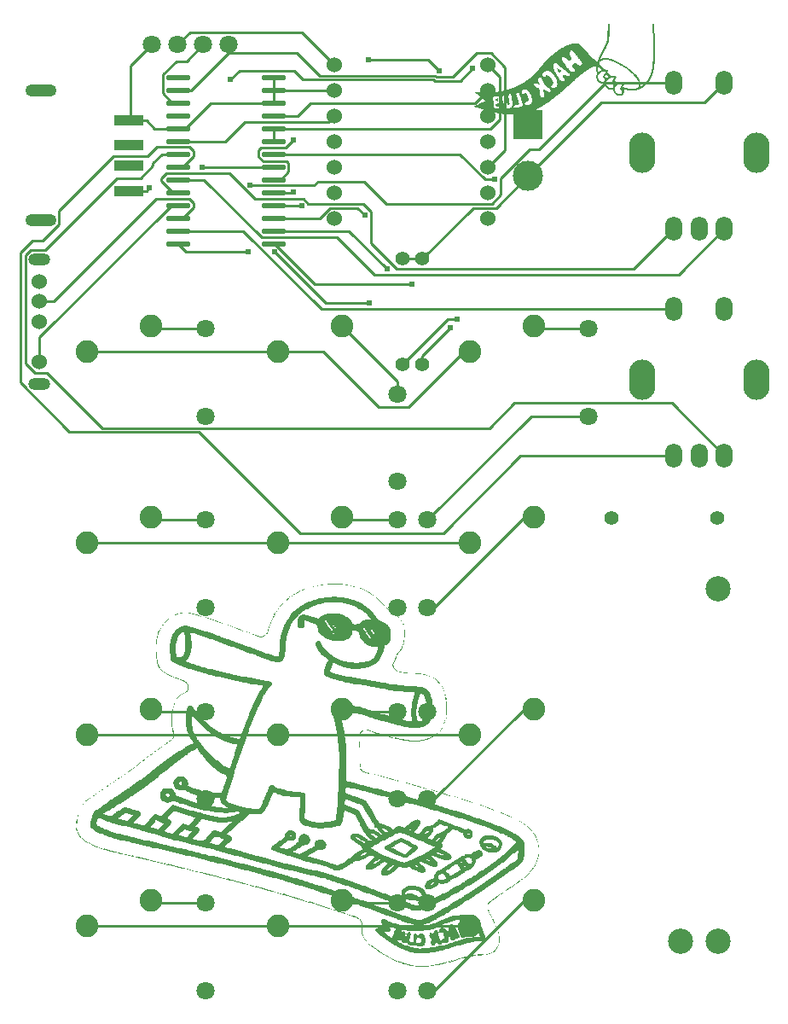
<source format=gbl>
G04 Layer: BottomLayer*
G04 EasyEDA Pro v2.2.28.1, 2024-10-19 22:50:09*
G04 Gerber Generator version 0.3*
G04 Scale: 100 percent, Rotated: No, Reflected: No*
G04 Dimensions in millimeters*
G04 Leading zeros omitted, absolute positions, 3 integers and 5 decimals*
%FSLAX35Y35*%
%MOMM*%
%ADD10C,2.25001*%
%ADD11O,1.7X2.4*%
%ADD12O,2.59999X3.99999*%
%ADD13C,2.99999*%
%ADD14R,2.99999X2.99999*%
%ADD15C,1.8*%
%ADD16C,2.5027*%
%ADD17C,2.49999*%
%ADD18C,1.524*%
%ADD19O,2.2X1.2*%
%ADD20C,1.4*%
%ADD21O,2.38801X0.57399*%
%ADD22R,2.88X1.11999*%
%ADD23O,3.09999X1.2*%
%ADD24C,0.61001*%
%ADD25C,0.254*%
G75*


G04 Image Start*
G36*
G01X6471186Y7608148D02*
G01X6463106Y7606713D01*
G01X6455021Y7605276D01*
G01X6413005Y7605296D01*
G01X6370983Y7605321D01*
G01X6359675Y7606729D01*
G01X6348362Y7608136D01*
G01X6337856Y7608679D01*
G01X6327348Y7609228D01*
G01X6323711Y7609992D01*
G01X6320074Y7610754D01*
G01X6309167Y7611628D01*
G01X6298260Y7612492D01*
G01X6292601Y7613670D01*
G01X6286942Y7614851D01*
G01X6279698Y7615446D01*
G01X6272454Y7616038D01*
G01X6270559Y7616787D01*
G01X6268672Y7617539D01*
G01X6261240Y7618390D01*
G01X6253813Y7619238D01*
G01X6248961Y7620445D01*
G01X6244115Y7621659D01*
G01X6238456Y7622558D01*
G01X6232802Y7623459D01*
G01X6228354Y7624387D01*
G01X6223912Y7625316D01*
G01X6216236Y7627000D01*
G01X6208560Y7628687D01*
G01X6203307Y7629985D01*
G01X6198060Y7631293D01*
G01X6193579Y7631920D01*
G01X6189101Y7632555D01*
G01X6186546Y7633934D01*
G01X6183996Y7635321D01*
G01X6177829Y7635321D01*
G01X6174811Y7637008D01*
G01X6171796Y7638705D01*
G01X6164880Y7638705D01*
G01X6163188Y7639947D01*
G01X6161496Y7641186D01*
G01X6156338Y7642421D01*
G01X6151187Y7643652D01*
G01X6147547Y7644615D01*
G01X6143915Y7645585D01*
G01X6139066Y7647226D01*
G01X6134212Y7648857D01*
G01X6129343Y7648857D01*
G01X6126523Y7650427D01*
G01X6123714Y7651986D01*
G01X6120191Y7652565D01*
G01X6116673Y7653137D01*
G01X6114372Y7654381D01*
G01X6112073Y7655629D01*
G01X6106716Y7655629D01*
G01X6103904Y7657196D01*
G01X6101085Y7658753D01*
G01X6097570Y7659334D01*
G01X6094044Y7659911D01*
G01X6091751Y7661153D01*
G01X6089449Y7662400D01*
G01X6084453Y7662400D01*
G01X6081291Y7664087D01*
G01X6078123Y7665784D01*
G01X6074885Y7665784D01*
G01X6070780Y7667475D01*
G01X6066686Y7669172D01*
G01X6064085Y7669177D01*
G01X6061486Y7669182D01*
G01X6059071Y7670864D01*
G01X6056638Y7672545D01*
G01X6054217Y7672565D01*
G01X6051791Y7672591D01*
G01X6048268Y7674267D01*
G01X6044745Y7675941D01*
G01X6042459Y7675941D01*
G01X6037867Y7677633D01*
G01X6033262Y7679324D01*
G01X6031212Y7679327D01*
G01X6029165Y7679334D01*
G01X6026760Y7680650D01*
G01X6024352Y7681966D01*
G01X6020293Y7682862D01*
G01X6016236Y7683762D01*
G01X6014016Y7684950D01*
G01X6011791Y7686137D01*
G01X6011791Y7689357D01*
G01X6013925Y7691110D01*
G01X6016048Y7692865D01*
G01X6018939Y7692865D01*
G01X6021225Y7694099D01*
G01X6023511Y7695336D01*
G01X6028108Y7697483D01*
G01X6032703Y7699634D01*
G01X6034570Y7699634D01*
G01X6036620Y7701331D01*
G01X6038675Y7703017D01*
G01X6041847Y7703017D01*
G01X6043994Y7704231D01*
G01X6046132Y7705446D01*
G01X6055327Y7709789D01*
G01X6057189Y7709789D01*
G01X6059254Y7711481D01*
G01X6061301Y7713175D01*
G01X6064270Y7713175D01*
G01X6068136Y7714986D01*
G01X6071994Y7716804D01*
G01X6074928Y7718372D01*
G01X6077869Y7719944D01*
G01X6079823Y7719944D01*
G01X6083927Y7723327D01*
G01X6086904Y7723327D01*
G01X6090760Y7725146D01*
G01X6094618Y7726962D01*
G01X6097562Y7728534D01*
G01X6100498Y7730099D01*
G01X6102447Y7730099D01*
G01X6104501Y7731793D01*
G01X6106561Y7733485D01*
G01X6108667Y7733513D01*
G01X6110778Y7733538D01*
G01X6112375Y7734798D01*
G01X6113968Y7736055D01*
G01X6116815Y7736906D01*
G01X6119665Y7737752D01*
G01X6122076Y7739819D01*
G01X6124478Y7741890D01*
G01X6122076Y7744272D01*
G01X6119665Y7746652D01*
G01X6115522Y7750226D01*
G01X6111370Y7753800D01*
G01X6109955Y7753800D01*
G01X6106737Y7756992D01*
G01X6103513Y7760193D01*
G01X6099355Y7763767D01*
G01X6095515Y7767069D01*
G01X6198459Y7767069D01*
G01X6198459Y7760863D01*
G01X6200422Y7754823D01*
G01X6202385Y7748775D01*
G01X6206256Y7742611D01*
G01X6210137Y7736449D01*
G01X6211136Y7734099D01*
G01X6212136Y7731750D01*
G01X6211319Y7726904D01*
G01X6210506Y7722057D01*
G01X6209391Y7719024D01*
G01X6208268Y7715992D01*
G01X6207394Y7707706D01*
G01X6206508Y7699421D01*
G01X6206185Y7698867D01*
G01X6205858Y7698316D01*
G01X6207023Y7691267D01*
G01X6208189Y7684216D01*
G01X6210297Y7680457D01*
G01X6212401Y7676693D01*
G01X6216251Y7673223D01*
G01X6220104Y7669748D01*
G01X6225164Y7667755D01*
G01X6230231Y7665761D01*
G01X6243638Y7664940D01*
G01X6243638Y7664940D01*
G01X6257046Y7664120D01*
G01X6269129Y7664831D01*
G01X6281219Y7665542D01*
G01X6284392Y7669258D01*
G01X6287572Y7672979D01*
G01X6288669Y7675702D01*
G01X6289774Y7678428D01*
G01X6289766Y7683741D01*
G01X6289761Y7689055D01*
G01X6288512Y7697094D01*
G01X6287257Y7705136D01*
G01X6286515Y7714018D01*
G01X6285768Y7722906D01*
G01X6284603Y7728831D01*
G01X6283434Y7734752D01*
G01X6282926Y7740678D01*
G01X6282421Y7746604D01*
G01X6281313Y7750830D01*
G01X6280201Y7755065D01*
G01X6279678Y7761310D01*
G01X6279149Y7767561D01*
G01X6277613Y7772761D01*
G01X6276341Y7777071D01*
G01X6296101Y7777071D01*
G01X6296503Y7770299D01*
G01X6296899Y7763525D01*
G01X6297788Y7755913D01*
G01X6298664Y7748295D01*
G01X6299827Y7744907D01*
G01X6301003Y7741524D01*
G01X6301798Y7737297D01*
G01X6302593Y7733063D01*
G01X6303914Y7728831D01*
G01X6305230Y7724605D01*
G01X6306360Y7722057D01*
G01X6307496Y7719520D01*
G01X6308016Y7717191D01*
G01X6308532Y7714864D01*
G01X6310066Y7711722D01*
G01X6311590Y7708585D01*
G01X6311590Y7706609D01*
G01X6312718Y7705631D01*
G01X6313843Y7704653D01*
G01X6314356Y7701803D01*
G01X6314864Y7698958D01*
G01X6316058Y7697922D01*
G01X6317252Y7696888D01*
G01X6317252Y7695237D01*
G01X6321880Y7687920D01*
G01X6326510Y7680594D01*
G01X6330074Y7676573D01*
G01X6333627Y7672555D01*
G01X6335580Y7672555D01*
G01X6336975Y7670940D01*
G01X6338374Y7669327D01*
G01X6342197Y7668014D01*
G01X6346027Y7666706D01*
G01X6349380Y7666139D01*
G01X6349380Y7666139D01*
G01X6352746Y7665580D01*
G01X6359835Y7667473D01*
G01X6366932Y7669365D01*
G01X6368862Y7670960D01*
G01X6370798Y7672555D01*
G01X6372332Y7672555D01*
G01X6377051Y7676431D01*
G01X6381758Y7680310D01*
G01X6384219Y7683614D01*
G01X6408557Y7683614D01*
G01X6408557Y7680089D01*
G01X6410782Y7678044D01*
G01X6413005Y7675994D01*
G01X6414676Y7675966D01*
G01X6416345Y7675941D01*
G01X6418113Y7673825D01*
G01X6419863Y7671707D01*
G01X6419863Y7671707D01*
G01X6425181Y7671707D01*
G01X6429596Y7672997D01*
G01X6434018Y7674293D01*
G01X6439817Y7675133D01*
G01X6445616Y7675969D01*
G01X6449012Y7677221D01*
G01X6452398Y7678476D01*
G01X6457843Y7678476D01*
G01X6462497Y7680058D01*
G01X6467150Y7681638D01*
G01X6471186Y7682550D01*
G01X6475225Y7683457D01*
G01X6480480Y7684831D01*
G01X6485733Y7686210D01*
G01X6488405Y7687582D01*
G01X6491074Y7688951D01*
G01X6493601Y7692812D01*
G01X6496131Y7696672D01*
G01X6496461Y7701752D01*
G01X6496789Y7706827D01*
G01X6495438Y7710640D01*
G01X6494084Y7714445D01*
G01X6493005Y7718674D01*
G01X6491925Y7722906D01*
G01X6490310Y7727986D01*
G01X6489522Y7731369D01*
G01X6488737Y7734752D01*
G01X6487874Y7737297D01*
G01X6487010Y7739832D01*
G01X6485712Y7744061D01*
G01X6484407Y7748295D01*
G01X6483289Y7752530D01*
G01X6482174Y7756756D01*
G01X6480891Y7760990D01*
G01X6479606Y7765222D01*
G01X6478755Y7767757D01*
G01X6477902Y7770299D01*
G01X6477218Y7773756D01*
G01X6476538Y7777221D01*
G01X6475390Y7780104D01*
G01X6474244Y7782992D01*
G01X6472865Y7787223D01*
G01X6471476Y7791455D01*
G01X6470716Y7794838D01*
G01X6469954Y7798224D01*
G01X6467709Y7804147D01*
G01X6465961Y7810073D01*
G01X6464216Y7815994D01*
G01X6463043Y7817891D01*
G01X6461867Y7819786D01*
G01X6455623Y7824023D01*
G01X6449370Y7828262D01*
G01X6445588Y7828262D01*
G01X6441801Y7828265D01*
G01X6438417Y7823286D01*
G01X6437175Y7820487D01*
G01X6435938Y7817686D01*
G01X6434788Y7815570D01*
G01X6433637Y7813457D01*
G01X6433660Y7810073D01*
G01X6433683Y7806685D01*
G01X6434900Y7803299D01*
G01X6436121Y7799916D01*
G01X6437757Y7794414D01*
G01X6439380Y7788915D01*
G01X6440510Y7785110D01*
G01X6441638Y7781298D01*
G01X6442944Y7777071D01*
G01X6444257Y7772839D01*
G01X6445324Y7769875D01*
G01X6446403Y7766914D01*
G01X6447742Y7762679D01*
G01X6449073Y7758450D01*
G01X6450122Y7754183D01*
G01X6451166Y7749916D01*
G01X6452029Y7748260D01*
G01X6452885Y7746604D01*
G01X6454198Y7742372D01*
G01X6455517Y7738138D01*
G01X6456759Y7733485D01*
G01X6458006Y7728831D01*
G01X6459286Y7727140D01*
G01X6460272Y7722484D01*
G01X6461267Y7717831D01*
G01X6461849Y7714795D01*
G01X6462438Y7711760D01*
G01X6459065Y7707371D01*
G01X6451796Y7704572D01*
G01X6447859Y7703833D01*
G01X6443932Y7703091D01*
G01X6440185Y7701829D01*
G01X6436439Y7700569D01*
G01X6432403Y7700000D01*
G01X6428359Y7699423D01*
G01X6425636Y7698260D01*
G01X6422911Y7697094D01*
G01X6420162Y7697094D01*
G01X6415773Y7692654D01*
G01X6411384Y7688212D01*
G01X6409977Y7685910D01*
G01X6408557Y7683614D01*
G01X6384219Y7683614D01*
G01X6385329Y7685105D01*
G01X6388895Y7689903D01*
G01X6390620Y7693711D01*
G01X6392344Y7697521D01*
G01X6393533Y7703017D01*
G01X6394722Y7708522D01*
G01X6395192Y7717831D01*
G01X6395664Y7727140D01*
G01X6394450Y7731793D01*
G01X6393228Y7736449D01*
G01X6393213Y7740335D01*
G01X6393208Y7744216D01*
G01X6391595Y7750830D01*
G01X6389977Y7757452D01*
G01X6389967Y7760909D01*
G01X6389954Y7764376D01*
G01X6387485Y7773683D01*
G01X6386779Y7780879D01*
G01X6386076Y7788067D01*
G01X6384879Y7791877D01*
G01X6383675Y7795684D01*
G01X6383193Y7798646D01*
G01X6382703Y7801610D01*
G01X6379479Y7805301D01*
G01X6376261Y7808986D01*
G01X6370216Y7808669D01*
G01X6364166Y7808354D01*
G01X6362888Y7806672D01*
G01X6361613Y7804993D01*
G01X6359162Y7799494D01*
G01X6356708Y7793993D01*
G01X6356668Y7788493D01*
G01X6356627Y7782992D01*
G01X6357950Y7776644D01*
G01X6359263Y7770299D01*
G01X6359263Y7763492D01*
G01X6360884Y7757381D01*
G01X6362497Y7751280D01*
G01X6362520Y7748941D01*
G01X6362535Y7746604D01*
G01X6363744Y7741102D01*
G01X6364956Y7735598D01*
G01X6365710Y7729677D01*
G01X6366452Y7723754D01*
G01X6367010Y7718910D01*
G01X6367572Y7714064D01*
G01X6366558Y7710267D01*
G01X6365540Y7706467D01*
G01X6362428Y7702934D01*
G01X6359319Y7699403D01*
G01X6356078Y7699855D01*
G01X6352850Y7700312D01*
G01X6350500Y7702301D01*
G01X6348153Y7704290D01*
G01X6347282Y7706827D01*
G01X6346421Y7709365D01*
G01X6344790Y7714018D01*
G01X6343160Y7718674D01*
G01X6341080Y7724605D01*
G01X6338997Y7730523D01*
G01X6337915Y7734328D01*
G01X6336825Y7738138D01*
G01X6335829Y7741102D01*
G01X6334836Y7744061D01*
G01X6333444Y7748295D01*
G01X6332055Y7752530D01*
G01X6330290Y7758450D01*
G01X6328527Y7764376D01*
G01X6327747Y7768841D01*
G01X6326977Y7773307D01*
G01X6325540Y7776218D01*
G01X6324963Y7779568D01*
G01X6324389Y7782916D01*
G01X6322863Y7786032D01*
G01X6321349Y7789146D01*
G01X6318011Y7791912D01*
G01X6314674Y7794683D01*
G01X6310706Y7795077D01*
G01X6306744Y7795478D01*
G01X6302634Y7791036D01*
G01X6298522Y7786596D01*
G01X6297313Y7781831D01*
G01X6296101Y7777071D01*
G01X6276341Y7777071D01*
G01X6276078Y7777960D01*
G01X6272126Y7782585D01*
G01X6268171Y7787208D01*
G01X6263010Y7787782D01*
G01X6257854Y7788359D01*
G01X6242901Y7788021D01*
G01X6227956Y7787693D01*
G01X6222700Y7786512D01*
G01X6217448Y7785324D01*
G01X6213676Y7784752D01*
G01X6209906Y7784178D01*
G01X6208933Y7782951D01*
G01X6207961Y7781722D01*
G01X6206035Y7781722D01*
G01X6203879Y7779367D01*
G01X6201725Y7777010D01*
G01X6200097Y7772042D01*
G01X6198459Y7767069D01*
G01X6095515Y7767069D01*
G01X6095208Y7767333D01*
G01X6093790Y7767333D01*
G01X6090569Y7770533D01*
G01X6087351Y7773734D01*
G01X6083191Y7777305D01*
G01X6079040Y7780879D01*
G01X6077638Y7780879D01*
G01X6074410Y7784076D01*
G01X6071184Y7787269D01*
G01X6067036Y7790843D01*
G01X6062881Y7794414D01*
G01X6061476Y7794414D01*
G01X6058251Y7797612D01*
G01X6055020Y7800812D01*
G01X6050872Y7804386D01*
G01X6046719Y7807955D01*
G01X6045307Y7807955D01*
G01X6042089Y7811153D01*
G01X6038865Y7814348D01*
G01X6034816Y7817711D01*
G01X6030775Y7821074D01*
G01X6029162Y7822009D01*
G01X6027550Y7822949D01*
G01X6027270Y7824447D01*
G01X6026988Y7825948D01*
G01X6028078Y7826672D01*
G01X6029165Y7827394D01*
G01X6035231Y7827386D01*
G01X6041286Y7827378D01*
G01X6047753Y7825722D01*
G01X6067148Y7824442D01*
G01X6086539Y7823167D01*
G01X6100473Y7822357D01*
G01X6114418Y7821552D01*
G01X6134011Y7821953D01*
G01X6153612Y7822354D01*
G01X6155632Y7822768D01*
G01X6157653Y7823180D01*
G01X6179873Y7824434D01*
G01X6202096Y7825687D01*
G01X6204618Y7826464D01*
G01X6207140Y7827239D01*
G01X6216739Y7827830D01*
G01X6226340Y7828417D01*
G01X6229823Y7829139D01*
G01X6486947Y7829139D01*
G01X6486947Y7823025D01*
G01X6488267Y7818265D01*
G01X6489588Y7813502D01*
G01X6491702Y7810726D01*
G01X6493817Y7807955D01*
G01X6497450Y7808011D01*
G01X6501084Y7808064D01*
G01X6504450Y7810762D01*
G01X6507810Y7813457D01*
G01X6512316Y7817071D01*
G01X6516830Y7820693D01*
G01X6521077Y7821534D01*
G01X6525334Y7822382D01*
G01X6527752Y7821851D01*
G01X6530180Y7821323D01*
G01X6532890Y7818658D01*
G01X6535605Y7815994D01*
G01X6537691Y7812611D01*
G01X6539771Y7809225D01*
G01X6543246Y7802034D01*
G01X6546723Y7794838D01*
G01X6546731Y7793957D01*
G01X6546743Y7793083D01*
G01X6548349Y7789776D01*
G01X6549956Y7786474D01*
G01X6550477Y7783464D01*
G01X6550995Y7780454D01*
G01X6551790Y7778841D01*
G01X6552588Y7777231D01*
G01X6553685Y7768687D01*
G01X6554775Y7760142D01*
G01X6554826Y7753035D01*
G01X6553967Y7748836D01*
G01X6553103Y7744633D01*
G01X6550330Y7741643D01*
G01X6547566Y7738659D01*
G01X6543446Y7736492D01*
G01X6539337Y7734328D01*
G01X6537013Y7734328D01*
G01X6531491Y7732314D01*
G01X6525974Y7730292D01*
G01X6524033Y7728494D01*
G01X6522098Y7726705D01*
G01X6519878Y7724630D01*
G01X6517653Y7722558D01*
G01X6517660Y7720195D01*
G01X6517678Y7717831D01*
G01X6518826Y7715710D01*
G01X6519979Y7713596D01*
G01X6521199Y7711056D01*
G01X6522420Y7708522D01*
G01X6524277Y7706299D01*
G01X6526136Y7704084D01*
G01X6526136Y7704084D01*
G01X6529774Y7701643D01*
G01X6533411Y7699210D01*
G01X6543914Y7699276D01*
G01X6554419Y7699339D01*
G01X6558859Y7701417D01*
G01X6563307Y7703500D01*
G01X6566771Y7705827D01*
G01X6570236Y7708156D01*
G01X6574602Y7712570D01*
G01X6578968Y7716982D01*
G01X6580889Y7719969D01*
G01X6582814Y7722949D01*
G01X6584569Y7726738D01*
G01X6586324Y7730523D01*
G01X6587294Y7734328D01*
G01X6588270Y7738138D01*
G01X6588300Y7748295D01*
G01X6588336Y7758450D01*
G01X6587294Y7766914D01*
G01X6586250Y7775374D01*
G01X6585148Y7778763D01*
G01X6584038Y7782146D01*
G01X6583512Y7785110D01*
G01X6582987Y7788067D01*
G01X6581346Y7792723D01*
G01X6579700Y7797381D01*
G01X6578648Y7799916D01*
G01X6577592Y7802456D01*
G01X6575003Y7808382D01*
G01X6572423Y7814302D01*
G01X6567879Y7821496D01*
G01X6563332Y7828691D01*
G01X6560919Y7831653D01*
G01X6558509Y7834610D01*
G01X6552423Y7841010D01*
G01X6546337Y7847409D01*
G01X6541021Y7850106D01*
G01X6535704Y7852811D01*
G01X6534061Y7852811D01*
G01X6531536Y7854122D01*
G01X6529022Y7855445D01*
G01X6523942Y7856090D01*
G01X6518864Y7856743D01*
G01X6512806Y7856383D01*
G01X6506738Y7856032D01*
G01X6502441Y7853827D01*
G01X6498135Y7851618D01*
G01X6494965Y7847655D01*
G01X6491793Y7843688D01*
G01X6491793Y7842357D01*
G01X6490721Y7841026D01*
G01X6489652Y7839692D01*
G01X6488298Y7834417D01*
G01X6486947Y7829139D01*
G01X6229823Y7829139D01*
G01X6237648Y7830759D01*
G01X6245908Y7831562D01*
G01X6254163Y7832359D01*
G01X6254994Y7832900D01*
G01X6255819Y7833436D01*
G01X6263706Y7834554D01*
G01X6271590Y7835676D01*
G01X6278867Y7837079D01*
G01X6286134Y7838483D01*
G01X6289774Y7839418D01*
G01X6293409Y7840353D01*
G01X6299068Y7841412D01*
G01X6304725Y7842474D01*
G01X6310376Y7843863D01*
G01X6316035Y7845245D01*
G01X6319269Y7846131D01*
G01X6322497Y7847018D01*
G01X6326541Y7847907D01*
G01X6330582Y7848801D01*
G01X6335230Y7850381D01*
G01X6339878Y7851958D01*
G01X6343167Y7851958D01*
G01X6346337Y7853657D01*
G01X6349502Y7855346D01*
G01X6352162Y7855349D01*
G01X6354821Y7855356D01*
G01X6359144Y7857714D01*
G01X6363393Y7858669D01*
G01X6367640Y7859626D01*
G01X6368590Y7860452D01*
G01X6369538Y7861275D01*
G01X6373091Y7862067D01*
G01X6376637Y7862852D01*
G01X6380681Y7864269D01*
G01X6384722Y7865682D01*
G01X6388953Y7867315D01*
G01X6393180Y7868950D01*
G01X6397630Y7870645D01*
G01X6402070Y7872336D01*
G01X6406726Y7874132D01*
G01X6411384Y7875930D01*
G01X6414676Y7877485D01*
G01X6417958Y7879042D01*
G01X6419743Y7879042D01*
G01X6422032Y7880281D01*
G01X6424318Y7881511D01*
G01X6428915Y7883660D01*
G01X6433510Y7885808D01*
G01X6434714Y7885808D01*
G01X6438407Y7887617D01*
G01X6442095Y7889418D01*
G01X6448963Y7892786D01*
G01X6455832Y7896146D01*
G01X6465481Y7901203D01*
G01X6473646Y7905478D01*
G01X6608028Y7905478D01*
G01X6610881Y7899245D01*
G01X6613743Y7893004D01*
G01X6615191Y7891275D01*
G01X6616642Y7889540D01*
G01X6619875Y7887449D01*
G01X6623106Y7885349D01*
G01X6624721Y7884325D01*
G01X6626334Y7883294D01*
G01X6635232Y7878536D01*
G01X6644119Y7873779D01*
G01X6649900Y7870589D01*
G01X6655686Y7867401D01*
G01X6657660Y7865394D01*
G01X6659618Y7863385D01*
G01X6661361Y7860325D01*
G01X6663101Y7857259D01*
G01X6663121Y7854399D01*
G01X6663126Y7851541D01*
G01X6664721Y7843497D01*
G01X6666321Y7835458D01*
G01X6666332Y7830157D01*
G01X6666339Y7824854D01*
G01X6667889Y7817041D01*
G01X6669443Y7809225D01*
G01X6669974Y7803764D01*
G01X6670497Y7798298D01*
G01X6671526Y7795720D01*
G01X6672550Y7793147D01*
G01X6673088Y7790185D01*
G01X6673614Y7787223D01*
G01X6676647Y7783055D01*
G01X6679674Y7778887D01*
G01X6683563Y7776390D01*
G01X6687457Y7773891D01*
G01X6687457Y7773891D01*
G01X6692453Y7773855D01*
G01X6697449Y7773817D01*
G01X6701089Y7775760D01*
G01X6704726Y7777704D01*
G01X6706888Y7780348D01*
G01X6709057Y7782992D01*
G01X6710434Y7788806D01*
G01X6711813Y7794620D01*
G01X6710911Y7800228D01*
G01X6710004Y7805842D01*
G01X6709194Y7810917D01*
G01X6708379Y7815994D01*
G01X6707622Y7819377D01*
G01X6706867Y7822766D01*
G01X6705570Y7828265D01*
G01X6704272Y7833769D01*
G01X6703164Y7839692D01*
G01X6702059Y7845618D01*
G01X6701165Y7847995D01*
G01X6700279Y7850381D01*
G01X6700279Y7856080D01*
G01X6699456Y7858356D01*
G01X6698628Y7860629D01*
G01X6699565Y7861813D01*
G01X6700507Y7863002D01*
G01X6702212Y7862468D01*
G01X6703913Y7861932D01*
G01X6711660Y7856527D01*
G01X6719407Y7851115D01*
G01X6720497Y7851115D01*
G01X6724327Y7848343D01*
G01X6728160Y7845575D01*
G01X6730180Y7844495D01*
G01X6732196Y7843416D01*
G01X6735430Y7841381D01*
G01X6738663Y7839337D01*
G01X6741086Y7838049D01*
G01X6743510Y7836764D01*
G01X6745933Y7835102D01*
G01X6750688Y7832837D01*
G01X6755435Y7830579D01*
G01X6760543Y7831079D01*
G01X6765658Y7831579D01*
G01X6768859Y7833695D01*
G01X6772059Y7835809D01*
G01X6773342Y7837729D01*
G01X6774622Y7839644D01*
G01X6774612Y7843055D01*
G01X6774599Y7846461D01*
G01X6773448Y7848572D01*
G01X6772295Y7850690D01*
G01X6771162Y7853228D01*
G01X6770025Y7855770D01*
G01X6765910Y7860480D01*
G01X6761798Y7865194D01*
G01X6758310Y7867675D01*
G01X6754823Y7870160D01*
G01X6746743Y7876830D01*
G01X6738663Y7883502D01*
G01X6730878Y7891640D01*
G01X6723098Y7899776D01*
G01X6717721Y7906967D01*
G01X6712349Y7914162D01*
G01X6711363Y7915481D01*
G01X6710380Y7916796D01*
G01X6708562Y7919466D01*
G01X6706743Y7922133D01*
G01X6706743Y7923296D01*
G01X6703873Y7927815D01*
G01X6701010Y7932341D01*
G01X6699824Y7935100D01*
G01X6698638Y7937856D01*
G01X6697838Y7939126D01*
G01X6697048Y7940393D01*
G01X6696243Y7942509D01*
G01X6695435Y7944622D01*
G01X6694622Y7945895D01*
G01X6693812Y7947165D01*
G01X6692997Y7949283D01*
G01X6692184Y7951399D01*
G01X6689159Y7957005D01*
G01X6686133Y7962618D01*
G01X6683131Y7966431D01*
G01X6680124Y7970243D01*
G01X6675468Y7973515D01*
G01X6670822Y7976784D01*
G01X6669585Y7977363D01*
G01X6668361Y7977939D01*
G01X6665786Y7977995D01*
G01X6663215Y7978054D01*
G01X6661081Y7977210D01*
G01X6658958Y7976362D01*
G01X6656789Y7973675D01*
G01X6654622Y7970990D01*
G01X6652915Y7967858D01*
G01X6651193Y7964729D01*
G01X6650200Y7960396D01*
G01X6649209Y7956062D01*
G01X6650073Y7949367D01*
G01X6650929Y7942674D01*
G01X6652461Y7939420D01*
G01X6654005Y7936164D01*
G01X6656471Y7931087D01*
G01X6658935Y7926007D01*
G01X6661869Y7920086D01*
G01X6664800Y7914162D01*
G01X6667137Y7909547D01*
G01X6669469Y7904942D01*
G01X6668666Y7903581D01*
G01X6666898Y7904569D01*
G01X6665133Y7905560D01*
G01X6660281Y7906611D01*
G01X6655432Y7907660D01*
G01X6652199Y7908971D01*
G01X6648968Y7910279D01*
G01X6646847Y7910314D01*
G01X6644714Y7910355D01*
G01X6641993Y7911503D01*
G01X6639268Y7912656D01*
G01X6631851Y7913738D01*
G01X6624422Y7914813D01*
G01X6620535Y7913794D01*
G01X6616642Y7912765D01*
G01X6612773Y7910927D01*
G01X6608902Y7909080D01*
G01X6608468Y7907279D01*
G01X6608028Y7905478D01*
G01X6473646Y7905478D01*
G01X6475131Y7906255D01*
G01X6481239Y7909697D01*
G01X6487351Y7913131D01*
G01X6489273Y7914704D01*
G01X6491201Y7916276D01*
G01X6494120Y7916276D01*
G01X6494668Y7917213D01*
G01X6495222Y7918143D01*
G01X6497749Y7919354D01*
G01X6500277Y7920561D01*
G01X6505933Y7924320D01*
G01X6511590Y7928077D01*
G01X6513368Y7928910D01*
G01X6515141Y7929743D01*
G01X6519215Y7932740D01*
G01X6523294Y7935740D01*
G01X6524186Y7935740D01*
G01X6528422Y7938917D01*
G01X6532662Y7942087D01*
G01X6534010Y7942936D01*
G01X6535364Y7943779D01*
G01X6542392Y7948844D01*
G01X6549423Y7953903D01*
G01X6550309Y7954764D01*
G01X6551186Y7955631D01*
G01X6555626Y7958823D01*
G01X6560063Y7962021D01*
G01X6562491Y7964053D01*
G01X6564927Y7966080D01*
G01X6571798Y7971739D01*
G01X6578661Y7977391D01*
G01X6579471Y7978371D01*
G01X6580281Y7979349D01*
G01X6582476Y7980815D01*
G01X6584671Y7982285D01*
G01X6591366Y7988457D01*
G01X6598054Y7994630D01*
G01X6601221Y7997556D01*
G01X6604386Y8000479D01*
G01X6608151Y8004066D01*
G01X6694421Y8004066D01*
G01X6695346Y7998196D01*
G01X6696268Y7992323D01*
G01X6698054Y7989636D01*
G01X6699834Y7986941D01*
G01X6702285Y7984114D01*
G01X6704726Y7981290D01*
G01X6707718Y7979672D01*
G01X6710721Y7978054D01*
G01X6714571Y7978054D01*
G01X6717033Y7979339D01*
G01X6719494Y7980622D01*
G01X6722816Y7984399D01*
G01X6726136Y7988168D01*
G01X6726136Y7989827D01*
G01X6728214Y7993040D01*
G01X6730291Y7996248D01*
G01X6732857Y7997693D01*
G01X6735430Y7999138D01*
G01X6737299Y7999176D01*
G01X6739166Y7999212D01*
G01X6747553Y7996357D01*
G01X6751371Y7993563D01*
G01X6755194Y7990761D01*
G01X6760258Y7986756D01*
G01X6765331Y7982750D01*
G01X6773814Y7973842D01*
G01X6782300Y7964929D01*
G01X6787614Y7956471D01*
G01X6792933Y7948013D01*
G01X6794812Y7943779D01*
G01X6796695Y7939552D01*
G01X6797467Y7937929D01*
G01X6798244Y7936306D01*
G01X6800159Y7929039D01*
G01X6802079Y7921777D01*
G01X6802087Y7919847D01*
G01X6802097Y7917912D01*
G01X6800091Y7913761D01*
G01X6798081Y7909606D01*
G01X6795038Y7906601D01*
G01X6791996Y7903601D01*
G01X6786184Y7897721D01*
G01X6780373Y7891844D01*
G01X6779832Y7888834D01*
G01X6779293Y7885824D01*
G01X6779793Y7883723D01*
G01X6780299Y7881625D01*
G01X6782354Y7878430D01*
G01X6784416Y7875234D01*
G01X6788846Y7872166D01*
G01X6793273Y7869098D01*
G01X6797281Y7868542D01*
G01X6797281Y7868542D01*
G01X6801287Y7867983D01*
G01X6805529Y7868544D01*
G01X6809776Y7869108D01*
G01X6811797Y7870124D01*
G01X6813809Y7871145D01*
G01X6818262Y7873510D01*
G01X6822702Y7875877D01*
G01X6828381Y7881902D01*
G01X6834066Y7887927D01*
G01X6836212Y7892580D01*
G01X6838366Y7897238D01*
G01X6839727Y7903548D01*
G01X6841089Y7909865D01*
G01X6840601Y7915819D01*
G01X6840111Y7921777D01*
G01X6839367Y7929436D01*
G01X6838615Y7937096D01*
G01X6837456Y7940015D01*
G01X6836288Y7942936D01*
G01X6835701Y7946222D01*
G01X6835112Y7949512D01*
G01X6833553Y7952560D01*
G01X6831995Y7955600D01*
G01X6831995Y7957906D01*
G01X6830792Y7960154D01*
G01X6829585Y7962397D01*
G01X6828747Y7964510D01*
G01X6827916Y7966631D01*
G01X6825953Y7970017D01*
G01X6823992Y7973400D01*
G01X6823433Y7974670D01*
G01X6822869Y7975938D01*
G01X6818610Y7982740D01*
G01X6814348Y7989534D01*
G01X6809760Y7995011D01*
G01X6805171Y8000479D01*
G01X6801736Y8004287D01*
G01X6798302Y8008097D01*
G01X6795173Y8011058D01*
G01X6792046Y8014023D01*
G01X6787175Y8018028D01*
G01X6782300Y8022026D01*
G01X6781020Y8023316D01*
G01X6779735Y8024597D01*
G01X6778361Y8024597D01*
G01X6776692Y8026207D01*
G01X6775023Y8027815D01*
G01X6768656Y8031287D01*
G01X6762293Y8034754D01*
G01X6760421Y8034754D01*
G01X6757215Y8036463D01*
G01X6754015Y8038173D01*
G01X6751594Y8038953D01*
G01X6749166Y8039727D01*
G01X6745933Y8041010D01*
G01X6742702Y8042295D01*
G01X6740276Y8042313D01*
G01X6737855Y8042328D01*
G01X6735026Y8041564D01*
G01X6732196Y8040789D01*
G01X6728160Y8039308D01*
G01X6724117Y8037833D01*
G01X6719268Y8035907D01*
G01X6714421Y8033984D01*
G01X6711185Y8032247D01*
G01X6707960Y8030505D01*
G01X6704119Y8026573D01*
G01X6700274Y8022638D01*
G01X6698267Y8018871D01*
G01X6696255Y8015110D01*
G01X6695341Y8009588D01*
G01X6694421Y8004066D01*
G01X6608151Y8004066D01*
G01X6609268Y8005130D01*
G01X6614152Y8009791D01*
G01X6626073Y8022062D01*
G01X6638000Y8034340D01*
G01X6639923Y8037071D01*
G01X6641849Y8039801D01*
G01X6656464Y8056331D01*
G01X6659476Y8060144D01*
G01X6662491Y8063951D01*
G01X6663007Y8064370D01*
G01X6663533Y8064795D01*
G01X6667104Y8069453D01*
G01X6670678Y8074109D01*
G01X6671594Y8074950D01*
G01X6672511Y8075795D01*
G01X6677255Y8081508D01*
G01X6798701Y8081508D01*
G01X6800398Y8077484D01*
G01X6802097Y8073464D01*
G01X6802097Y8071035D01*
G01X6803626Y8067070D01*
G01X6805145Y8063103D01*
G01X6807746Y8055912D01*
G01X6810350Y8048716D01*
G01X6810974Y8047868D01*
G01X6811607Y8047025D01*
G01X6812156Y8044335D01*
G01X6812709Y8041643D01*
G01X6813873Y8040634D01*
G01X6815028Y8039626D01*
G01X6815028Y8038031D01*
G01X6817523Y8032796D01*
G01X6820009Y8027561D01*
G01X6821904Y8024178D01*
G01X6823801Y8020789D01*
G01X6825102Y8018257D01*
G01X6826400Y8015714D01*
G01X6828353Y8012326D01*
G01X6830317Y8008940D01*
G01X6831686Y8006408D01*
G01X6833050Y8003873D01*
G01X6835729Y7999633D01*
G01X6838404Y7995404D01*
G01X6841457Y7990901D01*
G01X6844523Y7986398D01*
G01X6849369Y7979814D01*
G01X6854218Y7973233D01*
G01X6855838Y7970911D01*
G01X6857451Y7968605D01*
G01X6865531Y7957861D01*
G01X6873608Y7947127D01*
G01X6875282Y7945453D01*
G01X6876959Y7943779D01*
G01X6879328Y7942014D01*
G01X6881691Y7940243D01*
G01X6886750Y7938412D01*
G01X6891800Y7936583D01*
G01X6891800Y7936583D01*
G01X6900725Y7936583D01*
G01X6905333Y7938285D01*
G01X6909935Y7939977D01*
G01X6911574Y7941701D01*
G01X6913204Y7943421D01*
G01X6913093Y7949524D01*
G01X6912976Y7955631D01*
G01X6910502Y7961125D01*
G01X6908023Y7966631D01*
G01X6902704Y7974150D01*
G01X6898129Y7979275D01*
G01X6893552Y7984399D01*
G01X6891871Y7986646D01*
G01X6890184Y7988887D01*
G01X6893209Y7991536D01*
G01X6896242Y7994175D01*
G01X6897451Y7995323D01*
G01X6898658Y7996469D01*
G01X6902996Y7998826D01*
G01X6907342Y8001188D01*
G01X6912290Y8001335D01*
G01X6917251Y8001485D01*
G01X6920050Y8000685D01*
G01X6922844Y7999885D01*
G01X6926102Y7997114D01*
G01X6929371Y7994345D01*
G01X6933405Y7992123D01*
G01X6937436Y7989903D01*
G01X6939468Y7989875D01*
G01X6941492Y7989847D01*
G01X6943062Y7988605D01*
G01X6944627Y7987363D01*
G01X6954535Y7987363D01*
G01X6957926Y7990406D01*
G01X6961317Y7993441D01*
G01X6964523Y8000812D01*
G01X6964523Y8004200D01*
G01X6962458Y8008262D01*
G01X6960395Y8012326D01*
G01X6958213Y8014729D01*
G01X6956039Y8017132D01*
G01X6944726Y8026093D01*
G01X6933410Y8035046D01*
G01X6928963Y8038739D01*
G01X6924523Y8042427D01*
G01X6922905Y8043680D01*
G01X6921289Y8044932D01*
G01X6914634Y8050210D01*
G01X6907985Y8055491D01*
G01X6901498Y8060566D01*
G01X6895015Y8065643D01*
G01X6888762Y8070761D01*
G01X6882498Y8075877D01*
G01X6874017Y8082539D01*
G01X6865531Y8089204D01*
G01X6861084Y8092900D01*
G01X6856641Y8096593D01*
G01X6855031Y8097858D01*
G01X6853408Y8099135D01*
G01X6849369Y8102272D01*
G01X6845330Y8105412D01*
G01X6840250Y8108986D01*
G01X6835173Y8112562D01*
G01X6832171Y8113431D01*
G01X6829168Y8114304D01*
G01X6827957Y8115140D01*
G01X6826743Y8115965D01*
G01X6821795Y8115981D01*
G01X6816839Y8115996D01*
G01X6814828Y8113456D01*
G01X6810405Y8113456D01*
G01X6807048Y8110675D01*
G01X6803690Y8107896D01*
G01X6801495Y8104535D01*
G01X6799293Y8101185D01*
G01X6798996Y8091345D01*
G01X6798701Y8081508D01*
G01X6677255Y8081508D01*
G01X6677711Y8082056D01*
G01X6682905Y8088313D01*
G01X6686756Y8093441D01*
G01X6690604Y8098564D01*
G01X6691272Y8099029D01*
G01X6691935Y8099491D01*
G01X6701130Y8110494D01*
G01X6710332Y8121493D01*
G01X6719245Y8131129D01*
G01X6728160Y8140764D01*
G01X6735430Y8148178D01*
G01X6742702Y8155584D01*
G01X6746469Y8159275D01*
G01X6750230Y8162961D01*
G01X6752958Y8165498D01*
G01X6755679Y8168041D01*
G01X6883309Y8168041D01*
G01X6883309Y8147639D01*
G01X6891772Y8136682D01*
G01X6900228Y8125722D01*
G01X6901132Y8124878D01*
G01X6902041Y8124035D01*
G01X6909232Y8114726D01*
G01X6916417Y8105419D01*
G01X6917319Y8104569D01*
G01X6918226Y8103725D01*
G01X6922323Y8098467D01*
G01X6926423Y8093210D01*
G01X6927279Y8092115D01*
G01X6928132Y8091033D01*
G01X6930868Y8087644D01*
G01X6933603Y8084259D01*
G01X6940984Y8075374D01*
G01X6948366Y8066491D01*
G01X6950052Y8064370D01*
G01X6951746Y8062257D01*
G01X6956318Y8056811D01*
G01X6960885Y8051366D01*
G01X6964523Y8046992D01*
G01X6968160Y8042615D01*
G01X6971241Y8038795D01*
G01X6974327Y8034975D01*
G01X6974327Y8034975D01*
G01X6978691Y8032659D01*
G01X6983062Y8030347D01*
G01X6988942Y8030906D01*
G01X6994825Y8031465D01*
G01X7001642Y8032745D01*
G01X7008472Y8034025D01*
G01X7009813Y8034772D01*
G01X7011149Y8035524D01*
G01X7010768Y8044236D01*
G01X7010387Y8052943D01*
G01X7008482Y8057749D01*
G01X7006577Y8062544D01*
G01X6999582Y8073403D01*
G01X6992590Y8084259D01*
G01X6988658Y8089534D01*
G01X6984723Y8094802D01*
G01X6984723Y8096979D01*
G01X6990542Y8102465D01*
G01X6996361Y8107954D01*
G01X7002516Y8113880D01*
G01X7008668Y8119803D01*
G01X7011723Y8122554D01*
G01X7014782Y8125305D01*
G01X7015307Y8125305D01*
G01X7026956Y8115686D01*
G01X7038607Y8106070D01*
G01X7042341Y8103781D01*
G01X7046074Y8101487D01*
G01X7052772Y8098546D01*
G01X7059470Y8095610D01*
G01X7066046Y8095107D01*
G01X7072617Y8094602D01*
G01X7074472Y8096834D01*
G01X7076328Y8099072D01*
G01X7079991Y8099072D01*
G01X7081944Y8100974D01*
G01X7083895Y8102877D01*
G01X7085622Y8106440D01*
G01X7087352Y8110007D01*
G01X7087352Y8118478D01*
G01X7087342Y8118498D01*
G01X7255264Y8118498D01*
G01X7255718Y8116611D01*
G01X7256168Y8114721D01*
G01X7262467Y8107421D01*
G01X7268764Y8100116D01*
G01X7272802Y8095209D01*
G01X7276843Y8090306D01*
G01X7278868Y8088056D01*
G01X7280887Y8085806D01*
G01X7290582Y8074939D01*
G01X7300278Y8064063D01*
G01X7302802Y8061262D01*
G01X7305319Y8058447D01*
G01X7308703Y8058447D01*
G01X7310148Y8056847D01*
G01X7311591Y8055244D01*
G01X7316848Y8054294D01*
G01X7322096Y8053347D01*
G01X7328964Y8051797D01*
G01X7335838Y8050238D01*
G01X7338814Y8048368D01*
G01X7341789Y8046496D01*
G01X7342330Y8043926D01*
G01X7342868Y8041348D01*
G01X7342304Y8036590D01*
G01X7341733Y8031836D01*
G01X7340600Y8030144D01*
G01X7339475Y8028452D01*
G01X7339475Y8023471D01*
G01X7351390Y8011086D01*
G01X7363310Y7998689D01*
G01X7368664Y7994792D01*
G01X7372353Y7992735D01*
G01X7376051Y7990677D01*
G01X7382238Y7990177D01*
G01X7388433Y7989677D01*
G01X7394880Y7991046D01*
G01X7401324Y7992415D01*
G01X7406968Y7990256D01*
G01X7412606Y7988094D01*
G01X7415837Y7986969D01*
G01X7419066Y7985834D01*
G01X7422904Y7984089D01*
G01X7426744Y7982346D01*
G01X7426744Y7981335D01*
G01X7424633Y7976525D01*
G01X7422520Y7971704D01*
G01X7420943Y7967901D01*
G01X7419355Y7964091D01*
G01X7418603Y7962824D01*
G01X7417852Y7961554D01*
G01X7417044Y7959588D01*
G01X7416239Y7957632D01*
G01X7414141Y7954752D01*
G01X7412048Y7951879D01*
G01X7413650Y7949519D01*
G01X7415263Y7947160D01*
G01X7422421Y7939938D01*
G01X7429571Y7932717D01*
G01X7434019Y7929037D01*
G01X7438459Y7925356D01*
G01X7453412Y7925877D01*
G01X7468359Y7926408D01*
G01X7474425Y7927312D01*
G01X7480485Y7928219D01*
G01X7491001Y7928308D01*
G01X7501514Y7928392D01*
G01X7505682Y7926944D01*
G01X7509848Y7925493D01*
G01X7511125Y7923459D01*
G01X7512401Y7921412D01*
G01X7512401Y7918006D01*
G01X7511026Y7914389D01*
G01X7509647Y7910777D01*
G01X7507376Y7907388D01*
G01X7505106Y7904005D01*
G01X7500686Y7897660D01*
G01X7496264Y7891313D01*
G01X7493833Y7887673D01*
G01X7491392Y7884038D01*
G01X7491392Y7880942D01*
G01X7492403Y7880093D01*
G01X7493409Y7879237D01*
G01X7497051Y7878336D01*
G01X7500686Y7877437D01*
G01X7504321Y7876451D01*
G01X7507961Y7875463D01*
G01X7514034Y7873444D01*
G01X7520109Y7871424D01*
G01X7524633Y7871424D01*
G01X7526228Y7870533D01*
G01X7527828Y7869631D01*
G01X7533653Y7868460D01*
G01X7539472Y7867292D01*
G01X7544321Y7865984D01*
G01X7549172Y7864681D01*
G01X7552139Y7864668D01*
G01X7555100Y7864655D01*
G01X7555100Y7864655D01*
G01X7560219Y7863235D01*
G01X7565332Y7861805D01*
G01X7587153Y7861849D01*
G01X7608969Y7861887D01*
G01X7614620Y7863695D01*
G01X7620274Y7865504D01*
G01X7625177Y7865504D01*
G01X7626767Y7866647D01*
G01X7628367Y7867792D01*
G01X7630561Y7868343D01*
G01X7632751Y7868905D01*
G01X7639675Y7873843D01*
G01X7642982Y7877500D01*
G01X7646299Y7881158D01*
G01X7647953Y7884117D01*
G01X7649614Y7887084D01*
G01X7650904Y7892438D01*
G01X7652202Y7897795D01*
G01X7652202Y7904660D01*
G01X7651402Y7909834D01*
G01X7650602Y7915011D01*
G01X7649848Y7919664D01*
G01X7649091Y7924320D01*
G01X7647752Y7928547D01*
G01X7646401Y7932781D01*
G01X7645060Y7936090D01*
G01X7643713Y7939408D01*
G01X7639916Y7947312D01*
G01X7636114Y7955219D01*
G01X7633076Y7960081D01*
G01X7630041Y7964940D01*
G01X7624006Y7972979D01*
G01X7617976Y7981013D01*
G01X7609837Y7989517D01*
G01X7601694Y7998013D01*
G01X7596830Y8002631D01*
G01X7591961Y8007248D01*
G01X7587171Y8011480D01*
G01X7582380Y8015714D01*
G01X7580975Y8017142D01*
G01X7579573Y8018567D01*
G01X7565182Y8030482D01*
G01X7550785Y8042392D01*
G01X7549573Y8043469D01*
G01X7548359Y8044541D01*
G01X7544727Y8047053D01*
G01X7541087Y8049557D01*
G01X7540595Y8050271D01*
G01X7540097Y8050985D01*
G01X7538451Y8051970D01*
G01X7536810Y8052943D01*
G01X7520277Y8064584D01*
G01X7503742Y8076220D01*
G01X7501898Y8076220D01*
G01X7501898Y8077596D01*
G01X7498933Y8079237D01*
G01X7495969Y8080870D01*
G01X7493480Y8082410D01*
G01X7490991Y8083941D01*
G01X7487757Y8085971D01*
G01X7484519Y8088000D01*
G01X7482101Y8089316D01*
G01X7479673Y8090637D01*
G01X7473206Y8094363D01*
G01X7466744Y8098094D01*
G01X7455032Y8104149D01*
G01X7443305Y8110210D01*
G01X7442096Y8110987D01*
G01X7440889Y8111767D01*
G01X7438870Y8112653D01*
G01X7436846Y8113542D01*
G01X7433412Y8115193D01*
G01X7429980Y8116839D01*
G01X7426140Y8118577D01*
G01X7422304Y8120306D01*
G01X7420018Y8121538D01*
G01X7417727Y8122768D01*
G01X7416780Y8122790D01*
G01X7415837Y8122818D01*
G01X7411799Y8124899D01*
G01X7407758Y8126979D01*
G01X7406810Y8126989D01*
G01X7405870Y8126997D01*
G01X7403579Y8128188D01*
G01X7401291Y8129377D01*
G01X7396635Y8131114D01*
G01X7391972Y8132859D01*
G01X7387742Y8134490D01*
G01X7383511Y8136125D01*
G01X7379472Y8137525D01*
G01X7375431Y8138932D01*
G01X7371796Y8140111D01*
G01X7368156Y8141292D01*
G01X7364118Y8142638D01*
G01X7360077Y8143989D01*
G01X7357659Y8144906D01*
G01X7355230Y8145826D01*
G01X7349983Y8146923D01*
G01X7344722Y8148023D01*
G01X7339475Y8149336D01*
G01X7334222Y8150654D01*
G01X7315236Y8150352D01*
G01X7296244Y8150050D01*
G01X7290989Y8147957D01*
G01X7285733Y8145856D01*
G01X7282500Y8144233D01*
G01X7279269Y8142615D01*
G01X7276008Y8140410D01*
G01X7272749Y8138208D01*
G01X7268147Y8133804D01*
G01X7263549Y8129397D01*
G01X7259409Y8123951D01*
G01X7255264Y8118498D01*
G01X7087342Y8118498D01*
G01X7085597Y8122105D01*
G01X7083831Y8125722D01*
G01X7078998Y8132496D01*
G01X7074154Y8139270D01*
G01X7068858Y8146039D01*
G01X7063570Y8152803D01*
G01X7062970Y8153651D01*
G01X7062373Y8154502D01*
G01X7055983Y8162623D01*
G01X7049590Y8170738D01*
G01X7048873Y8172026D01*
G01X7048157Y8173311D01*
G01X7044926Y8177375D01*
G01X7041698Y8181444D01*
G01X7035648Y8189196D01*
G01X7033318Y8192158D01*
G01X7030999Y8195122D01*
G01X7025030Y8202435D01*
G01X7019072Y8209742D01*
G01X7009882Y8221195D01*
G01X7000700Y8232651D01*
G01X6997761Y8235102D01*
G01X6994825Y8237558D01*
G01X6991190Y8239346D01*
G01X6987553Y8241137D01*
G01X6986344Y8241541D01*
G01X6985130Y8241952D01*
G01X6981642Y8242021D01*
G01X6978150Y8242084D01*
G01X6976387Y8241127D01*
G01X6974624Y8240174D01*
G01X6971548Y8236689D01*
G01X6968467Y8233202D01*
G01X6966351Y8228968D01*
G01X6964243Y8224738D01*
G01X6963933Y8215854D01*
G01X6963626Y8206966D01*
G01X6964921Y8202313D01*
G01X6966222Y8197657D01*
G01X6966994Y8193799D01*
G01X6967774Y8189940D01*
G01X6970984Y8183336D01*
G01X6970984Y8181363D01*
G01X6972148Y8180354D01*
G01X6973303Y8179349D01*
G01X6973819Y8176925D01*
G01X6974324Y8174505D01*
G01X6976555Y8172564D01*
G01X6977454Y8168030D01*
G01X6978355Y8163502D01*
G01X6977484Y8160121D01*
G01X6976618Y8156748D01*
G01X6972386Y8153088D01*
G01X6968160Y8149422D01*
G01X6963918Y8145038D01*
G01X6959676Y8140652D01*
G01X6958048Y8140106D01*
G01X6956417Y8139570D01*
G01X6949780Y8145341D01*
G01X6943151Y8151114D01*
G01X6941917Y8152173D01*
G01X6940685Y8153235D01*
G01X6937451Y8156070D01*
G01X6934223Y8158902D01*
G01X6925023Y8166677D01*
G01X6915838Y8174454D01*
G01X6913311Y8175902D01*
G01X6910786Y8177347D01*
G01X6901800Y8177276D01*
G01X6892821Y8177207D01*
G01X6890070Y8175429D01*
G01X6887319Y8173644D01*
G01X6885315Y8170845D01*
G01X6883309Y8168041D01*
G01X6755679Y8168041D01*
G01X6763733Y8175683D01*
G01X6771795Y8183326D01*
G01X6775836Y8186656D01*
G01X6779875Y8189986D01*
G01X6785529Y8195193D01*
G01X6791188Y8200387D01*
G01X6794180Y8202511D01*
G01X6797164Y8204634D01*
G01X6804279Y8210494D01*
G01X6811388Y8216362D01*
G01X6813415Y8217792D01*
G01X6815435Y8219224D01*
G01X6821490Y8223890D01*
G01X6827550Y8228551D01*
G01X6833118Y8232569D01*
G01X6838681Y8236590D01*
G01X6840550Y8237855D01*
G01X6842417Y8239125D01*
G01X6848183Y8242935D01*
G01X6853949Y8246742D01*
G01X6856819Y8249072D01*
G01X6859694Y8251396D01*
G01X6861007Y8251396D01*
G01X6864767Y8254147D01*
G01X6868521Y8256897D01*
G01X6869659Y8257532D01*
G01X6870784Y8258162D01*
G01X6872204Y8258975D01*
G01X6873608Y8259783D01*
G01X6882498Y8265104D01*
G01X6891388Y8270423D01*
G01X6893608Y8271698D01*
G01X6895823Y8272976D01*
G01X6907345Y8279028D01*
G01X6918866Y8285074D01*
G01X6922707Y8286849D01*
G01X6926544Y8288630D01*
G01X6930382Y8290375D01*
G01X6934223Y8292122D01*
G01X6936638Y8293346D01*
G01X6939069Y8294573D01*
G01X6941492Y8295368D01*
G01X6943918Y8296166D01*
G01X6949572Y8298376D01*
G01X6955229Y8300583D01*
G01X6960484Y8302267D01*
G01X6965737Y8303946D01*
G01X6971393Y8305599D01*
G01X6977050Y8307255D01*
G01X6981497Y8308205D01*
G01X6985937Y8309158D01*
G01X6991119Y8310740D01*
G01X6996311Y8312325D01*
G01X7004520Y8312325D01*
G01X7010583Y8313504D01*
G01X7016638Y8314682D01*
G01X7025937Y8315195D01*
G01X7035231Y8315716D01*
G01X7039674Y8314944D01*
G01X7044119Y8314177D01*
G01X7047685Y8312780D01*
G01X7051253Y8311396D01*
G01X7056140Y8307840D01*
G01X7061025Y8304286D01*
G01X7067187Y8297939D01*
G01X7073349Y8291594D01*
G01X7084616Y8280171D01*
G01X7095884Y8268741D01*
G01X7106282Y8258162D01*
G01X7116689Y8247588D01*
G01X7119056Y8245754D01*
G01X7121421Y8243923D01*
G01X7153478Y8211035D01*
G01X7185536Y8178150D01*
G01X7193780Y8169877D01*
G01X7202020Y8161609D01*
G01X7204644Y8159323D01*
G01X7207265Y8157037D01*
G01X7212559Y8151823D01*
G01X7217855Y8146611D01*
G01X7220814Y8143662D01*
G01X7223770Y8140718D01*
G01X7230341Y8134279D01*
G01X7236915Y8127840D01*
G01X7238510Y8127840D01*
G01X7239010Y8129323D01*
G01X7239511Y8130804D01*
G01X7240900Y8134193D01*
G01X7242302Y8137571D01*
G01X7242876Y8140929D01*
G01X7243448Y8144289D01*
G01X7244591Y8146598D01*
G01X7245734Y8148914D01*
G01X7245734Y8151988D01*
G01X7247237Y8154934D01*
G01X7248733Y8157888D01*
G01X7249274Y8160977D01*
G01X7249823Y8164060D01*
G01X7251012Y8165097D01*
G01X7252203Y8166133D01*
G01X7252203Y8168259D01*
G01X7255546Y8175343D01*
G01X7258888Y8182430D01*
G01X7260392Y8185625D01*
G01X7261901Y8188825D01*
G01X7261901Y8191929D01*
G01X7263516Y8194083D01*
G01X7265129Y8196232D01*
G01X7265129Y8198701D01*
G01X7266625Y8200720D01*
G01X7268119Y8202737D01*
G01X7268660Y8205064D01*
G01X7269201Y8207393D01*
G01X7270867Y8207393D01*
G01X7272061Y8210139D01*
G01X7273252Y8212889D01*
G01X7276493Y8218815D01*
G01X7279726Y8224738D01*
G01X7281253Y8228241D01*
G01X7282774Y8231746D01*
G01X7283648Y8232310D01*
G01X7284522Y8232879D01*
G01X7284522Y8235564D01*
G01X7287255Y8239884D01*
G01X7289991Y8244200D01*
G01X7293257Y8250552D01*
G01X7296518Y8256897D01*
G01X7299419Y8262988D01*
G01X7302320Y8269082D01*
G01X7303117Y8269592D01*
G01X7303917Y8270113D01*
G01X7303917Y8273334D01*
G01X7305469Y8274848D01*
G01X7307019Y8276361D01*
G01X7307567Y8278652D01*
G01X7308116Y8280946D01*
G01X7309251Y8281934D01*
G01X7310382Y8282915D01*
G01X7310382Y8284632D01*
G01X7313526Y8291495D01*
G01X7316668Y8298365D01*
G01X7317557Y8300479D01*
G01X7318454Y8302595D01*
G01X7319180Y8303865D01*
G01X7319912Y8305135D01*
G01X7322104Y8311482D01*
G01X7324296Y8317827D01*
G01X7325418Y8320070D01*
G01X7326541Y8322318D01*
G01X7326541Y8324665D01*
G01X7328157Y8327984D01*
G01X7329777Y8331299D01*
G01X7329767Y8332183D01*
G01X7329752Y8333062D01*
G01X7331332Y8338563D01*
G01X7332909Y8344060D01*
G01X7334537Y8353793D01*
G01X7336160Y8363527D01*
G01X7336633Y8375373D01*
G01X7337097Y8387220D01*
G01X7338228Y8397377D01*
G01X7339363Y8407532D01*
G01X7339843Y8428266D01*
G01X7340318Y8449000D01*
G01X7341131Y8468459D01*
G01X7341944Y8487928D01*
G01X7342401Y8496600D01*
G01X7342861Y8505274D01*
G01X7361298Y8505274D01*
G01X7360867Y8495751D01*
G01X7360432Y8486234D01*
G01X7359642Y8455767D01*
G01X7358855Y8425299D01*
G01X7358405Y8404570D01*
G01X7357958Y8383836D01*
G01X7356841Y8375797D01*
G01X7355710Y8367761D01*
G01X7355195Y8361063D01*
G01X7354664Y8354375D01*
G01X7353651Y8351332D01*
G01X7352629Y8348294D01*
G01X7352027Y8343219D01*
G01X7351425Y8338137D01*
G01X7349170Y8333565D01*
G01X7349173Y8332043D01*
G01X7349178Y8330522D01*
G01X7347102Y8323329D01*
G01X7345025Y8316135D01*
G01X7343917Y8313595D01*
G01X7342817Y8311060D01*
G01X7342302Y8308942D01*
G01X7341786Y8306829D01*
G01X7340747Y8304286D01*
G01X7339708Y8301749D01*
G01X7338057Y8297939D01*
G01X7336409Y8294129D01*
G01X7334748Y8290329D01*
G01X7333092Y8286519D01*
G01X7332228Y8284403D01*
G01X7331362Y8282287D01*
G01X7327946Y8275782D01*
G01X7324524Y8269275D01*
G01X7319675Y8260738D01*
G01X7314824Y8252198D01*
G01X7313026Y8249044D01*
G01X7311220Y8245897D01*
G01X7310666Y8244627D01*
G01X7310107Y8243357D01*
G01X7307616Y8238838D01*
G01X7305129Y8234322D01*
G01X7303341Y8231221D01*
G01X7301553Y8228124D01*
G01X7300272Y8225582D01*
G01X7298992Y8223047D01*
G01X7295439Y8216275D01*
G01X7291888Y8209506D01*
G01X7289084Y8204004D01*
G01X7286282Y8198505D01*
G01X7284192Y8194695D01*
G01X7282101Y8190890D01*
G01X7280897Y8188198D01*
G01X7279698Y8185503D01*
G01X7278942Y8185015D01*
G01X7278182Y8184523D01*
G01X7277664Y8182054D01*
G01X7277143Y8179580D01*
G01X7276041Y8178620D01*
G01X7274931Y8177654D01*
G01X7274423Y8175234D01*
G01X7273912Y8172811D01*
G01X7272802Y8171851D01*
G01X7271697Y8170883D01*
G01X7271136Y8168203D01*
G01X7270572Y8165526D01*
G01X7269450Y8163730D01*
G01X7268322Y8161932D01*
G01X7269353Y8161096D01*
G01X7270382Y8160263D01*
G01X7271827Y8159725D01*
G01X7273265Y8159186D01*
G01X7276676Y8160522D01*
G01X7280077Y8161858D01*
G01X7284522Y8162966D01*
G01X7288967Y8164076D01*
G01X7291390Y8164932D01*
G01X7293813Y8165795D01*
G01X7305728Y8167246D01*
G01X7317638Y8168696D01*
G01X7324715Y8168193D01*
G01X7331796Y8167690D01*
G01X7340277Y8166786D01*
G01X7348764Y8165889D01*
G01X7352401Y8164693D01*
G01X7356038Y8163502D01*
G01X7359678Y8162920D01*
G01X7363310Y8162343D01*
G01X7364928Y8161444D01*
G01X7366544Y8160540D01*
G01X7370585Y8159473D01*
G01X7374623Y8158409D01*
G01X7378662Y8156974D01*
G01X7382711Y8155539D01*
G01X7385129Y8154416D01*
G01X7387557Y8153288D01*
G01X7389777Y8152742D01*
G01X7391999Y8152194D01*
G01X7394997Y8150598D01*
G01X7397999Y8148998D01*
G01X7399945Y8148998D01*
G01X7402236Y8147764D01*
G01X7404522Y8146524D01*
G01X7409119Y8144375D01*
G01X7413719Y8142227D01*
G01X7416043Y8142227D01*
G01X7417049Y8140959D01*
G01X7418055Y8139689D01*
G01X7420384Y8139689D01*
G01X7424981Y8137522D01*
G01X7429571Y8135356D01*
G01X7430783Y8134553D01*
G01X7431999Y8133756D01*
G01X7433213Y8133291D01*
G01X7434423Y8132831D01*
G01X7437656Y8131208D01*
G01X7440889Y8129595D01*
G01X7442906Y8128719D01*
G01X7444925Y8127843D01*
G01X7446137Y8127075D01*
G01X7447354Y8126306D01*
G01X7462296Y8118569D01*
G01X7477252Y8110822D01*
G01X7478466Y8110022D01*
G01X7479673Y8109222D01*
G01X7481692Y8108330D01*
G01X7483716Y8107446D01*
G01X7486952Y8105391D01*
G01X7490181Y8103337D01*
G01X7491392Y8102747D01*
G01X7492606Y8102158D01*
G01X7499736Y8097865D01*
G01X7506863Y8093568D01*
G01X7509581Y8091876D01*
G01X7512309Y8090179D01*
G01X7517000Y8087258D01*
G01X7521697Y8084332D01*
G01X7527991Y8079852D01*
G01X7534283Y8075374D01*
G01X7535098Y8075374D01*
G01X7539337Y8072201D01*
G01X7543571Y8069026D01*
G01X7544862Y8068183D01*
G01X7546155Y8067335D01*
G01X7550894Y8063969D01*
G01X7555639Y8060604D01*
G01X7561694Y8055679D01*
G01X7567752Y8050756D01*
G01X7569373Y8049501D01*
G01X7570986Y8048241D01*
G01X7580846Y8040210D01*
G01X7582151Y8038960D01*
G01X7583457Y8037716D01*
G01X7584874Y8036446D01*
G01X7586287Y8035176D01*
G01X7589545Y8032321D01*
G01X7592807Y8029461D01*
G01X7599157Y8023433D01*
G01X7605509Y8017406D01*
G01X7612776Y8009837D01*
G01X7620048Y8002273D01*
G01X7630328Y7990324D01*
G01X7640607Y7978374D01*
G01X7646048Y7969733D01*
G01X7651486Y7961102D01*
G01X7652639Y7958211D01*
G01X7653795Y7955321D01*
G01X7654526Y7954851D01*
G01X7655258Y7954376D01*
G01X7655814Y7952044D01*
G01X7656368Y7949705D01*
G01X7657419Y7948432D01*
G01X7658476Y7947165D01*
G01X7659032Y7945051D01*
G01X7659583Y7942936D01*
G01X7660630Y7940393D01*
G01X7661679Y7937856D01*
G01X7663398Y7932219D01*
G01X7665118Y7926581D01*
G01X7665944Y7920482D01*
G01X7666772Y7914383D01*
G01X7667330Y7913434D01*
G01X7667894Y7912481D01*
G01X7668334Y7901051D01*
G01X7668771Y7889621D01*
G01X7670914Y7889362D01*
G01X7673073Y7889098D01*
G01X7677381Y7891724D01*
G01X7681697Y7894353D01*
G01X7683304Y7895372D01*
G01X7684912Y7896388D01*
G01X7692598Y7902293D01*
G01X7700279Y7908209D01*
G01X7709167Y7917528D01*
G01X7718062Y7926855D01*
G01X7720894Y7930225D01*
G01X7723713Y7933593D01*
G01X7729609Y7941135D01*
G01X7735496Y7948679D01*
G01X7742479Y7959720D01*
G01X7749461Y7970764D01*
G01X7751430Y7974620D01*
G01X7753393Y7978475D01*
G01X7756474Y7984825D01*
G01X7759545Y7991173D01*
G01X7761722Y7996248D01*
G01X7763899Y8001330D01*
G01X7765425Y8004764D01*
G01X7766947Y8008209D01*
G01X7766947Y8010375D01*
G01X7768097Y8012623D01*
G01X7769238Y8014866D01*
G01X7770564Y8019098D01*
G01X7771879Y8023327D01*
G01X7772936Y8027175D01*
G01X7773988Y8031025D01*
G01X7774810Y8032676D01*
G01X7775628Y8034332D01*
G01X7776187Y8038384D01*
G01X7776756Y8042438D01*
G01X7777820Y8045153D01*
G01X7778892Y8047868D01*
G01X7779476Y8052440D01*
G01X7780066Y8057012D01*
G01X7781089Y8059636D01*
G01X7782110Y8062257D01*
G01X7782677Y8068013D01*
G01X7783251Y8073774D01*
G01X7784048Y8076479D01*
G01X7784854Y8079184D01*
G01X7785969Y8090179D01*
G01X7787099Y8101185D01*
G01X7787945Y8107533D01*
G01X7788786Y8113880D01*
G01X7790447Y8147728D01*
G01X7791221Y8152381D01*
G01X7791996Y8157037D01*
G01X7792999Y8195544D01*
G01X7793998Y8234050D01*
G01X7793990Y8250974D01*
G01X7793982Y8267901D01*
G01X7793010Y8312325D01*
G01X7792044Y8356755D01*
G01X7790845Y8368602D01*
G01X7789642Y8380448D01*
G01X7789598Y8393140D01*
G01X7789558Y8405838D01*
G01X7788313Y8417263D01*
G01X7787066Y8428688D01*
G01X7786334Y8443496D01*
G01X7785603Y8458307D01*
G01X7784729Y8464652D01*
G01X7783850Y8470997D01*
G01X7783101Y8485810D01*
G01X7782347Y8500623D01*
G01X7781828Y8502947D01*
G01X7781303Y8505274D01*
G01X7799108Y8505274D01*
G01X7799984Y8499983D01*
G01X7800858Y8494695D01*
G01X7801668Y8478195D01*
G01X7802471Y8461690D01*
G01X7803276Y8456615D01*
G01X7804074Y8451540D01*
G01X7804907Y8433158D01*
G01X7805738Y8414774D01*
G01X7806494Y8409038D01*
G01X7807249Y8403303D01*
G01X7807731Y8386379D01*
G01X7808224Y8369452D01*
G01X7809451Y8354642D01*
G01X7810683Y8339828D01*
G01X7811239Y8294982D01*
G01X7811798Y8250123D01*
G01X7811247Y8221350D01*
G01X7810698Y8192582D01*
G01X7809802Y8176816D01*
G01X7808902Y8161053D01*
G01X7808130Y8139580D01*
G01X7807358Y8118112D01*
G01X7806568Y8114304D01*
G01X7805778Y8110494D01*
G01X7804978Y8098185D01*
G01X7804180Y8085879D01*
G01X7802941Y8082770D01*
G01X7801696Y8079666D01*
G01X7801696Y8071561D01*
G01X7800083Y8065643D01*
G01X7798468Y8059725D01*
G01X7798468Y8051688D01*
G01X7796919Y8046814D01*
G01X7795372Y8041947D01*
G01X7794871Y8038564D01*
G01X7794371Y8035176D01*
G01X7793284Y8032214D01*
G01X7792204Y8029250D01*
G01X7790558Y8022483D01*
G01X7789568Y8019522D01*
G01X7788572Y8016558D01*
G01X7787155Y8012326D01*
G01X7785738Y8008097D01*
G01X7783159Y8001005D01*
G01X7780574Y7993924D01*
G01X7779883Y7992547D01*
G01X7779187Y7991173D01*
G01X7773434Y7978902D01*
G01X7767683Y7966631D01*
G01X7765171Y7962397D01*
G01X7762649Y7958171D01*
G01X7756797Y7948856D01*
G01X7750937Y7939552D01*
G01X7748643Y7936408D01*
G01X7746345Y7933261D01*
G01X7743515Y7929230D01*
G01X7740683Y7925201D01*
G01X7733134Y7916390D01*
G01X7725583Y7907579D01*
G01X7721013Y7902905D01*
G01X7716449Y7898232D01*
G01X7710797Y7893139D01*
G01X7705151Y7888044D01*
G01X7704336Y7887358D01*
G01X7703515Y7886672D01*
G01X7699474Y7883482D01*
G01X7695433Y7880284D01*
G01X7689776Y7876403D01*
G01X7684115Y7872519D01*
G01X7681293Y7870782D01*
G01X7678463Y7869047D01*
G01X7672807Y7866070D01*
G01X7667153Y7863091D01*
G01X7662306Y7860853D01*
G01X7657455Y7858610D01*
G01X7654135Y7856982D01*
G01X7650813Y7855346D01*
G01X7648809Y7855346D01*
G01X7646259Y7854132D01*
G01X7643713Y7852915D01*
G01X7638867Y7851541D01*
G01X7634018Y7850170D01*
G01X7628367Y7848938D01*
G01X7622708Y7847703D01*
G01X7620282Y7846898D01*
G01X7617861Y7846090D01*
G01X7604951Y7844760D01*
G01X7592047Y7843439D01*
G01X7575862Y7844795D01*
G01X7559672Y7846164D01*
G01X7557252Y7846990D01*
G01X7554826Y7847810D01*
G01X7546180Y7848618D01*
G01X7537529Y7849423D01*
G01X7532903Y7850685D01*
G01X7528276Y7851948D01*
G01X7518357Y7852141D01*
G01X7508438Y7852331D01*
G01X7506363Y7850289D01*
G01X7504290Y7848252D01*
G01X7501898Y7839804D01*
G01X7501872Y7834673D01*
G01X7501849Y7829535D01*
G01X7501115Y7823609D01*
G01X7500376Y7817686D01*
G01X7497445Y7811765D01*
G01X7494509Y7805842D01*
G01X7490760Y7801821D01*
G01X7487008Y7797803D01*
G01X7485456Y7797803D01*
G01X7484179Y7796700D01*
G01X7482906Y7795603D01*
G01X7478060Y7793533D01*
G01X7473206Y7791455D01*
G01X7460684Y7791488D01*
G01X7448159Y7791524D01*
G01X7442096Y7793523D01*
G01X7436043Y7795519D01*
G01X7429622Y7798986D01*
G01X7423208Y7802456D01*
G01X7416617Y7809225D01*
G01X7410033Y7815994D01*
G01X7407186Y7820652D01*
G01X7404341Y7825303D01*
G01X7403071Y7827843D01*
G01X7401804Y7830383D01*
G01X7399734Y7835194D01*
G01X7397651Y7840010D01*
G01X7397651Y7842273D01*
G01X7396317Y7844274D01*
G01X7394981Y7846276D01*
G01X7394779Y7847307D01*
G01X7413409Y7847307D01*
G01X7415289Y7843076D01*
G01X7417161Y7838844D01*
G01X7417933Y7837574D01*
G01X7418695Y7836306D01*
G01X7419744Y7833977D01*
G01X7420783Y7831648D01*
G01X7424600Y7827018D01*
G01X7428423Y7822385D01*
G01X7433546Y7818554D01*
G01X7438672Y7814727D01*
G01X7441075Y7814727D01*
G01X7442998Y7813159D01*
G01X7444925Y7811600D01*
G01X7444925Y7811600D01*
G01X7450770Y7810111D01*
G01X7456612Y7808628D01*
G01X7460064Y7809078D01*
G01X7463511Y7809525D01*
G01X7467557Y7810645D01*
G01X7471593Y7811765D01*
G01X7476543Y7816931D01*
G01X7481494Y7822100D01*
G01X7482472Y7825191D01*
G01X7483442Y7828283D01*
G01X7482545Y7832672D01*
G01X7481649Y7837053D01*
G01X7479541Y7840490D01*
G01X7477435Y7843919D01*
G01X7473953Y7846883D01*
G01X7470475Y7849845D01*
G01X7465939Y7856611D01*
G01X7465962Y7863385D01*
G01X7465995Y7870160D01*
G01X7468563Y7875656D01*
G01X7471128Y7881158D01*
G01X7474361Y7886657D01*
G01X7477592Y7892158D01*
G01X7479444Y7895445D01*
G01X7481291Y7898737D01*
G01X7482101Y7900101D01*
G01X7482906Y7901470D01*
G01X7486028Y7906347D01*
G01X7489147Y7911226D01*
G01X7488057Y7912600D01*
G01X7486968Y7913977D01*
G01X7476312Y7913510D01*
G01X7465662Y7913037D01*
G01X7460145Y7911183D01*
G01X7454623Y7909326D01*
G01X7450587Y7907652D01*
G01X7446543Y7905976D01*
G01X7442906Y7904119D01*
G01X7439271Y7902265D01*
G01X7434458Y7898917D01*
G01X7429642Y7895565D01*
G01X7425657Y7891750D01*
G01X7421690Y7887927D01*
G01X7419594Y7884541D01*
G01X7417509Y7881158D01*
G01X7415479Y7876929D01*
G01X7413452Y7872700D01*
G01X7413435Y7860000D01*
G01X7413409Y7847307D01*
G01X7394779Y7847307D01*
G01X7394466Y7848907D01*
G01X7393960Y7851541D01*
G01X7378631Y7852039D01*
G01X7363310Y7852540D01*
G01X7356983Y7854777D01*
G01X7350651Y7857012D01*
G01X7345685Y7859773D01*
G01X7340714Y7862537D01*
G01X7333826Y7869773D01*
G01X7326948Y7877010D01*
G01X7324390Y7881198D01*
G01X7321837Y7885392D01*
G01X7318228Y7893004D01*
G01X7314621Y7900619D01*
G01X7312952Y7904427D01*
G01X7311273Y7908237D01*
G01X7310443Y7910561D01*
G01X7309617Y7912892D01*
G01X7298482Y7912928D01*
G01X7287354Y7912964D01*
G01X7280887Y7914406D01*
G01X7274827Y7916090D01*
G01X7268764Y7917774D01*
G01X7264880Y7919555D01*
G01X7260991Y7921338D01*
G01X7260085Y7921953D01*
G01X7328141Y7921953D01*
G01X7329782Y7908237D01*
G01X7333582Y7898468D01*
G01X7334174Y7897851D01*
G01X7334766Y7897238D01*
G01X7335804Y7894696D01*
G01X7336836Y7892158D01*
G01X7340201Y7888191D01*
G01X7343562Y7884224D01*
G01X7348804Y7879855D01*
G01X7354039Y7875494D01*
G01X7357463Y7875052D01*
G01X7360890Y7874612D01*
G01X7361789Y7873436D01*
G01X7362693Y7872263D01*
G01X7362693Y7872263D01*
G01X7366638Y7871008D01*
G01X7370585Y7869751D01*
G01X7375032Y7869806D01*
G01X7379472Y7869865D01*
G01X7383318Y7871285D01*
G01X7387161Y7872705D01*
G01X7394882Y7879664D01*
G01X7397526Y7885123D01*
G01X7400171Y7890574D01*
G01X7398763Y7895874D01*
G01X7397356Y7901170D01*
G01X7389886Y7909067D01*
G01X7382421Y7916962D01*
G01X7381857Y7920916D01*
G01X7381291Y7924871D01*
G01X7381766Y7928536D01*
G01X7382253Y7932202D01*
G01X7383953Y7935877D01*
G01X7385662Y7939552D01*
G01X7386376Y7940817D01*
G01X7387085Y7942087D01*
G01X7389978Y7947165D01*
G01X7392881Y7952245D01*
G01X7395256Y7956052D01*
G01X7397631Y7959857D01*
G01X7398197Y7961125D01*
G01X7398774Y7962397D01*
G01X7401850Y7967050D01*
G01X7404931Y7971704D01*
G01X7404931Y7972280D01*
G01X7404933Y7972852D01*
G01X7403762Y7974073D01*
G01X7402594Y7975298D01*
G01X7396693Y7974917D01*
G01X7390785Y7974533D01*
G01X7385129Y7973771D01*
G01X7379472Y7973004D01*
G01X7373808Y7971432D01*
G01X7368139Y7969857D01*
G01X7366533Y7968938D01*
G01X7364928Y7968021D01*
G01X7360890Y7966149D01*
G01X7356848Y7964282D01*
G01X7351453Y7960530D01*
G01X7346053Y7956776D01*
G01X7341349Y7951937D01*
G01X7336643Y7947101D01*
G01X7334989Y7944599D01*
G01X7333325Y7942087D01*
G01X7331606Y7938577D01*
G01X7329884Y7935059D01*
G01X7329010Y7928508D01*
G01X7328141Y7921953D01*
G01X7260085Y7921953D01*
G01X7255492Y7925069D01*
G01X7249986Y7928793D01*
G01X7245761Y7933322D01*
G01X7241530Y7937856D01*
G01X7238883Y7942087D01*
G01X7236234Y7946321D01*
G01X7234598Y7949705D01*
G01X7232965Y7953085D01*
G01X7231720Y7956189D01*
G01X7230473Y7959291D01*
G01X7229046Y7969527D01*
G01X7227616Y7979768D01*
G01X7228995Y7991064D01*
G01X7229420Y7994556D01*
G01X7245335Y7994556D01*
G01X7245335Y7969166D01*
G01X7247207Y7964940D01*
G01X7249084Y7960705D01*
G01X7249848Y7959435D01*
G01X7250615Y7958171D01*
G01X7251659Y7955841D01*
G01X7252701Y7953512D01*
G01X7256457Y7948958D01*
G01X7260209Y7944404D01*
G01X7265172Y7940497D01*
G01X7270135Y7936583D01*
G01X7272990Y7936583D01*
G01X7274921Y7935031D01*
G01X7276843Y7933474D01*
G01X7282264Y7932072D01*
G01X7287682Y7930665D01*
G01X7287682Y7930665D01*
G01X7293384Y7930665D01*
G01X7298853Y7932524D01*
G01X7304324Y7934381D01*
G01X7308875Y7939283D01*
G01X7313432Y7944193D01*
G01X7314057Y7948221D01*
G01X7314687Y7952245D01*
G01X7314507Y7954358D01*
G01X7314324Y7956471D01*
G01X7312251Y7960853D01*
G01X7310176Y7965234D01*
G01X7306094Y7968722D01*
G01X7302002Y7972201D01*
G01X7299932Y7975338D01*
G01X7297857Y7978475D01*
G01X7297882Y7985333D01*
G01X7297899Y7989179D01*
G01X7313468Y7989179D01*
G01X7313988Y7987477D01*
G01X7314504Y7985770D01*
G01X7321014Y7979588D01*
G01X7327524Y7973400D01*
G01X7327524Y7973400D01*
G01X7329503Y7971495D01*
G01X7331474Y7969593D01*
G01X7334382Y7969593D01*
G01X7337941Y7971579D01*
G01X7341492Y7973568D01*
G01X7344722Y7975796D01*
G01X7347956Y7978031D01*
G01X7348972Y7978922D01*
G01X7349983Y7979814D01*
G01X7349983Y7983261D01*
G01X7347755Y7985633D01*
G01X7345530Y7988003D01*
G01X7337049Y7997792D01*
G01X7328563Y8007584D01*
G01X7326018Y8007629D01*
G01X7323468Y8007675D01*
G01X7322553Y8005348D01*
G01X7321636Y8003017D01*
G01X7319658Y7999633D01*
G01X7317684Y7996248D01*
G01X7316706Y7994134D01*
G01X7315726Y7992016D01*
G01X7314598Y7990596D01*
G01X7313468Y7989179D01*
G01X7297899Y7989179D01*
G01X7297913Y7992196D01*
G01X7301522Y7999722D01*
G01X7305126Y8007248D01*
G01X7308357Y8012496D01*
G01X7311591Y8017739D01*
G01X7316313Y8025435D01*
G01X7321037Y8033123D01*
G01X7319960Y8034482D01*
G01X7318880Y8035841D01*
G01X7307966Y8035333D01*
G01X7297047Y8034825D01*
G01X7292421Y8033093D01*
G01X7287796Y8031368D01*
G01X7285180Y8031368D01*
G01X7283028Y8030180D01*
G01X7280887Y8028991D01*
G01X7276041Y8026585D01*
G01X7271189Y8024178D01*
G01X7266402Y8020794D01*
G01X7261626Y8017406D01*
G01X7257082Y8012750D01*
G01X7252553Y8008097D01*
G01X7250913Y8005559D01*
G01X7249269Y8003017D01*
G01X7247298Y7998788D01*
G01X7245335Y7994556D01*
G01X7229420Y7994556D01*
G01X7230372Y8002364D01*
G01X7231743Y8005651D01*
G01X7233115Y8008940D01*
G01X7233034Y8017406D01*
G01X7232965Y8025867D01*
G01X7231654Y8029842D01*
G01X7230354Y8033812D01*
G01X7229627Y8039819D01*
G01X7228909Y8045821D01*
G01X7228136Y8046850D01*
G01X7227364Y8047868D01*
G01X7226508Y8055069D01*
G01X7225642Y8062267D01*
G01X7224380Y8064800D01*
G01X7223122Y8067335D01*
G01X7223115Y8071805D01*
G01X7223110Y8076278D01*
G01X7221837Y8079420D01*
G01X7220565Y8082570D01*
G01X7220219Y8084571D01*
G01X7241692Y8084571D01*
G01X7241695Y8075529D01*
G01X7241695Y8066491D01*
G01X7242985Y8055061D01*
G01X7244278Y8043639D01*
G01X7244804Y8037733D01*
G01X7245335Y8031825D01*
G01X7245335Y8031825D01*
G01X7247420Y8031061D01*
G01X7249503Y8030294D01*
G01X7251652Y8031465D01*
G01X7253790Y8032636D01*
G01X7263082Y8037551D01*
G01X7272360Y8042466D01*
G01X7272835Y8043261D01*
G01X7273303Y8044063D01*
G01X7276125Y8044063D01*
G01X7279549Y8046702D01*
G01X7282978Y8049341D01*
G01X7282741Y8050004D01*
G01X7282500Y8050662D01*
G01X7276917Y8056885D01*
G01X7271332Y8063103D01*
G01X7263181Y8072023D01*
G01X7255027Y8080947D01*
G01X7251842Y8084929D01*
G01X7248655Y8088914D01*
G01X7243272Y8088914D01*
G01X7242485Y8086740D01*
G01X7241692Y8084571D01*
G01X7220219Y8084571D01*
G01X7219980Y8085953D01*
G01X7219391Y8089336D01*
G01X7215985Y8089174D01*
G01X7212576Y8089016D01*
G01X7210455Y8087271D01*
G01X7208345Y8085529D01*
G01X7205421Y8085529D01*
G01X7198309Y8082056D01*
G01X7191190Y8078582D01*
G01X7180496Y8072961D01*
G01X7169798Y8067335D01*
G01X7167563Y8066062D01*
G01X7165332Y8064784D01*
G01X7161426Y8062024D01*
G01X7157530Y8059260D01*
G01X7154962Y8058005D01*
G01X7152399Y8056743D01*
G01X7143488Y8051256D01*
G01X7138533Y8047868D01*
G01X7133580Y8044482D01*
G01X7129714Y8041947D01*
G01X7125848Y8039410D01*
G01X7124578Y8038556D01*
G01X7123313Y8037695D01*
G01X7120887Y8036052D01*
G01X7118462Y8034406D01*
G01X7114824Y8031307D01*
G01X7111192Y8028208D01*
G01X7109572Y8027678D01*
G01X7107954Y8027149D01*
G01X7104784Y8024178D01*
G01X7101604Y8021211D01*
G01X7100047Y8021211D01*
G01X7096732Y8018442D01*
G01X7093412Y8015663D01*
G01X7088665Y8012306D01*
G01X7083920Y8008940D01*
G01X7082140Y8007218D01*
G01X7080362Y8005493D01*
G01X7076465Y8002788D01*
G01X7072567Y8000088D01*
G01X7069658Y7997594D01*
G01X7066747Y7995095D01*
G01X7059874Y7989418D01*
G01X7053006Y7983741D01*
G01X7051794Y7982613D01*
G01X7050585Y7981483D01*
G01X7043951Y7975961D01*
G01X7037321Y7970436D01*
G01X7032574Y7970436D01*
G01X7032081Y7969100D01*
G01X7031594Y7967762D01*
G01X7031594Y7964510D01*
G01X7030288Y7964510D01*
G01X7027535Y7962186D01*
G01X7024781Y7959857D01*
G01X7021523Y7956845D01*
G01X7018259Y7953830D01*
G01X7010583Y7947348D01*
G01X7002904Y7940873D01*
G01X6999138Y7937249D01*
G01X6995366Y7933629D01*
G01X6991883Y7930665D01*
G01X6988393Y7927703D01*
G01X6983123Y7922951D01*
G01X6977852Y7918196D01*
G01X6975432Y7915808D01*
G01X6973006Y7913418D01*
G01X6966311Y7907716D01*
G01X6959613Y7902009D01*
G01X6953380Y7896118D01*
G01X6947149Y7890223D01*
G01X6942216Y7886116D01*
G01X6937299Y7882004D01*
G01X6930908Y7875923D01*
G01X6924523Y7869850D01*
G01X6921289Y7867383D01*
G01X6918056Y7864920D01*
G01X6912793Y7859921D01*
G01X6907527Y7854925D01*
G01X6903900Y7852009D01*
G01X6900278Y7849090D01*
G01X6892978Y7842232D01*
G01X6889354Y7839105D01*
G01X6885737Y7835981D01*
G01X6878869Y7830312D01*
G01X6871995Y7824643D01*
G01X6870784Y7823525D01*
G01X6869577Y7822408D01*
G01X6861084Y7815362D01*
G01X6852603Y7808321D01*
G01X6849892Y7806324D01*
G01X6847175Y7804325D01*
G01X6841805Y7799385D01*
G01X6836440Y7794447D01*
G01X6835745Y7794432D01*
G01X6835049Y7794414D01*
G01X6830898Y7790843D01*
G01X6826743Y7787269D01*
G01X6823520Y7784076D01*
G01X6820294Y7780879D01*
G01X6818843Y7780879D01*
G01X6814713Y7777467D01*
G01X6810588Y7774059D01*
G01X6805430Y7770061D01*
G01X6800276Y7766065D01*
G01X6794922Y7762080D01*
G01X6789575Y7758100D01*
G01X6784124Y7754041D01*
G01X6778678Y7749987D01*
G01X6773215Y7745969D01*
G01X6767754Y7741950D01*
G01X6758462Y7735486D01*
G01X6749166Y7729024D01*
G01X6745933Y7726360D01*
G01X6742702Y7723698D01*
G01X6740682Y7722659D01*
G01X6738663Y7721618D01*
G01X6736484Y7720150D01*
G01X6734305Y7718674D01*
G01X6728521Y7714866D01*
G01X6722740Y7711056D01*
G01X6717365Y7707361D01*
G01X6711996Y7703665D01*
G01X6710380Y7702908D01*
G01X6708767Y7702146D01*
G01X6703113Y7698364D01*
G01X6697449Y7694577D01*
G01X6695029Y7693243D01*
G01X6692600Y7691900D01*
G01X6689369Y7689878D01*
G01X6686133Y7687856D01*
G01X6683715Y7686520D01*
G01X6681287Y7685187D01*
G01X6678059Y7683155D01*
G01X6674828Y7681125D01*
G01X6669568Y7678181D01*
G01X6664320Y7675245D01*
G01X6660685Y7673139D01*
G01X6657045Y7671031D01*
G01X6646542Y7665499D01*
G01X6636032Y7659967D01*
G01X6634015Y7659070D01*
G01X6631993Y7658171D01*
G01X6630787Y7657379D01*
G01X6629573Y7656594D01*
G01X6625534Y7654747D01*
G01X6621488Y7652906D01*
G01X6617447Y7650996D01*
G01X6613413Y7649086D01*
G01X6609682Y7647275D01*
G01X6605958Y7645474D01*
G01X6604455Y7645474D01*
G01X6598120Y7642090D01*
G01X6595323Y7642090D01*
G01X6594836Y7641265D01*
G01X6594351Y7640442D01*
G01X6590548Y7639230D01*
G01X6586746Y7638026D01*
G01X6581894Y7635329D01*
G01X6580403Y7635321D01*
G01X6578915Y7635321D01*
G01X6576769Y7634117D01*
G01X6574625Y7632916D01*
G01X6570586Y7631544D01*
G01X6566538Y7630173D01*
G01X6561287Y7628453D01*
G01X6556037Y7626736D01*
G01X6552804Y7625847D01*
G01X6549573Y7624953D01*
G01X6543914Y7622774D01*
G01X6538659Y7621389D01*
G01X6533411Y7620005D01*
G01X6528559Y7618857D01*
G01X6523713Y7617711D01*
G01X6518057Y7616340D01*
G01X6512400Y7614971D01*
G01X6505529Y7613277D01*
G01X6498664Y7611577D01*
G01X6495837Y7611593D01*
G01X6493005Y7611605D01*
G01X6488664Y7610394D01*
G01X6484320Y7609180D01*
G01X6477757Y7608667D01*
G01X6471186Y7608148D01*
G37*
G36*
G01X6248575Y7686098D02*
G01X6240099Y7686093D01*
G01X6236048Y7688275D01*
G01X6231994Y7690455D01*
G01X6230176Y7693409D01*
G01X6228354Y7696368D01*
G01X6228354Y7705166D01*
G01X6230391Y7708295D01*
G01X6232421Y7711430D01*
G01X6236650Y7713652D01*
G01X6240882Y7715885D01*
G01X6247752Y7716218D01*
G01X6254628Y7716550D01*
G01X6256401Y7715753D01*
G01X6258182Y7714950D01*
G01X6260280Y7711628D01*
G01X6262383Y7708308D01*
G01X6263190Y7699990D01*
G01X6264008Y7691671D01*
G01X6263551Y7689766D01*
G01X6263094Y7687864D01*
G01X6260069Y7686980D01*
G01X6257046Y7686106D01*
G01X6248575Y7686098D01*
G37*
G36*
G01X6255022Y7738562D02*
G01X6252309Y7738562D01*
G01X6249424Y7739522D01*
G01X6246541Y7740487D01*
G01X6242500Y7742392D01*
G01X6238456Y7744303D01*
G01X6234770Y7746091D01*
G01X6231080Y7747874D01*
G01X6229142Y7747874D01*
G01X6227790Y7750830D01*
G01X6226442Y7753800D01*
G01X6227757Y7756680D01*
G01X6229068Y7759560D01*
G01X6231672Y7760165D01*
G01X6234288Y7760762D01*
G01X6236774Y7762354D01*
G01X6239269Y7763944D01*
G01X6241920Y7763944D01*
G01X6245438Y7765626D01*
G01X6248961Y7767297D01*
G01X6250983Y7767251D01*
G01X6253008Y7767206D01*
G01X6254016Y7766776D01*
G01X6255022Y7766350D01*
G01X6255022Y7738562D01*
G37*
G36*
G01X6864317Y8025676D02*
G01X6860860Y8024287D01*
G01X6857398Y8022910D01*
G01X6856153Y8022910D01*
G01X6854965Y8025653D01*
G01X6853781Y8028407D01*
G01X6850959Y8033791D01*
G01X6848137Y8039171D01*
G01X6846532Y8041307D01*
G01X6844924Y8043441D01*
G01X6844924Y8046502D01*
G01X6844157Y8046997D01*
G01X6843385Y8047495D01*
G01X6840751Y8053187D01*
G01X6838117Y8058874D01*
G01X6836524Y8061195D01*
G01X6834932Y8063514D01*
G01X6836837Y8065635D01*
G01X6838744Y8067756D01*
G01X6841345Y8067756D01*
G01X6842730Y8066308D01*
G01X6844114Y8064858D01*
G01X6847954Y8062488D01*
G01X6851795Y8060121D01*
G01X6854830Y8058732D01*
G01X6857855Y8057347D01*
G01X6857855Y8055996D01*
G01X6863095Y8052920D01*
G01X6868345Y8049849D01*
G01X6868803Y8049075D01*
G01X6869262Y8048290D01*
G01X6872288Y8048290D01*
G01X6873611Y8046905D01*
G01X6874942Y8045514D01*
G01X6880078Y8041866D01*
G01X6881490Y8041300D01*
G01X6882905Y8040733D01*
G01X6882905Y8039242D01*
G01X6878729Y8036362D01*
G01X6874556Y8033489D01*
G01X6871663Y8031615D01*
G01X6868762Y8029743D01*
G01X6866542Y8028417D01*
G01X6864317Y8027093D01*
G01X6864317Y8025676D01*
G37*
G36*
G01X5572290Y-844934D02*
G01X5548356Y-848218D01*
G01X5493837Y-847829D01*
G01X5439316Y-847441D01*
G01X5430009Y-845221D01*
G01X5420700Y-843001D01*
G01X5458559Y-841225D01*
G01X5496420Y-839452D01*
G01X5537269Y-841129D01*
G01X5578112Y-842805D01*
G01X5579692Y-837052D01*
G01X5581272Y-831294D01*
G01X5603677Y-833074D01*
G01X5626080Y-834850D01*
G01X5627619Y-829244D01*
G01X5629158Y-823641D01*
G01X5666014Y-827095D01*
G01X5667540Y-821540D01*
G01X5669064Y-815985D01*
G01X5682483Y-817499D01*
G01X5695904Y-819013D01*
G01X5698863Y-813747D01*
G01X5701820Y-808482D01*
G01X5714820Y-809948D01*
G01X5727817Y-811413D01*
G01X5730685Y-806308D01*
G01X5733555Y-801205D01*
G01X5761683Y-804553D01*
G01X5763212Y-798987D01*
G01X5764738Y-793425D01*
G01X5775203Y-795106D01*
G01X5785665Y-796790D01*
G01X5787184Y-791248D01*
G01X5788708Y-785706D01*
G01X5807362Y-789038D01*
G01X5810423Y-783593D01*
G01X5813483Y-778144D01*
G01X5822531Y-779544D01*
G01X5831578Y-780941D01*
G01X5834499Y-775746D01*
G01X5837420Y-770547D01*
G01X5846465Y-771944D01*
G01X5855513Y-773344D01*
G01X5858416Y-768175D01*
G01X5861322Y-763006D01*
G01X5875358Y-764675D01*
G01X5889396Y-766346D01*
G01X5890910Y-760829D01*
G01X5892427Y-755310D01*
G01X5901754Y-756978D01*
G01X5911080Y-758645D01*
G01X5914159Y-753166D01*
G01X5917237Y-747690D01*
G01X5930235Y-749155D01*
G01X5943232Y-750623D01*
G01X5946143Y-745444D01*
G01X5949053Y-740263D01*
G01X5985091Y-743712D01*
G01X5986597Y-738228D01*
G01X5988103Y-732747D01*
G01X6018482Y-734527D01*
G01X6048863Y-736310D01*
G01X6050443Y-730550D01*
G01X6052025Y-724789D01*
G01X6090387Y-726564D01*
G01X6128748Y-728342D01*
G01X6130277Y-722770D01*
G01X6131809Y-717197D01*
G01X6145228Y-718713D01*
G01X6158647Y-720227D01*
G01X6161532Y-715091D01*
G01X6164417Y-709958D01*
G01X6174854Y-711637D01*
G01X6185291Y-713318D01*
G01X6185291Y-705571D01*
G01X6187285Y-704472D01*
G01X6189282Y-703374D01*
G01X6194326Y-705119D01*
G01X6199368Y-706867D01*
G01X6180912Y-717240D01*
G01X6162492Y-722338D01*
G01X6144070Y-727433D01*
G01X6130773Y-730270D01*
G01X6117476Y-733105D01*
G01X6064288Y-736183D01*
G01X6025726Y-741045D01*
G01X5987161Y-745907D01*
G01X5968548Y-749531D01*
G01X5949930Y-753158D01*
G01X5934649Y-757128D01*
G01X5919371Y-761096D01*
G01X5905396Y-764611D01*
G01X5891423Y-768124D01*
G01X5875467Y-773062D01*
G01X5859508Y-777601D01*
G01X5843554Y-782145D01*
G01X5820946Y-788985D01*
G01X5798342Y-795828D01*
G01X5766430Y-804840D01*
G01X5755790Y-807928D01*
G01X5745155Y-811017D01*
G01X5726257Y-816691D01*
G01X5714429Y-819165D01*
G01X5702602Y-821642D01*
G01X5685318Y-825622D01*
G01X5668030Y-829605D01*
G01X5648084Y-833341D01*
G01X5628137Y-837075D01*
G01X5596225Y-841652D01*
G01X5572290Y-844934D01*
G37*
G36*
G01X5418892Y-838007D02*
G01X5419918Y-842828D01*
G01X5403177Y-841164D01*
G01X5386436Y-839495D01*
G01X5378303Y-837143D01*
G01X5370170Y-834789D01*
G01X5352885Y-830735D01*
G01X5335598Y-826681D01*
G01X5316982Y-821395D01*
G01X5298366Y-816107D01*
G01X5295842Y-813882D01*
G01X5293314Y-811657D01*
G01X5285875Y-811657D01*
G01X5277490Y-808154D01*
G01X5269113Y-804654D01*
G01X5259885Y-801286D01*
G01X5250660Y-797918D01*
G01X5257226Y-796176D01*
G01X5263792Y-794431D01*
G01X5268354Y-794179D01*
G01X5272913Y-793928D01*
G01X5275720Y-798919D01*
G01X5278526Y-803913D01*
G01X5286850Y-802325D01*
G01X5295176Y-800740D01*
G01X5298826Y-805497D01*
G01X5302479Y-810255D01*
G01X5311531Y-809511D01*
G01X5320584Y-808769D01*
G01X5323441Y-813854D01*
G01X5326296Y-818937D01*
G01X5335753Y-817476D01*
G01X5345209Y-816013D01*
G01X5346736Y-821576D01*
G01X5348262Y-827136D01*
G01X5362705Y-825419D01*
G01X5377147Y-823699D01*
G01X5378648Y-829173D01*
G01X5380152Y-834644D01*
G01X5399006Y-833915D01*
G01X5417863Y-833186D01*
G01X5418892Y-838007D01*
G37*
G36*
G01X5249845Y-794294D02*
G01X5247262Y-796752D01*
G01X5226561Y-786587D01*
G01X5214595Y-781494D01*
G01X5202626Y-776402D01*
G01X5187998Y-768447D01*
G01X5173373Y-760491D01*
G01X5172596Y-759795D01*
G01X5171818Y-759097D01*
G01X5178908Y-757804D01*
G01X5185997Y-756516D01*
G01X5187361Y-761477D01*
G01X5188722Y-766440D01*
G01X5195230Y-764885D01*
G01X5201737Y-763328D01*
G01X5203210Y-768685D01*
G01X5204678Y-774040D01*
G01X5211188Y-772483D01*
G01X5217696Y-770926D01*
G01X5219164Y-776282D01*
G01X5220637Y-781639D01*
G01X5227145Y-780082D01*
G01X5233652Y-778528D01*
G01X5235133Y-783923D01*
G01X5236614Y-789315D01*
G01X5242954Y-788162D01*
G01X5249291Y-787006D01*
G01X5250861Y-789419D01*
G01X5252425Y-791835D01*
G01X5249845Y-794294D01*
G37*
G36*
G01X5171691Y-752373D02*
G01X5169873Y-755178D01*
G01X5168052Y-757982D01*
G01X5149766Y-747601D01*
G01X5131486Y-737225D01*
G01X5136472Y-735358D01*
G01X5141460Y-733491D01*
G01X5145946Y-733135D01*
G01X5147356Y-738271D01*
G01X5148768Y-743410D01*
G01X5153896Y-741860D01*
G01X5159022Y-740308D01*
G01X5165359Y-746341D01*
G01X5171691Y-752373D01*
G37*
G36*
G01X5129489Y-733440D02*
G01X5129489Y-736453D01*
G01X5124630Y-732262D01*
G01X5119764Y-728068D01*
G01X5114186Y-728068D01*
G01X5110874Y-724271D01*
G01X5107564Y-720471D01*
G01X5113101Y-720471D01*
G01X5116914Y-719077D01*
G01X5120726Y-717685D01*
G01X5129489Y-730425D01*
G01X5129489Y-733440D01*
G37*
G36*
G01X5105557Y-715226D02*
G01X5105557Y-720174D01*
G01X5094762Y-713440D01*
G01X5083967Y-706712D01*
G01X5088778Y-704903D01*
G01X5093589Y-703097D01*
G01X5095278Y-702917D01*
G01X5096967Y-702739D01*
G01X5101262Y-708985D01*
G01X5105557Y-715226D01*
G37*
G36*
G01X5574271Y-702739D02*
G01X5570962Y-706539D01*
G01X5567650Y-710339D01*
G01X5414703Y-710339D01*
G01X5411394Y-706539D01*
G01X5408082Y-702739D01*
G01X5374810Y-702739D01*
G01X5371501Y-698942D01*
G01X5368188Y-695140D01*
G01X5358854Y-695140D01*
G01X5355544Y-691342D01*
G01X5352235Y-687542D01*
G01X5334919Y-687542D01*
G01X5328300Y-679943D01*
G01X5318963Y-679943D01*
G01X5315651Y-676143D01*
G01X5312341Y-672346D01*
G01X5295029Y-672346D01*
G01X5291717Y-668546D01*
G01X5288407Y-664746D01*
G01X5279073Y-664746D01*
G01X5275760Y-660946D01*
G01X5272451Y-657149D01*
G01X5263459Y-657149D01*
G01X5255814Y-649547D01*
G01X5248171Y-641949D01*
G01X5239179Y-641949D01*
G01X5235867Y-638150D01*
G01X5232560Y-634350D01*
G01X5223568Y-634350D01*
G01X5215923Y-626750D01*
G01X5208280Y-619153D01*
G01X5199631Y-619153D01*
G01X5191989Y-611553D01*
G01X5184343Y-603956D01*
G01X5175697Y-603956D01*
G01X5168052Y-596356D01*
G01X5161686Y-590024D01*
G01X5253154Y-590024D01*
G01X5253154Y-595089D01*
G01X5258773Y-595854D01*
G01X5264389Y-596616D01*
G01X5271902Y-604086D01*
G01X5279415Y-611553D01*
G01X5288407Y-611553D01*
G01X5291717Y-615353D01*
G01X5295029Y-619153D01*
G01X5304363Y-619153D01*
G01X5307673Y-622953D01*
G01X5310985Y-626750D01*
G01X5320320Y-626750D01*
G01X5323632Y-630550D01*
G01X5326941Y-634350D01*
G01X5336276Y-634350D01*
G01X5339588Y-638150D01*
G01X5342898Y-641949D01*
G01X5360213Y-641949D01*
G01X5363522Y-645749D01*
G01X5366832Y-649547D01*
G01X5384145Y-649547D01*
G01X5387457Y-653346D01*
G01X5390769Y-657149D01*
G01X5416060Y-657149D01*
G01X5419369Y-660946D01*
G01X5422684Y-664746D01*
G01X5463929Y-664746D01*
G01X5467241Y-668546D01*
G01X5467241Y-668546D01*
G01X5470553Y-672346D01*
G01X5479887Y-672346D01*
G01X5483197Y-668546D01*
G01X5486509Y-664746D01*
G01X5567650Y-664746D01*
G01X5570962Y-660946D01*
G01X5574271Y-657149D01*
G01X5623497Y-657149D01*
G01X5626809Y-653346D01*
G01X5630121Y-649547D01*
G01X5655412Y-649547D01*
G01X5658724Y-645749D01*
G01X5662033Y-641949D01*
G01X5695302Y-641949D01*
G01X5698612Y-638150D01*
G01X5701924Y-634350D01*
G01X5719239Y-634350D01*
G01X5725859Y-626750D01*
G01X5751152Y-626750D01*
G01X5754461Y-622953D01*
G01X5757774Y-619153D01*
G01X5767108Y-619153D01*
G01X5770418Y-615353D01*
G01X5773730Y-611553D01*
G01X5799021Y-611553D01*
G01X5802333Y-607753D01*
G01X5805642Y-603956D01*
G01X5814977Y-603956D01*
G01X5818289Y-600156D01*
G01X5821599Y-596356D01*
G01X5846890Y-596356D01*
G01X5850202Y-592557D01*
G01X5853511Y-588757D01*
G01X5870826Y-588757D01*
G01X5874136Y-584957D01*
G01X5877448Y-581157D01*
G01X5902739Y-581157D01*
G01X5906051Y-577357D01*
G01X5909361Y-573560D01*
G01X5926673Y-573560D01*
G01X5929986Y-569760D01*
G01X5933295Y-565960D01*
G01X5966567Y-565960D01*
G01X5969876Y-562160D01*
G01X5973188Y-558361D01*
G01X5998479Y-558361D01*
G01X6001791Y-554563D01*
G01X6005101Y-550763D01*
G01X6070620Y-550763D01*
G01X6072078Y-548518D01*
G01X6073536Y-546270D01*
G01X6065617Y-540012D01*
G01X6065617Y-523519D01*
G01X6061629Y-520367D01*
G01X6057638Y-517215D01*
G01X6057638Y-500723D01*
G01X6053648Y-497571D01*
G01X6049660Y-494419D01*
G01X6049660Y-477926D01*
G01X6045670Y-474774D01*
G01X6041682Y-471620D01*
G01X6041682Y-462730D01*
G01X6037692Y-459575D01*
G01X6033701Y-456423D01*
G01X6033701Y-447530D01*
G01X6029716Y-444378D01*
G01X6025726Y-441226D01*
G01X6025726Y-432333D01*
G01X6021735Y-429181D01*
G01X6017745Y-426027D01*
G01X6017745Y-417137D01*
G01X6013757Y-413982D01*
G01X6009770Y-410830D01*
G01X6009770Y-402798D01*
G01X5999919Y-393192D01*
G01X5990072Y-383588D01*
G01X5965208Y-383588D01*
G01X5958589Y-375989D01*
G01X5885424Y-375989D01*
G01X5878805Y-383588D01*
G01X5829579Y-383588D01*
G01X5826267Y-387388D01*
G01X5822955Y-391185D01*
G01X5805642Y-391185D01*
G01X5802333Y-394985D01*
G01X5799021Y-398785D01*
G01X5781708Y-398785D01*
G01X5778398Y-402585D01*
G01X5775086Y-406385D01*
G01X5757774Y-406385D01*
G01X5754461Y-410182D01*
G01X5751152Y-413982D01*
G01X5733837Y-413982D01*
G01X5730527Y-417784D01*
G01X5727215Y-421582D01*
G01X5717880Y-421582D01*
G01X5714568Y-425381D01*
G01X5711261Y-429181D01*
G01X5701924Y-429181D01*
G01X5698612Y-432981D01*
G01X5695302Y-436778D01*
G01X5685968Y-436778D01*
G01X5682656Y-440578D01*
G01X5679346Y-444378D01*
G01X5670012Y-444378D01*
G01X5666699Y-448178D01*
G01X5663390Y-451978D01*
G01X5654053Y-451978D01*
G01X5650743Y-455778D01*
G01X5647433Y-459575D01*
G01X5630121Y-459575D01*
G01X5623497Y-467175D01*
G01X5614162Y-467175D01*
G01X5607543Y-474774D01*
G01X5590228Y-474774D01*
G01X5586918Y-478572D01*
G01X5583606Y-482374D01*
G01X5566291Y-482374D01*
G01X5562981Y-486174D01*
G01X5559671Y-489971D01*
G01X5518422Y-489971D01*
G01X5511803Y-497571D01*
G01X5350878Y-497571D01*
G01X5344254Y-489971D01*
G01X5300264Y-489971D01*
G01X5298664Y-485993D01*
G01X5297058Y-482018D01*
G01X5285069Y-483639D01*
G01X5285651Y-486174D01*
G01X5286233Y-488706D01*
G01X5292964Y-489506D01*
G01X5299697Y-490309D01*
G01X5299697Y-501792D01*
G01X5301473Y-503484D01*
G01X5303253Y-505181D01*
G01X5307876Y-501198D01*
G01X5312496Y-497215D01*
G01X5321389Y-498025D01*
G01X5330279Y-498836D01*
G01X5331104Y-504353D01*
G01X5331927Y-509867D01*
G01X5339588Y-515922D01*
G01X5339588Y-524812D01*
G01X5335496Y-528046D01*
G01X5331407Y-531279D01*
G01X5332174Y-551170D01*
G01X5332938Y-571061D01*
G01X5335598Y-571076D01*
G01X5338260Y-571091D01*
G01X5339055Y-558602D01*
G01X5339850Y-546110D01*
G01X5343708Y-543060D01*
G01X5347566Y-540012D01*
G01X5347566Y-516184D01*
G01X5353921Y-510497D01*
G01X5360281Y-504807D01*
G01X5369217Y-505623D01*
G01X5378150Y-506438D01*
G01X5379796Y-517467D01*
G01X5383629Y-520494D01*
G01X5387457Y-523519D01*
G01X5387457Y-532412D01*
G01X5383467Y-535564D01*
G01X5379479Y-538719D01*
G01X5379479Y-570405D01*
G01X5375491Y-573560D01*
G01X5371501Y-576712D01*
G01X5371501Y-585602D01*
G01X5367541Y-588734D01*
G01X5363578Y-591863D01*
G01X5365039Y-594111D01*
G01X5366497Y-596356D01*
G01X5384145Y-596356D01*
G01X5387569Y-600283D01*
G01X5390990Y-604210D01*
G01X5400528Y-603451D01*
G01X5410063Y-602689D01*
G01X5410807Y-567309D01*
G01X5411549Y-531932D01*
G01X5417254Y-526151D01*
G01X5422958Y-520367D01*
G01X5438973Y-520367D01*
G01X5445128Y-525877D01*
G01X5451285Y-531383D01*
G01X5451285Y-570405D01*
G01X5447294Y-573560D01*
G01X5443306Y-576712D01*
G01X5443306Y-616321D01*
G01X5445663Y-617710D01*
G01X5448023Y-619097D01*
G01X5451310Y-615325D01*
G01X5454594Y-611553D01*
G01X5478866Y-611553D01*
G01X5485023Y-606047D01*
G01X5491178Y-600540D01*
G01X5491178Y-561739D01*
G01X5489400Y-560045D01*
G01X5487619Y-558350D01*
G01X5482999Y-562333D01*
G01X5478376Y-566318D01*
G01X5469484Y-565503D01*
G01X5460591Y-564693D01*
G01X5459791Y-548531D01*
G01X5458991Y-532366D01*
G01X5470827Y-520367D01*
G01X5502920Y-520367D01*
G01X5513007Y-529747D01*
G01X5523090Y-539125D01*
G01X5523090Y-555208D01*
G01X5527081Y-558361D01*
G01X5531071Y-561515D01*
G01X5531071Y-608401D01*
G01X5527081Y-611553D01*
G01X5523090Y-614708D01*
G01X5523090Y-630789D01*
G01X5512897Y-640270D01*
G01X5502704Y-649750D01*
G01X5477772Y-649016D01*
G01X5452842Y-648282D01*
G01X5451287Y-641949D01*
G01X5449738Y-635617D01*
G01X5444292Y-634863D01*
G01X5438851Y-634106D01*
G01X5432019Y-641949D01*
G01X5406723Y-641949D01*
G01X5400104Y-634350D01*
G01X5374810Y-634350D01*
G01X5371633Y-630702D01*
G01X5368455Y-627057D01*
G01X5362773Y-626270D01*
G01X5357091Y-625485D01*
G01X5353992Y-612821D01*
G01X5327536Y-611553D01*
G01X5301082Y-610288D01*
G01X5300114Y-605221D01*
G01X5299149Y-600156D01*
G01X5295555Y-596285D01*
G01X5291963Y-592417D01*
G01X5291176Y-572221D01*
G01X5290388Y-552028D01*
G01X5285069Y-552028D01*
G01X5284234Y-564693D01*
G01X5283403Y-577357D01*
G01X5277919Y-582925D01*
G01X5272438Y-588490D01*
G01X5253154Y-590024D01*
G01X5161686Y-590024D01*
G01X5160411Y-588757D01*
G01X5151874Y-588757D01*
G01X5147017Y-584043D01*
G01X5235783Y-584043D01*
G01X5237340Y-586440D01*
G01X5238897Y-588841D01*
G01X5241414Y-587357D01*
G01X5243934Y-585874D01*
G01X5242377Y-583474D01*
G01X5240820Y-581076D01*
G01X5238300Y-582559D01*
G01X5235783Y-584043D01*
G01X5235783Y-584043D01*
G01X5147017Y-584043D01*
G01X5140129Y-577357D01*
G01X5128384Y-565960D01*
G01X5119962Y-565960D01*
G01X5108217Y-554563D01*
G01X5096472Y-543164D01*
G01X5088171Y-543164D01*
G01X5062289Y-518422D01*
G01X5055049Y-511500D01*
G01X5125504Y-511500D01*
G01X5131026Y-512252D01*
G01X5136553Y-513006D01*
G01X5152220Y-528086D01*
G01X5167887Y-543164D01*
G01X5176365Y-543164D01*
G01X5184008Y-550763D01*
G01X5191656Y-558361D01*
G01X5201597Y-558361D01*
G01X5201597Y-558361D01*
G01X5208930Y-566009D01*
G01X5216266Y-573656D01*
G01X5218138Y-571871D01*
G01X5220015Y-570085D01*
G01X5211986Y-563100D01*
G01X5203955Y-556115D01*
G01X5203955Y-546318D01*
G01X5204298Y-546047D01*
G01X5243759Y-546047D01*
G01X5245316Y-548447D01*
G01X5245316Y-548447D01*
G01X5246873Y-550845D01*
G01X5251912Y-547878D01*
G01X5250355Y-545480D01*
G01X5248798Y-543080D01*
G01X5246281Y-544563D01*
G01X5243759Y-546047D01*
G01X5204298Y-546047D01*
G01X5207945Y-543164D01*
G01X5211935Y-540012D01*
G01X5211935Y-531119D01*
G01X5212276Y-530850D01*
G01X5291630Y-530850D01*
G01X5293190Y-533248D01*
G01X5294744Y-535648D01*
G01X5297264Y-534165D01*
G01X5299781Y-532681D01*
G01X5298224Y-530283D01*
G01X5296670Y-527883D01*
G01X5291630Y-530850D01*
G01X5291630Y-530850D01*
G01X5212276Y-530850D01*
G01X5215923Y-527967D01*
G01X5219913Y-524812D01*
G01X5219913Y-493451D01*
G01X5236083Y-478699D01*
G01X5234539Y-468442D01*
G01X5228747Y-467655D01*
G01X5222959Y-466872D01*
G01X5219779Y-463225D01*
G01X5216601Y-459575D01*
G01X5199289Y-459575D01*
G01X5195979Y-455778D01*
G01X5192667Y-451978D01*
G01X5175016Y-451978D01*
G01X5173624Y-454122D01*
G01X5172230Y-456268D01*
G01X5180117Y-463461D01*
G01X5187998Y-470654D01*
G01X5187998Y-486819D01*
G01X5184170Y-489847D01*
G01X5180340Y-492872D01*
G01X5179515Y-498389D01*
G01X5178692Y-503903D01*
G01X5126784Y-506438D01*
G01X5126144Y-508968D01*
G01X5125504Y-511500D01*
G01X5055049Y-511500D01*
G01X5036411Y-493679D01*
G01X5036411Y-478335D01*
G01X5046497Y-468955D01*
G01X5056581Y-459575D01*
G01X5121199Y-459575D01*
G01X5122591Y-457431D01*
G01X5123983Y-455285D01*
G01X5116101Y-448092D01*
G01X5108217Y-440898D01*
G01X5108217Y-432333D01*
G01X5104227Y-429181D01*
G01X5100239Y-426027D01*
G01X5100239Y-417137D01*
G01X5096248Y-413982D01*
G01X5092258Y-410830D01*
G01X5092258Y-387005D01*
G01X5098415Y-381495D01*
G01X5104569Y-375989D01*
G01X5136817Y-375989D01*
G01X5143442Y-383588D01*
G01X5152431Y-383588D01*
G01X5160076Y-391185D01*
G01X5167719Y-398785D01*
G01X5184689Y-398785D01*
G01X5187998Y-402585D01*
G01X5191310Y-406385D01*
G01X5200645Y-406385D01*
G01X5203955Y-410182D01*
G01X5207267Y-413982D01*
G01X5224579Y-413982D01*
G01X5227892Y-417784D01*
G01X5231201Y-421582D01*
G01X5240538Y-421582D01*
G01X5247157Y-429181D01*
G01X5272451Y-429181D01*
G01X5275760Y-432981D01*
G01X5279073Y-436778D01*
G01X5304363Y-436778D01*
G01X5307673Y-440578D01*
G01X5310985Y-444378D01*
G01X5352235Y-444378D01*
G01X5358854Y-451978D01*
G01X5503822Y-451978D01*
G01X5510446Y-444378D01*
G01X5543713Y-444378D01*
G01X5550337Y-436778D01*
G01X5567650Y-436778D01*
G01X5570962Y-432981D01*
G01X5574271Y-429181D01*
G01X5591584Y-429181D01*
G01X5594894Y-425381D01*
G01X5598206Y-421582D01*
G01X5615518Y-421582D01*
G01X5618831Y-417784D01*
G01X5622140Y-413982D01*
G01X5631477Y-413982D01*
G01X5634787Y-410182D01*
G01X5638096Y-406385D01*
G01X5647433Y-406385D01*
G01X5654053Y-398785D01*
G01X5663390Y-398785D01*
G01X5666699Y-394985D01*
G01X5670012Y-391185D01*
G01X5679346Y-391185D01*
G01X5682656Y-387388D01*
G01X5685968Y-383588D01*
G01X5703280Y-383588D01*
G01X5706593Y-379788D01*
G01X5709902Y-375989D01*
G01X5719239Y-375989D01*
G01X5725859Y-368389D01*
G01X5743171Y-368389D01*
G01X5746483Y-364592D01*
G01X5749795Y-360789D01*
G01X5759130Y-360789D01*
G01X5762440Y-356992D01*
G01X5765749Y-353192D01*
G01X5791045Y-353192D01*
G01X5794352Y-349392D01*
G01X5797664Y-345592D01*
G01X5814977Y-345592D01*
G01X5818289Y-341795D01*
G01X5821599Y-337993D01*
G01X5870826Y-337993D01*
G01X5874136Y-334195D01*
G01X5877448Y-330396D01*
G01X5966567Y-330396D01*
G01X5969876Y-334195D01*
G01X5973188Y-337993D01*
G01X6006457Y-337993D01*
G01X6009770Y-341795D01*
G01X6013077Y-345592D01*
G01X6021918Y-345592D01*
G01X6049660Y-372349D01*
G01X6049660Y-380434D01*
G01X6053648Y-383588D01*
G01X6057638Y-386740D01*
G01X6057638Y-395630D01*
G01X6061629Y-398785D01*
G01X6065617Y-401937D01*
G01X6065617Y-418429D01*
G01X6069604Y-421582D01*
G01X6073595Y-424734D01*
G01X6073595Y-433626D01*
G01X6077585Y-436778D01*
G01X6081575Y-439933D01*
G01X6081575Y-448823D01*
G01X6085563Y-451978D01*
G01X6089551Y-455130D01*
G01X6089551Y-464022D01*
G01X6093539Y-467175D01*
G01X6097529Y-470329D01*
G01X6097529Y-486819D01*
G01X6101519Y-489971D01*
G01X6105507Y-493126D01*
G01X6105507Y-509615D01*
G01X6109498Y-512768D01*
G01X6113485Y-515922D01*
G01X6113485Y-532412D01*
G01X6117476Y-535564D01*
G01X6121464Y-538719D01*
G01X6121464Y-555208D01*
G01X6125454Y-558361D01*
G01X6129444Y-561515D01*
G01X6129444Y-585340D01*
G01X6123287Y-590850D01*
G01X6117133Y-596356D01*
G01X6013077Y-596356D01*
G01X6009770Y-600156D01*
G01X6006457Y-603956D01*
G01X5981167Y-603956D01*
G01X5977854Y-607753D01*
G01X5974542Y-611553D01*
G01X5941273Y-611553D01*
G01X5937964Y-615353D01*
G01X5934652Y-619153D01*
G01X5917339Y-619153D01*
G01X5914027Y-622953D01*
G01X5910720Y-626750D01*
G01X5885424Y-626750D01*
G01X5878805Y-634350D01*
G01X5861492Y-634350D01*
G01X5858180Y-638150D01*
G01X5854870Y-641949D01*
G01X5837555Y-641949D01*
G01X5834245Y-645749D01*
G01X5830936Y-649547D01*
G01X5813621Y-649547D01*
G01X5810311Y-653346D01*
G01X5806999Y-657149D01*
G01X5789686Y-657149D01*
G01X5786374Y-660946D01*
G01X5783064Y-664746D01*
G01X5765749Y-664746D01*
G01X5759130Y-672346D01*
G01X5733837Y-672346D01*
G01X5730527Y-676143D01*
G01X5727215Y-679943D01*
G01X5709902Y-679943D01*
G01X5706593Y-683743D01*
G01X5703280Y-687542D01*
G01X5670012Y-687542D01*
G01X5666699Y-691342D01*
G01X5663390Y-695140D01*
G01X5638096Y-695140D01*
G01X5634787Y-698942D01*
G01X5631477Y-702739D01*
G01X5574271Y-702739D01*
G37*
G36*
G01X6224410Y-688810D02*
G01X6215558Y-695965D01*
G01X6206708Y-703120D01*
G01X6204024Y-701543D01*
G01X6201341Y-699963D01*
G01X6217841Y-684256D01*
G01X6234344Y-668546D01*
G01X6232820Y-659646D01*
G01X6236980Y-658124D01*
G01X6241141Y-656605D01*
G01X6241141Y-644736D01*
G01X6244872Y-642709D01*
G01X6248606Y-640682D01*
G01X6249528Y-634548D01*
G01X6250447Y-628414D01*
G01X6253528Y-627449D01*
G01X6256607Y-626483D01*
G01X6259330Y-630679D01*
G01X6252230Y-646506D01*
G01X6245128Y-662330D01*
G01X6234768Y-675571D01*
G01X6224410Y-688810D01*
G37*
G36*
G01X5081621Y-702739D02*
G01X5078908Y-702739D01*
G01X5054943Y-687215D01*
G01X5030978Y-671685D01*
G01X5029551Y-669483D01*
G01X5028118Y-667278D01*
G01X5033317Y-667278D01*
G01X5036858Y-666041D01*
G01X5040399Y-664807D01*
G01X5046386Y-670832D01*
G01X5052370Y-676857D01*
G01X5052370Y-682818D01*
G01X5058029Y-681109D01*
G01X5063688Y-679397D01*
G01X5081621Y-698594D01*
G01X5081621Y-702739D01*
G37*
G36*
G01X5026459Y-664101D02*
G01X5025339Y-667255D01*
G01X5009111Y-655236D01*
G01X4992886Y-643214D01*
G01X4990048Y-641314D01*
G01X4987211Y-639417D01*
G01X4991199Y-636923D01*
G01X4995189Y-634428D01*
G01X4997849Y-634489D01*
G01X5000511Y-634553D01*
G01X5014044Y-647748D01*
G01X5027577Y-660946D01*
G01X5026459Y-664101D01*
G37*
G36*
G01X5625478Y-640682D02*
G01X5588246Y-640682D01*
G01X5586733Y-592056D01*
G01X5590817Y-588828D01*
G01X5594894Y-585602D01*
G01X5594894Y-569440D01*
G01X5586918Y-562160D01*
G01X5578940Y-554881D01*
G01X5578940Y-546318D01*
G01X5574825Y-543065D01*
G01X5570713Y-539813D01*
G01X5571503Y-526923D01*
G01X5572290Y-514035D01*
G01X5581183Y-513222D01*
G01X5590075Y-512412D01*
G01X5594947Y-516611D01*
G01X5599819Y-520812D01*
G01X5609521Y-519049D01*
G01X5610347Y-513560D01*
G01X5611170Y-508069D01*
G01X5615000Y-505043D01*
G01X5618831Y-502016D01*
G01X5618831Y-493387D01*
G01X5625188Y-487698D01*
G01X5631546Y-482011D01*
G01X5640479Y-482824D01*
G01X5649412Y-483639D01*
G01X5650240Y-489156D01*
G01X5651063Y-494670D01*
G01X5654891Y-497695D01*
G01X5658724Y-500723D01*
G01X5658724Y-540012D01*
G01X5662709Y-543164D01*
G01X5666699Y-546318D01*
G01X5666699Y-562808D01*
G01X5670690Y-565960D01*
G01X5674678Y-569112D01*
G01X5674678Y-578005D01*
G01X5678508Y-581033D01*
G01X5682338Y-584058D01*
G01X5683161Y-589575D01*
G01X5683987Y-595089D01*
G01X5686646Y-594589D01*
G01X5689305Y-594091D01*
G01X5691165Y-584957D01*
G01X5696684Y-579260D01*
G01X5702201Y-573560D01*
G01X5710984Y-573560D01*
G01X5716765Y-567698D01*
G01X5722549Y-561835D01*
G01X5722549Y-546318D01*
G01X5718559Y-543164D01*
G01X5714568Y-540012D01*
G01X5714568Y-523519D01*
G01X5710583Y-520367D01*
G01X5706593Y-517215D01*
G01X5706593Y-508546D01*
G01X5704812Y-506852D01*
G01X5703037Y-505158D01*
G01X5698444Y-509113D01*
G01X5693857Y-513067D01*
G01X5680946Y-512285D01*
G01X5668030Y-511500D01*
G01X5667228Y-495280D01*
G01X5666425Y-479054D01*
G01X5676410Y-469316D01*
G01X5686397Y-459575D01*
G01X5711261Y-459575D01*
G01X5714568Y-463375D01*
G01X5717880Y-467175D01*
G01X5726788Y-467175D01*
G01X5736636Y-476781D01*
G01X5746483Y-486385D01*
G01X5746483Y-494419D01*
G01X5750314Y-497444D01*
G01X5754141Y-500471D01*
G01X5754967Y-505986D01*
G01X5755790Y-511500D01*
G01X5758452Y-510878D01*
G01X5761111Y-510253D01*
G01X5761349Y-500454D01*
G01X5802244Y-500454D01*
G01X5803801Y-502851D01*
G01X5805358Y-505252D01*
G01X5807878Y-503768D01*
G01X5810397Y-502288D01*
G01X5807283Y-497487D01*
G01X5804764Y-498973D01*
G01X5802244Y-500454D01*
G01X5802244Y-500454D01*
G01X5761349Y-500454D01*
G01X5761863Y-479237D01*
G01X5762612Y-448221D01*
G01X5782135Y-429181D01*
G01X5798594Y-429181D01*
G01X5808442Y-438788D01*
G01X5818289Y-448391D01*
G01X5818289Y-456095D01*
G01X5834245Y-470654D01*
G01X5834245Y-479219D01*
G01X5838233Y-482374D01*
G01X5842224Y-485526D01*
G01X5842224Y-494419D01*
G01X5846211Y-497571D01*
G01X5850202Y-500723D01*
G01X5850202Y-509288D01*
G01X5866158Y-523847D01*
G01X5866158Y-532780D01*
G01X5870303Y-534990D01*
G01X5874446Y-537197D01*
G01X5873628Y-550946D01*
G01X5872808Y-564693D01*
G01X5859455Y-565440D01*
G01X5846105Y-566186D01*
G01X5838347Y-558472D01*
G01X5830590Y-550763D01*
G01X5821261Y-550763D01*
G01X5819805Y-553009D01*
G01X5818348Y-555254D01*
G01X5822305Y-558383D01*
G01X5826267Y-561515D01*
G01X5826267Y-577741D01*
G01X5813618Y-589059D01*
G01X5800662Y-588277D01*
G01X5787705Y-587489D01*
G01X5786879Y-581975D01*
G01X5786057Y-576461D01*
G01X5782226Y-573433D01*
G01X5778398Y-570405D01*
G01X5778398Y-553916D01*
G01X5774540Y-550865D01*
G01X5770682Y-547817D01*
G01X5769884Y-534726D01*
G01X5769089Y-521635D01*
G01X5766430Y-522260D01*
G01X5763771Y-522887D01*
G01X5762282Y-592498D01*
G01X5742744Y-611553D01*
G01X5703021Y-611553D01*
G01X5698216Y-607411D01*
G01X5693405Y-603265D01*
G01X5692135Y-606776D01*
G01X5690865Y-610288D01*
G01X5690085Y-617885D01*
G01X5689305Y-625485D01*
G01X5676265Y-626273D01*
G01X5663222Y-627060D01*
G01X5650842Y-615447D01*
G01X5638462Y-603832D01*
G01X5636623Y-605582D01*
G01X5634787Y-607332D01*
G01X5634787Y-615998D01*
G01X5630946Y-619036D01*
G01X5627106Y-622071D01*
G01X5626293Y-631378D01*
G01X5625478Y-640682D01*
G37*
G36*
G01X4985880Y-629658D02*
G01X4985880Y-637911D01*
G01X4974890Y-627898D01*
G01X4963897Y-617885D01*
G01X4952949Y-606844D01*
G01X4942002Y-595800D01*
G01X4941113Y-593547D01*
G01X4940226Y-591292D01*
G01X4945992Y-591292D01*
G01X4945992Y-596356D01*
G01X4952266Y-596356D01*
G01X4969073Y-613006D01*
G01X4985880Y-629658D01*
G37*
G36*
G01X6266307Y-600156D02*
G01X6263909Y-612821D01*
G01X6261514Y-625485D01*
G01X6259619Y-617885D01*
G01X6257724Y-610288D01*
G01X6257724Y-536832D01*
G01X6259619Y-529232D01*
G01X6261514Y-521635D01*
G01X6263828Y-534297D01*
G01X6266142Y-546964D01*
G01X6266223Y-573560D01*
G01X6266307Y-600156D01*
G37*
G36*
G01X4940701Y-578104D02*
G01X4938332Y-584063D01*
G01X4935962Y-590024D01*
G01X4929180Y-576090D01*
G01X4925284Y-576090D01*
G01X4923838Y-572501D01*
G01X4922390Y-568914D01*
G01X4925685Y-567708D01*
G01X4928979Y-566504D01*
G01X4934839Y-572303D01*
G01X4940701Y-578104D01*
G37*
G36*
G01X4924725Y-555361D02*
G01X4920341Y-566644D01*
G01X4915423Y-556804D01*
G01X4910503Y-546964D01*
G01X4905225Y-534297D01*
G01X4899944Y-521635D01*
G01X4896790Y-407650D01*
G01X4891994Y-399283D01*
G01X4887199Y-390919D01*
G01X4881707Y-385686D01*
G01X4876216Y-380456D01*
G01X4879856Y-378262D01*
G01X4883493Y-376065D01*
G01X4889828Y-375989D01*
G01X4893145Y-381099D01*
G01X4891568Y-385829D01*
G01X4889993Y-390558D01*
G01X4895492Y-391927D01*
G01X4900991Y-393299D01*
G01X4897725Y-405694D01*
G01X4903493Y-407132D01*
G01X4909259Y-408567D01*
G01X4907430Y-527708D01*
G01X4917265Y-530156D01*
G01X4915436Y-540459D01*
G01X4913610Y-550763D01*
G01X4921740Y-550763D01*
G01X4923231Y-553062D01*
G01X4924725Y-555361D01*
G37*
G36*
G01X5917674Y-558361D02*
G01X5893679Y-558361D01*
G01X5887898Y-552501D01*
G01X5882114Y-546638D01*
G01X5882114Y-537939D01*
G01X5878126Y-536481D01*
G01X5874136Y-535023D01*
G01X5874136Y-515922D01*
G01X5870148Y-512768D01*
G01X5866158Y-509615D01*
G01X5866158Y-493126D01*
G01X5862168Y-489971D01*
G01X5858180Y-486819D01*
G01X5858180Y-470329D01*
G01X5854192Y-467175D01*
G01X5850202Y-464022D01*
G01X5850202Y-424998D01*
G01X5856359Y-419491D01*
G01X5862513Y-413982D01*
G01X5878375Y-413982D01*
G01X5898071Y-433194D01*
G01X5898071Y-441226D01*
G01X5906051Y-447530D01*
G01X5906051Y-456199D01*
G01X5907847Y-457911D01*
G01X5909645Y-459623D01*
G01X5922005Y-448559D01*
G01X5922005Y-417137D01*
G01X5929666Y-411081D01*
G01X5930491Y-405567D01*
G01X5931314Y-400053D01*
G01X5948716Y-399316D01*
G01X5966112Y-398577D01*
G01X5969876Y-402163D01*
G01X5969876Y-410830D01*
G01X5973867Y-413982D01*
G01X5977854Y-417137D01*
G01X5977854Y-441226D01*
G01X5981845Y-444378D01*
G01X5985833Y-447530D01*
G01X5985833Y-471620D01*
G01X5989823Y-474774D01*
G01X5993811Y-477926D01*
G01X5993811Y-486819D01*
G01X5997801Y-489971D01*
G01X6001791Y-493126D01*
G01X6001791Y-524551D01*
G01X5995634Y-530057D01*
G01X5989480Y-535564D01*
G01X5965485Y-535564D01*
G01X5959704Y-529704D01*
G01X5953920Y-523839D01*
G01X5953920Y-515922D01*
G01X5949930Y-512768D01*
G01X5945939Y-509615D01*
G01X5945939Y-500949D01*
G01X5944164Y-499252D01*
G01X5942383Y-497558D01*
G01X5938180Y-501104D01*
G01X5933973Y-504647D01*
G01X5928655Y-505562D01*
G01X5923338Y-506476D01*
G01X5922538Y-515539D01*
G01X5921738Y-524599D01*
G01X5925861Y-527860D01*
G01X5929986Y-531119D01*
G01X5929986Y-547347D01*
G01X5923829Y-552854D01*
G01X5917674Y-558361D01*
G37*
G36*
G01X6258491Y-512369D02*
G01X6260287Y-520837D01*
G01X6255370Y-519946D01*
G01X6250447Y-519057D01*
G01X6248872Y-506240D01*
G01X6251280Y-500047D01*
G01X6253683Y-493855D01*
G01X6256701Y-503903D01*
G01X6258491Y-512369D01*
G37*
G36*
G01X6249119Y-485112D02*
G01X6249119Y-489971D01*
G01X6243632Y-489971D01*
G01X6242289Y-486641D01*
G01X6240948Y-483306D01*
G01X6245560Y-471429D01*
G01X6247341Y-475841D01*
G01X6249119Y-480256D01*
G01X6249119Y-485112D01*
G37*
G36*
G01X6239840Y-464594D02*
G01X6238110Y-467256D01*
G01X6235629Y-465795D01*
G01X6233142Y-464330D01*
G01X6236216Y-452666D01*
G01X6230699Y-451292D01*
G01X6225182Y-449920D01*
G01X6225225Y-445249D01*
G01X6225266Y-440578D01*
G01X6227387Y-437396D01*
G01X6229507Y-434210D01*
G01X6235537Y-448071D01*
G01X6241570Y-461929D01*
G01X6239840Y-464594D01*
G37*
G36*
G01X5491178Y-440578D02*
G01X5487868Y-444378D01*
G01X5454594Y-444378D01*
G01X5451285Y-440578D01*
G01X5447972Y-436778D01*
G01X5422684Y-436778D01*
G01X5419369Y-432981D01*
G01X5416060Y-429181D01*
G01X5398747Y-429181D01*
G01X5395435Y-425381D01*
G01X5392125Y-421582D01*
G01X5374810Y-421582D01*
G01X5371501Y-417784D01*
G01X5368188Y-413982D01*
G01X5350878Y-413982D01*
G01X5347566Y-410182D01*
G01X5344254Y-406385D01*
G01X5326941Y-406385D01*
G01X5323632Y-402585D01*
G01X5320320Y-398785D01*
G01X5303007Y-398785D01*
G01X5299697Y-394985D01*
G01X5296385Y-391185D01*
G01X5287048Y-391185D01*
G01X5283738Y-387388D01*
G01X5280429Y-383588D01*
G01X5263114Y-383588D01*
G01X5256494Y-375989D01*
G01X5247157Y-375989D01*
G01X5240538Y-368389D01*
G01X5223223Y-368389D01*
G01X5219913Y-364592D01*
G01X5216601Y-360789D01*
G01X5199289Y-360789D01*
G01X5195979Y-356992D01*
G01X5192667Y-353192D01*
G01X5175352Y-353192D01*
G01X5168732Y-345592D01*
G01X5159395Y-345592D01*
G01X5156086Y-341795D01*
G01X5152776Y-337993D01*
G01X5135461Y-337993D01*
G01X5132151Y-334195D01*
G01X5128842Y-330396D01*
G01X5119505Y-330396D01*
G01X5116192Y-326596D01*
G01X5112883Y-322796D01*
G01X5095570Y-322796D01*
G01X5092258Y-318996D01*
G01X5088948Y-315199D01*
G01X5079614Y-315199D01*
G01X5076302Y-311399D01*
G01X5072992Y-307597D01*
G01X5055677Y-307597D01*
G01X5052370Y-303799D01*
G01X5049058Y-300002D01*
G01X5039721Y-300002D01*
G01X5036411Y-296200D01*
G01X5033101Y-292400D01*
G01X5015786Y-292400D01*
G01X5012477Y-288602D01*
G01X5009167Y-284803D01*
G01X4999830Y-284803D01*
G01X4996520Y-281003D01*
G01X4993208Y-277203D01*
G01X4975896Y-277203D01*
G01X4972586Y-273403D01*
G01X4969274Y-269606D01*
G01X4959939Y-269606D01*
G01X4956627Y-265803D01*
G01X4953318Y-262006D01*
G01X4936002Y-262006D01*
G01X4932693Y-258206D01*
G01X4929383Y-254404D01*
G01X4912068Y-254404D01*
G01X4908758Y-250607D01*
G01X4905446Y-246809D01*
G01X4888133Y-246809D01*
G01X4884821Y-243007D01*
G01X4881514Y-239207D01*
G01X4872177Y-239207D01*
G01X4868865Y-235410D01*
G01X4865555Y-231610D01*
G01X4848243Y-231610D01*
G01X4844931Y-227810D01*
G01X4841621Y-224010D01*
G01X4832287Y-224010D01*
G01X4828974Y-220210D01*
G01X4825665Y-216413D01*
G01X4808350Y-216413D01*
G01X4801730Y-208813D01*
G01X4784413Y-208813D01*
G01X4781106Y-205014D01*
G01X4777793Y-201214D01*
G01X4760481Y-201214D01*
G01X4757169Y-197414D01*
G01X4753859Y-193617D01*
G01X4744524Y-193617D01*
G01X4741212Y-189814D01*
G01X4737903Y-186017D01*
G01X4720590Y-186017D01*
G01X4713966Y-178417D01*
G01X4704631Y-178417D01*
G01X4701322Y-174617D01*
G01X4698009Y-170820D01*
G01X4672719Y-170820D01*
G01X4666094Y-163220D01*
G01X4656760Y-163220D01*
G01X4650141Y-155621D01*
G01X4632825Y-155621D01*
G01X4629516Y-151821D01*
G01X4626204Y-148021D01*
G01X4608891Y-148021D01*
G01X4605579Y-144224D01*
G01X4602269Y-140424D01*
G01X4584957Y-140424D01*
G01X4581644Y-136622D01*
G01X4578335Y-132824D01*
G01X4561020Y-132824D01*
G01X4557710Y-129027D01*
G01X4554400Y-125225D01*
G01X4537085Y-125225D01*
G01X4533776Y-121425D01*
G01X4530463Y-117627D01*
G01X4513151Y-117627D01*
G01X4509839Y-113828D01*
G01X4506529Y-110028D01*
G01X4489216Y-110028D01*
G01X4485904Y-106228D01*
G01X4482595Y-102428D01*
G01X4473260Y-102428D01*
G01X4469950Y-98631D01*
G01X4466638Y-94828D01*
G01X4441347Y-94828D01*
G01X4438035Y-91031D01*
G01X4434723Y-87231D01*
G01X4425389Y-87231D01*
G01X4422079Y-83431D01*
G01X4418767Y-79632D01*
G01X4393476Y-79632D01*
G01X4390164Y-75834D01*
G01X4386854Y-72032D01*
G01X4369542Y-72032D01*
G01X4366230Y-68232D01*
G01X4362920Y-64435D01*
G01X4345605Y-64435D01*
G01X4342295Y-60635D01*
G01X4338983Y-56835D01*
G01X4321673Y-56835D01*
G01X4318361Y-53035D01*
G01X4315049Y-49238D01*
G01X4297736Y-49238D01*
G01X4294426Y-45438D01*
G01X4291114Y-41638D01*
G01X4273801Y-41638D01*
G01X4270492Y-37838D01*
G01X4267180Y-34039D01*
G01X4241889Y-34039D01*
G01X4235265Y-26439D01*
G01X4225930Y-26439D01*
G01X4222620Y-22642D01*
G01X4219311Y-18839D01*
G01X4194020Y-18839D01*
G01X4190708Y-15042D01*
G01X4187396Y-11242D01*
G01X4170083Y-11242D01*
G01X4166773Y-7442D01*
G01X4163461Y-3642D01*
G01X4138171Y-3642D01*
G01X4134858Y155D01*
G01X4131549Y3955D01*
G01X4122214Y3955D01*
G01X4115590Y11554D01*
G01X4090299Y11554D01*
G01X4086987Y15354D01*
G01X4083680Y19152D01*
G01X4066365Y19152D01*
G01X4063053Y22951D01*
G01X4059743Y26751D01*
G01X4034452Y26751D01*
G01X4031140Y30551D01*
G01X4027830Y34351D01*
G01X4010515Y34351D01*
G01X4007206Y38151D01*
G01X4003896Y41948D01*
G01X3978603Y41948D01*
G01X3975291Y45750D01*
G01X3971981Y49550D01*
G01X3954668Y49550D01*
G01X3951359Y53348D01*
G01X3948046Y57147D01*
G01X3922756Y57147D01*
G01X3919446Y60947D01*
G01X3916131Y64747D01*
G01X3906797Y64747D01*
G01X3903485Y68544D01*
G01X3900175Y72344D01*
G01X3874884Y72344D01*
G01X3871572Y76144D01*
G01X3868263Y79944D01*
G01X3842969Y79944D01*
G01X3839660Y83744D01*
G01X3836347Y87544D01*
G01X3811057Y87544D01*
G01X3807744Y91343D01*
G01X3804435Y95141D01*
G01X3787122Y95141D01*
G01X3783810Y98943D01*
G01X3780500Y102740D01*
G01X3755207Y102740D01*
G01X3748588Y110340D01*
G01X3731273Y110340D01*
G01X3727961Y114140D01*
G01X3724653Y117940D01*
G01X3699360Y117940D01*
G01X3696051Y121737D01*
G01X3692738Y125537D01*
G01X3675426Y125537D01*
G01X3672114Y129337D01*
G01X3668804Y133137D01*
G01X3643513Y133137D01*
G01X3640201Y136934D01*
G01X3636889Y140734D01*
G01X3619576Y140734D01*
G01X3616267Y144536D01*
G01X3612954Y148333D01*
G01X3579686Y148333D01*
G01X3576373Y152133D01*
G01X3573064Y155933D01*
G01X3555751Y155933D01*
G01X3552439Y159733D01*
G01X3549129Y163533D01*
G01X3523836Y163533D01*
G01X3520526Y167333D01*
G01X3517217Y171130D01*
G01X3491923Y171130D01*
G01X3488614Y174930D01*
G01X3485302Y178730D01*
G01X3460011Y178730D01*
G01X3456699Y182529D01*
G01X3453389Y186329D01*
G01X3436076Y186329D01*
G01X3432764Y190127D01*
G01X3429452Y193926D01*
G01X3396183Y193926D01*
G01X3392874Y197726D01*
G01X3389561Y201526D01*
G01X3372249Y201526D01*
G01X3368939Y205326D01*
G01X3365627Y209126D01*
G01X3340336Y209126D01*
G01X3337024Y212923D01*
G01X3333714Y216723D01*
G01X3308424Y216723D01*
G01X3305112Y220523D01*
G01X3301802Y224323D01*
G01X3276509Y224323D01*
G01X3273199Y228122D01*
G01X3269887Y231922D01*
G01X3252574Y231922D01*
G01X3249262Y235722D01*
G01X3245952Y239519D01*
G01X3212683Y239519D01*
G01X3206059Y247119D01*
G01X3188746Y247119D01*
G01X3185437Y250919D01*
G01X3182125Y254716D01*
G01X3148856Y254716D01*
G01X3145546Y258516D01*
G01X3142234Y262319D01*
G01X3124921Y262319D01*
G01X3121609Y266116D01*
G01X3118300Y269916D01*
G01X3085028Y269916D01*
G01X3081719Y273715D01*
G01X3078404Y277515D01*
G01X3061091Y277515D01*
G01X3054472Y285115D01*
G01X3021200Y285115D01*
G01X3017888Y288912D01*
G01X3014581Y292712D01*
G01X2989288Y292712D01*
G01X2985978Y296512D01*
G01X2982666Y300312D01*
G01X2957375Y300312D01*
G01X2954063Y304112D01*
G01X2950751Y307909D01*
G01X2925460Y307909D01*
G01X2922151Y311709D01*
G01X2918838Y315511D01*
G01X2885570Y315511D01*
G01X2882260Y319308D01*
G01X2878948Y323106D01*
G01X2861635Y323106D01*
G01X2858323Y326908D01*
G01X2855013Y330708D01*
G01X2821742Y330708D01*
G01X2818432Y334505D01*
G01X2815123Y338308D01*
G01X2797807Y338308D01*
G01X2794498Y342105D01*
G01X2791186Y345905D01*
G01X2757917Y345905D01*
G01X2754605Y349705D01*
G01X2751295Y353505D01*
G01X2726004Y353505D01*
G01X2722692Y357304D01*
G01X2719380Y361102D01*
G01X2694089Y361102D01*
G01X2687470Y368701D01*
G01X2662177Y368701D01*
G01X2658867Y372501D01*
G01X2655555Y376298D01*
G01X2622283Y376298D01*
G01X2618974Y380101D01*
G01X2615664Y383901D01*
G01X2598349Y383901D01*
G01X2595039Y387698D01*
G01X2591730Y391498D01*
G01X2558458Y391498D01*
G01X2555149Y395298D01*
G01X2551836Y399098D01*
G01X2534524Y399098D01*
G01X2531212Y402897D01*
G01X2527899Y406695D01*
G01X2494631Y406695D01*
G01X2491321Y410494D01*
G01X2488009Y414294D01*
G01X2470696Y414294D01*
G01X2464077Y421894D01*
G01X2438784Y421894D01*
G01X2435474Y425691D01*
G01X2432162Y429491D01*
G01X2422825Y429491D01*
G01X2419515Y433294D01*
G01X2416205Y437091D01*
G01X2390912Y437091D01*
G01X2384293Y444691D01*
G01X2374956Y444691D01*
G01X2371646Y448490D01*
G01X2368334Y452288D01*
G01X2351021Y452288D01*
G01X2347709Y456090D01*
G01X2344402Y459887D01*
G01X2335065Y459887D01*
G01X2331756Y463687D01*
G01X2328443Y467487D01*
G01X2311128Y467487D01*
G01X2307819Y471287D01*
G01X2304506Y475087D01*
G01X2295172Y475087D01*
G01X2291860Y478884D01*
G01X2288550Y482684D01*
G01X2279216Y482684D01*
G01X2275906Y486486D01*
G01X2272594Y490284D01*
G01X2263257Y490284D01*
G01X2259947Y494081D01*
G01X2256638Y497883D01*
G01X2247758Y497883D01*
G01X2236013Y509280D01*
G01X2224268Y520680D01*
G01X2215665Y520680D01*
G01X2209881Y526542D01*
G01X2204100Y532404D01*
G01X2204100Y593357D01*
G01X2267725Y593357D01*
G01X2268492Y572846D01*
G01X2269256Y552341D01*
G01X2275045Y551553D01*
G01X2280836Y550771D01*
G01X2284014Y547124D01*
G01X2287194Y543476D01*
G01X2296185Y543476D01*
G01X2303831Y535877D01*
G01X2311471Y528279D01*
G01X2328443Y528279D01*
G01X2331756Y524480D01*
G01X2335065Y520680D01*
G01X2344402Y520680D01*
G01X2347709Y516880D01*
G01X2351021Y513080D01*
G01X2368334Y513080D01*
G01X2371646Y509280D01*
G01X2374956Y505480D01*
G01X2384293Y505480D01*
G01X2387603Y501683D01*
G01X2390912Y497883D01*
G01X2408227Y497883D01*
G01X2411537Y494081D01*
G01X2414849Y490284D01*
G01X2432162Y490284D01*
G01X2435474Y486486D01*
G01X2438784Y482684D01*
G01X2456096Y482684D01*
G01X2459408Y478884D01*
G01X2462718Y475087D01*
G01X2480031Y475087D01*
G01X2486655Y467487D01*
G01X2511946Y467487D01*
G01X2515258Y463687D01*
G01X2518565Y459887D01*
G01X2535880Y459887D01*
G01X2539190Y456090D01*
G01X2542502Y452288D01*
G01X2575773Y452288D01*
G01X2579083Y448490D01*
G01X2582393Y444691D01*
G01X2599705Y444691D01*
G01X2606330Y437091D01*
G01X2639598Y437091D01*
G01X2642908Y433294D01*
G01X2646220Y429491D01*
G01X2663535Y429491D01*
G01X2666845Y425691D01*
G01X2670155Y421894D01*
G01X2703424Y421894D01*
G01X2706736Y418094D01*
G01X2710045Y414294D01*
G01X2727358Y414294D01*
G01X2733982Y406695D01*
G01X2767251Y406695D01*
G01X2770561Y402897D01*
G01X2773873Y399098D01*
G01X2799164Y399098D01*
G01X2805788Y391498D01*
G01X2831076Y391498D01*
G01X2834391Y387698D01*
G01X2837701Y383901D01*
G01X2862991Y383901D01*
G01X2866304Y380101D01*
G01X2869611Y376298D01*
G01X2894907Y376298D01*
G01X2898214Y372501D01*
G01X2901526Y368701D01*
G01X2926819Y368701D01*
G01X2930129Y364901D01*
G01X2933441Y361102D01*
G01X2966710Y361102D01*
G01X2970019Y357304D01*
G01X2973332Y353505D01*
G01X2990644Y353505D01*
G01X2993956Y349705D01*
G01X2997266Y345905D01*
G01X3030535Y345905D01*
G01X3033847Y342105D01*
G01X3037159Y338308D01*
G01X3054472Y338308D01*
G01X3057782Y334505D01*
G01X3061091Y330708D01*
G01X3094363Y330708D01*
G01X3097672Y326908D01*
G01X3100984Y323106D01*
G01X3118300Y323106D01*
G01X3121609Y319308D01*
G01X3124921Y315511D01*
G01X3158190Y315511D01*
G01X3161502Y311709D01*
G01X3164815Y307909D01*
G01X3182125Y307909D01*
G01X3185437Y304112D01*
G01X3188746Y300312D01*
G01X3222018Y300312D01*
G01X3225330Y296512D01*
G01X3228637Y292712D01*
G01X3245952Y292712D01*
G01X3249262Y288912D01*
G01X3252574Y285115D01*
G01X3285843Y285115D01*
G01X3289155Y281315D01*
G01X3292465Y277515D01*
G01X3309777Y277515D01*
G01X3316402Y269916D01*
G01X3349671Y269916D01*
G01X3352980Y266116D01*
G01X3356293Y262319D01*
G01X3373608Y262319D01*
G01X3376915Y258516D01*
G01X3380227Y254716D01*
G01X3413498Y254716D01*
G01X3416808Y250919D01*
G01X3420118Y247119D01*
G01X3437433Y247119D01*
G01X3440742Y243319D01*
G01X3444055Y239519D01*
G01X3477324Y239519D01*
G01X3480633Y235722D01*
G01X3483945Y231922D01*
G01X3501258Y231922D01*
G01X3504570Y228122D01*
G01X3507880Y224323D01*
G01X3533173Y224323D01*
G01X3536483Y220523D01*
G01X3539795Y216723D01*
G01X3565086Y216723D01*
G01X3568395Y212923D01*
G01X3571707Y209126D01*
G01X3596998Y209126D01*
G01X3600308Y205326D01*
G01X3603620Y201526D01*
G01X3620935Y201526D01*
G01X3627554Y193926D01*
G01X3652848Y193926D01*
G01X3656157Y190127D01*
G01X3659469Y186329D01*
G01X3684760Y186329D01*
G01X3688072Y182529D01*
G01X3691382Y178730D01*
G01X3716673Y178730D01*
G01X3719985Y174930D01*
G01X3723295Y171130D01*
G01X3740610Y171130D01*
G01X3743919Y167333D01*
G01X3747229Y163533D01*
G01X3772522Y163533D01*
G01X3775832Y159733D01*
G01X3779144Y155933D01*
G01X3796457Y155933D01*
G01X3799766Y152133D01*
G01X3803079Y148333D01*
G01X3828369Y148333D01*
G01X3831681Y144536D01*
G01X3834994Y140734D01*
G01X3852306Y140734D01*
G01X3855616Y136934D01*
G01X3858928Y133137D01*
G01X3892197Y133137D01*
G01X3895509Y129337D01*
G01X3898816Y125537D01*
G01X3916131Y125537D01*
G01X3919446Y121737D01*
G01X3922756Y117940D01*
G01X3948046Y117940D01*
G01X3951359Y114140D01*
G01X3954668Y110340D01*
G01X3964003Y110340D01*
G01X3967315Y106540D01*
G01X3970625Y102740D01*
G01X3995918Y102740D01*
G01X3999227Y98943D01*
G01X4002537Y95141D01*
G01X4027830Y95141D01*
G01X4031140Y91343D01*
G01X4034452Y87544D01*
G01X4051765Y87544D01*
G01X4055074Y83744D01*
G01X4058387Y79944D01*
G01X4075699Y79944D01*
G01X4079011Y76144D01*
G01X4082321Y72344D01*
G01X4107612Y72344D01*
G01X4110924Y68544D01*
G01X4114236Y64747D01*
G01X4131549Y64747D01*
G01X4134858Y60947D01*
G01X4138171Y57147D01*
G01X4163461Y57147D01*
G01X4166773Y53348D01*
G01X4170083Y49550D01*
G01X4179418Y49550D01*
G01X4182730Y45750D01*
G01X4186039Y41948D01*
G01X4211330Y41948D01*
G01X4214642Y38151D01*
G01X4217952Y34351D01*
G01X4235265Y34351D01*
G01X4241889Y26751D01*
G01X4259202Y26751D01*
G01X4262511Y22951D01*
G01X4265823Y19152D01*
G01X4283136Y19152D01*
G01X4286446Y15354D01*
G01X4289758Y11554D01*
G01X4315049Y11554D01*
G01X4321673Y3955D01*
G01X4331007Y3955D01*
G01X4334317Y155D01*
G01X4337629Y-3642D01*
G01X4362920Y-3642D01*
G01X4366230Y-7442D01*
G01X4369542Y-11242D01*
G01X4378876Y-11242D01*
G01X4382186Y-15042D01*
G01X4385498Y-18839D01*
G01X4410789Y-18839D01*
G01X4414101Y-22642D01*
G01X4417411Y-26439D01*
G01X4426745Y-26439D01*
G01X4430057Y-30239D01*
G01X4433367Y-34039D01*
G01X4458660Y-34039D01*
G01X4461970Y-37838D01*
G01X4465282Y-41638D01*
G01X4474616Y-41638D01*
G01X4477926Y-45438D01*
G01X4481238Y-49238D01*
G01X4506529Y-49238D01*
G01X4509839Y-53035D01*
G01X4513151Y-56835D01*
G01X4522488Y-56835D01*
G01X4525795Y-60635D01*
G01X4529107Y-64435D01*
G01X4554400Y-64435D01*
G01X4557710Y-68232D01*
G01X4561020Y-72032D01*
G01X4570357Y-72032D01*
G01X4573669Y-75834D01*
G01X4576976Y-79632D01*
G01X4594291Y-79632D01*
G01X4597601Y-83431D01*
G01X4600913Y-87231D01*
G01X4618225Y-87231D01*
G01X4621538Y-91031D01*
G01X4624847Y-94828D01*
G01X4642160Y-94828D01*
G01X4645472Y-98631D01*
G01X4648782Y-102428D01*
G01X4658116Y-102428D01*
G01X4664740Y-110028D01*
G01X4682053Y-110028D01*
G01X4685363Y-113828D01*
G01X4688675Y-117627D01*
G01X4705990Y-117627D01*
G01X4709300Y-121425D01*
G01X4712612Y-125225D01*
G01X4729925Y-125225D01*
G01X4733234Y-129027D01*
G01X4736544Y-132824D01*
G01X4745881Y-132824D01*
G01X4749193Y-136622D01*
G01X4752503Y-140424D01*
G01X4769815Y-140424D01*
G01X4773127Y-144224D01*
G01X4776437Y-148021D01*
G01X4793750Y-148021D01*
G01X4800374Y-155621D01*
G01X4817684Y-155621D01*
G01X4820996Y-159421D01*
G01X4824306Y-163220D01*
G01X4833643Y-163220D01*
G01X4840262Y-170820D01*
G01X4857577Y-170820D01*
G01X4860889Y-174617D01*
G01X4864199Y-178417D01*
G01X4873534Y-178417D01*
G01X4876846Y-182217D01*
G01X4880155Y-186017D01*
G01X4897468Y-186017D01*
G01X4900780Y-189814D01*
G01X4904090Y-193617D01*
G01X4921402Y-193617D01*
G01X4924715Y-197414D01*
G01X4928024Y-201214D01*
G01X4945337Y-201214D01*
G01X4951961Y-208813D01*
G01X4961296Y-208813D01*
G01X4964605Y-212613D01*
G01X4967917Y-216413D01*
G01X4985230Y-216413D01*
G01X4988540Y-220210D01*
G01X4991852Y-224010D01*
G01X5001186Y-224010D01*
G01X5004496Y-227810D01*
G01X5007808Y-231610D01*
G01X5025123Y-231610D01*
G01X5028433Y-235410D01*
G01X5031745Y-239207D01*
G01X5041080Y-239207D01*
G01X5044389Y-243007D01*
G01X5047701Y-246809D01*
G01X5065011Y-246809D01*
G01X5071636Y-254404D01*
G01X5088948Y-254404D01*
G01X5092258Y-258206D01*
G01X5095570Y-262006D01*
G01X5112883Y-262006D01*
G01X5116192Y-265803D01*
G01X5119505Y-269606D01*
G01X5128842Y-269606D01*
G01X5132151Y-273403D01*
G01X5135461Y-277203D01*
G01X5152776Y-277203D01*
G01X5159395Y-284803D01*
G01X5168732Y-284803D01*
G01X5172042Y-288602D01*
G01X5175352Y-292400D01*
G01X5192667Y-292400D01*
G01X5195979Y-296200D01*
G01X5199289Y-300002D01*
G01X5208623Y-300002D01*
G01X5211935Y-303799D01*
G01X5215245Y-307597D01*
G01X5232560Y-307597D01*
G01X5235867Y-311399D01*
G01X5239179Y-315199D01*
G01X5248514Y-315199D01*
G01X5251828Y-318996D01*
G01X5255136Y-322796D01*
G01X5272451Y-322796D01*
G01X5275760Y-326596D01*
G01X5279073Y-330396D01*
G01X5296385Y-330396D01*
G01X5299697Y-334195D01*
G01X5303007Y-337993D01*
G01X5320320Y-337993D01*
G01X5323632Y-341795D01*
G01X5326941Y-345592D01*
G01X5336276Y-345592D01*
G01X5339588Y-349392D01*
G01X5342898Y-353192D01*
G01X5360213Y-353192D01*
G01X5363522Y-356992D01*
G01X5366832Y-360789D01*
G01X5384145Y-360789D01*
G01X5387457Y-364592D01*
G01X5390769Y-368389D01*
G01X5408082Y-368389D01*
G01X5411394Y-372189D01*
G01X5414703Y-375989D01*
G01X5432019Y-375989D01*
G01X5432019Y-375989D01*
G01X5435326Y-379788D01*
G01X5438638Y-383588D01*
G01X5495844Y-383588D01*
G01X5499156Y-379788D01*
G01X5502466Y-375989D01*
G01X5511803Y-375989D01*
G01X5518422Y-368389D01*
G01X5535737Y-368389D01*
G01X5539047Y-364592D01*
G01X5542356Y-360789D01*
G01X5551693Y-360789D01*
G01X5555003Y-356992D01*
G01X5558315Y-353192D01*
G01X5567307Y-353192D01*
G01X5574949Y-345592D01*
G01X5582595Y-337993D01*
G01X5591584Y-337993D01*
G01X5594894Y-334195D01*
G01X5598206Y-330396D01*
G01X5607543Y-330396D01*
G01X5614162Y-322796D01*
G01X5623497Y-322796D01*
G01X5626809Y-318996D01*
G01X5630121Y-315199D01*
G01X5639112Y-315199D01*
G01X5646753Y-307597D01*
G01X5654398Y-300002D01*
G01X5663390Y-300002D01*
G01X5666699Y-296200D01*
G01X5670012Y-292400D01*
G01X5679003Y-292400D01*
G01X5686646Y-284803D01*
G01X5694289Y-277203D01*
G01X5702935Y-277203D01*
G01X5710583Y-269606D01*
G01X5718226Y-262006D01*
G01X5727215Y-262006D01*
G01X5730527Y-258206D01*
G01X5733837Y-254404D01*
G01X5742828Y-254404D01*
G01X5750474Y-246809D01*
G01X5758117Y-239207D01*
G01X5766765Y-239207D01*
G01X5774408Y-231610D01*
G01X5782051Y-224010D01*
G01X5790700Y-224010D01*
G01X5798342Y-216413D01*
G01X5805985Y-208813D01*
G01X5814977Y-208813D01*
G01X5818289Y-205014D01*
G01X5821599Y-201214D01*
G01X5830479Y-201214D01*
G01X5842224Y-189814D01*
G01X5853968Y-178417D01*
G01X5862846Y-178417D01*
G01X5866158Y-174617D01*
G01X5869468Y-170820D01*
G01X5878459Y-170820D01*
G01X5886105Y-163220D01*
G01X5893747Y-155621D01*
G01X5902394Y-155621D01*
G01X5910039Y-148021D01*
G01X5917682Y-140424D01*
G01X5926219Y-140424D01*
G01X5937964Y-129027D01*
G01X5949709Y-117627D01*
G01X5958243Y-117627D01*
G01X5965886Y-110028D01*
G01X5973531Y-102428D01*
G01X5982178Y-102428D01*
G01X5989823Y-94828D01*
G01X5997466Y-87231D01*
G01X6006114Y-87231D01*
G01X6013757Y-79632D01*
G01X6021403Y-72032D01*
G01X6030049Y-72032D01*
G01X6037692Y-64435D01*
G01X6045337Y-56835D01*
G01X6053872Y-56835D01*
G01X6065617Y-45438D01*
G01X6077361Y-34039D01*
G01X6085898Y-34039D01*
G01X6093539Y-26439D01*
G01X6101187Y-18839D01*
G01X6109719Y-18839D01*
G01X6121464Y-7442D01*
G01X6133211Y3955D01*
G01X6141745Y3955D01*
G01X6149388Y11554D01*
G01X6157031Y19152D01*
G01X6165568Y19152D01*
G01X6177313Y30551D01*
G01X6189058Y41948D01*
G01X6197592Y41948D01*
G01X6205238Y49550D01*
G01X6212881Y57147D01*
G01X6221415Y57147D01*
G01X6233160Y68544D01*
G01X6244905Y79944D01*
G01X6253330Y79944D01*
G01X6265073Y91343D01*
G01X6276820Y102740D01*
G01X6285245Y102740D01*
G01X6296990Y114140D01*
G01X6308735Y125537D01*
G01X6317270Y125537D01*
G01X6324912Y133137D01*
G01X6332555Y140734D01*
G01X6341036Y140734D01*
G01X6356828Y155933D01*
G01X6372619Y171130D01*
G01X6380983Y171130D01*
G01X6392728Y182529D01*
G01X6404475Y193926D01*
G01X6412542Y193926D01*
G01X6430559Y210957D01*
G01X6448577Y227985D01*
G01X6448577Y274363D01*
G01X6452667Y277594D01*
G01X6456756Y280827D01*
G01X6455992Y301335D01*
G01X6455227Y321841D01*
G01X6449979Y321841D01*
G01X6449042Y316776D01*
G01X6448108Y311709D01*
G01X6430462Y294615D01*
G01X6412817Y277515D01*
G01X6404613Y277515D01*
G01X6372781Y247119D01*
G01X6340953Y216723D01*
G01X6332725Y216723D01*
G01X6316937Y201526D01*
G01X6301146Y186329D01*
G01X6292835Y186329D01*
G01X6277044Y171130D01*
G01X6261252Y155933D01*
G01X6252886Y155933D01*
G01X6241141Y144536D01*
G01X6229393Y133137D01*
G01X6220971Y133137D01*
G01X6209228Y121737D01*
G01X6197481Y110340D01*
G01X6189058Y110340D01*
G01X6177313Y98943D01*
G01X6165568Y87544D01*
G01X6157145Y87544D01*
G01X6145398Y76144D01*
G01X6133656Y64747D01*
G01X6125119Y64747D01*
G01X6117476Y57147D01*
G01X6109833Y49550D01*
G01X6101187Y49550D01*
G01X6093539Y41948D01*
G01X6085898Y34351D01*
G01X6077361Y34351D01*
G01X6065617Y22951D01*
G01X6053872Y11554D01*
G01X6045337Y11554D01*
G01X6037692Y3955D01*
G01X6030049Y-3642D01*
G01X6021403Y-3642D01*
G01X6013757Y-11242D01*
G01X6006114Y-18839D01*
G01X5997466Y-18839D01*
G01X5989823Y-26439D01*
G01X5982178Y-34039D01*
G01X5973531Y-34039D01*
G01X5965886Y-41638D01*
G01X5958243Y-49238D01*
G01X5949254Y-49238D01*
G01X5945939Y-53035D01*
G01X5942630Y-56835D01*
G01X5933638Y-56835D01*
G01X5925995Y-64435D01*
G01X5918352Y-72032D01*
G01X5909704Y-72032D01*
G01X5902061Y-79632D01*
G01X5894415Y-87231D01*
G01X5885424Y-87231D01*
G01X5882114Y-91031D01*
G01X5878805Y-94828D01*
G01X5869813Y-94828D01*
G01X5862168Y-102428D01*
G01X5854525Y-110028D01*
G01X5845879Y-110028D01*
G01X5838233Y-117627D01*
G01X5830590Y-125225D01*
G01X5821599Y-125225D01*
G01X5818289Y-129027D01*
G01X5814977Y-132824D01*
G01X5805642Y-132824D01*
G01X5802333Y-136622D01*
G01X5799021Y-140424D01*
G01X5790029Y-140424D01*
G01X5782386Y-148021D01*
G01X5774741Y-155621D01*
G01X5765749Y-155621D01*
G01X5759130Y-163220D01*
G01X5749795Y-163220D01*
G01X5743171Y-170820D01*
G01X5734180Y-170820D01*
G01X5726537Y-178417D01*
G01X5718894Y-186017D01*
G01X5709902Y-186017D01*
G01X5706593Y-189814D01*
G01X5703280Y-193617D01*
G01X5693946Y-193617D01*
G01X5690636Y-197414D01*
G01X5687324Y-201214D01*
G01X5677990Y-201214D01*
G01X5674678Y-205014D01*
G01X5671368Y-208813D01*
G01X5662033Y-208813D01*
G01X5658724Y-212613D01*
G01X5655412Y-216413D01*
G01X5646075Y-216413D01*
G01X5642762Y-220210D01*
G01X5639455Y-224010D01*
G01X5630121Y-224010D01*
G01X5623497Y-231610D01*
G01X5614162Y-231610D01*
G01X5610852Y-235410D01*
G01X5607543Y-239207D01*
G01X5598206Y-239207D01*
G01X5594894Y-243007D01*
G01X5591584Y-246809D01*
G01X5582249Y-246809D01*
G01X5578940Y-250607D01*
G01X5575628Y-254404D01*
G01X5566291Y-254404D01*
G01X5562981Y-258206D01*
G01X5559671Y-262006D01*
G01X5550337Y-262006D01*
G01X5547025Y-265803D01*
G01X5543713Y-269606D01*
G01X5526402Y-269606D01*
G01X5523090Y-273403D01*
G01X5519781Y-277203D01*
G01X5502466Y-277203D01*
G01X5499156Y-281003D01*
G01X5495844Y-284803D01*
G01X5486509Y-284803D01*
G01X5483197Y-288602D01*
G01X5479887Y-292400D01*
G01X5398747Y-292400D01*
G01X5395435Y-288602D01*
G01X5392125Y-284803D01*
G01X5382791Y-284803D01*
G01X5379479Y-281003D01*
G01X5376169Y-277203D01*
G01X5358854Y-277203D01*
G01X5355544Y-273403D01*
G01X5352235Y-269606D01*
G01X5342898Y-269606D01*
G01X5339588Y-265803D01*
G01X5336276Y-262006D01*
G01X5326941Y-262006D01*
G01X5323632Y-258206D01*
G01X5320320Y-254404D01*
G01X5310985Y-254404D01*
G01X5307673Y-250607D01*
G01X5304363Y-246809D01*
G01X5287048Y-246809D01*
G01X5283738Y-243007D01*
G01X5280429Y-239207D01*
G01X5271094Y-239207D01*
G01X5267782Y-235410D01*
G01X5264470Y-231610D01*
G01X5247157Y-231610D01*
G01X5240538Y-224010D01*
G01X5231201Y-224010D01*
G01X5227892Y-220210D01*
G01X5224579Y-216413D01*
G01X5207267Y-216413D01*
G01X5203955Y-212613D01*
G01X5200645Y-208813D01*
G01X5191310Y-208813D01*
G01X5187998Y-205014D01*
G01X5184689Y-201214D01*
G01X5167376Y-201214D01*
G01X5164064Y-197414D01*
G01X5160754Y-193617D01*
G01X5151420Y-193617D01*
G01X5148108Y-189814D01*
G01X5144795Y-186017D01*
G01X5127483Y-186017D01*
G01X5124173Y-182217D01*
G01X5120861Y-178417D01*
G01X5111526Y-178417D01*
G01X5108217Y-174617D01*
G01X5104905Y-170820D01*
G01X5087592Y-170820D01*
G01X5084280Y-167020D01*
G01X5080970Y-163220D01*
G01X5071636Y-163220D01*
G01X5065011Y-155621D01*
G01X5047701Y-155621D01*
G01X5044389Y-151821D01*
G01X5041080Y-148021D01*
G01X5031745Y-148021D01*
G01X5028433Y-144224D01*
G01X5025123Y-140424D01*
G01X5007808Y-140424D01*
G01X5004496Y-136622D01*
G01X5001186Y-132824D01*
G01X4991852Y-132824D01*
G01X4988540Y-129027D01*
G01X4985230Y-125225D01*
G01X4967917Y-125225D01*
G01X4964605Y-121425D01*
G01X4961296Y-117627D01*
G01X4943983Y-117627D01*
G01X4940671Y-113828D01*
G01X4937361Y-110028D01*
G01X4920049Y-110028D01*
G01X4913424Y-102428D01*
G01X4904090Y-102428D01*
G01X4900780Y-98631D01*
G01X4897468Y-94828D01*
G01X4880155Y-94828D01*
G01X4876846Y-91031D01*
G01X4873534Y-87231D01*
G01X4864199Y-87231D01*
G01X4860889Y-83431D01*
G01X4857577Y-79632D01*
G01X4840262Y-79632D01*
G01X4836952Y-75834D01*
G01X4833643Y-72032D01*
G01X4816328Y-72032D01*
G01X4813018Y-68232D01*
G01X4809708Y-64435D01*
G01X4792393Y-64435D01*
G01X4789084Y-60635D01*
G01X4785771Y-56835D01*
G01X4776437Y-56835D01*
G01X4773127Y-53035D01*
G01X4769815Y-49238D01*
G01X4752503Y-49238D01*
G01X4749193Y-45438D01*
G01X4745881Y-41638D01*
G01X4728568Y-41638D01*
G01X4725256Y-37838D01*
G01X4721946Y-34039D01*
G01X4704631Y-34039D01*
G01X4701322Y-30239D01*
G01X4698009Y-26439D01*
G01X4688675Y-26439D01*
G01X4685363Y-22642D01*
G01X4682053Y-18839D01*
G01X4656760Y-18839D01*
G01X4653450Y-15042D01*
G01X4650141Y-11242D01*
G01X4640806Y-11242D01*
G01X4634182Y-3642D01*
G01X4608891Y-3642D01*
G01X4605579Y155D01*
G01X4602269Y3955D01*
G01X4592935Y3955D01*
G01X4586310Y11554D01*
G01X4561020Y11554D01*
G01X4557710Y15354D01*
G01X4554400Y19152D01*
G01X4545063Y19152D01*
G01X4541754Y22951D01*
G01X4538442Y26751D01*
G01X4513151Y26751D01*
G01X4509839Y30551D01*
G01X4506529Y34351D01*
G01X4489216Y34351D01*
G01X4485904Y38151D01*
G01X4482595Y41948D01*
G01X4457301Y41948D01*
G01X4453992Y45750D01*
G01X4450682Y49550D01*
G01X4433367Y49550D01*
G01X4430057Y53348D01*
G01X4426745Y57147D01*
G01X4385498Y57147D01*
G01X4382186Y60947D01*
G01X4378876Y64747D01*
G01X4353585Y64747D01*
G01X4350273Y68544D01*
G01X4346964Y72344D01*
G01X4321673Y72344D01*
G01X4315049Y79944D01*
G01X4289758Y79944D01*
G01X4286446Y83744D01*
G01X4283136Y87544D01*
G01X4257843Y87544D01*
G01X4254533Y91343D01*
G01X4251223Y95141D01*
G01X4225930Y95141D01*
G01X4222620Y98943D01*
G01X4219311Y102740D01*
G01X4194020Y102740D01*
G01X4187396Y110340D01*
G01X4170083Y110340D01*
G01X4166773Y114140D01*
G01X4163461Y117940D01*
G01X4130190Y117940D01*
G01X4126880Y121737D01*
G01X4123571Y125537D01*
G01X4106255Y125537D01*
G01X4099636Y133137D01*
G01X4074343Y133137D01*
G01X4071033Y136934D01*
G01X4067721Y140734D01*
G01X4050408Y140734D01*
G01X4047096Y144536D01*
G01X4043787Y148333D01*
G01X4018496Y148333D01*
G01X4015184Y152133D01*
G01X4011874Y155933D01*
G01X3994561Y155933D01*
G01X3987937Y163533D01*
G01X3962646Y163533D01*
G01X3959334Y167333D01*
G01X3956025Y171130D01*
G01X3938712Y171130D01*
G01X3935400Y174930D01*
G01X3932090Y178730D01*
G01X3906797Y178730D01*
G01X3903485Y182529D01*
G01X3900175Y186329D01*
G01X3882862Y186329D01*
G01X3879550Y190127D01*
G01X3876241Y193926D01*
G01X3850947Y193926D01*
G01X3844328Y201526D01*
G01X3827013Y201526D01*
G01X3823703Y205326D01*
G01X3820391Y209126D01*
G01X3795100Y209126D01*
G01X3791791Y212923D01*
G01X3788479Y216723D01*
G01X3771166Y216723D01*
G01X3767854Y220523D01*
G01X3764544Y224323D01*
G01X3739251Y224323D01*
G01X3735941Y228122D01*
G01X3732629Y231922D01*
G01X3715319Y231922D01*
G01X3712007Y235722D01*
G01X3708695Y239519D01*
G01X3683404Y239519D01*
G01X3680092Y243319D01*
G01X3676782Y247119D01*
G01X3659469Y247119D01*
G01X3656157Y250919D01*
G01X3652848Y254716D01*
G01X3627554Y254716D01*
G01X3624245Y258516D01*
G01X3620935Y262319D01*
G01X3603620Y262319D01*
G01X3600308Y266116D01*
G01X3596998Y269916D01*
G01X3571707Y269916D01*
G01X3568395Y273715D01*
G01X3565086Y277515D01*
G01X3547770Y277515D01*
G01X3544463Y281315D01*
G01X3541151Y285115D01*
G01X3515860Y285115D01*
G01X3512548Y288912D01*
G01X3509236Y292712D01*
G01X3491923Y292712D01*
G01X3488614Y296512D01*
G01X3485302Y300312D01*
G01X3460011Y300312D01*
G01X3456699Y304112D01*
G01X3453389Y307909D01*
G01X3436076Y307909D01*
G01X3432764Y311709D01*
G01X3429452Y315511D01*
G01X3404161Y315511D01*
G01X3400852Y319308D01*
G01X3397540Y323106D01*
G01X3380227Y323106D01*
G01X3376915Y326908D01*
G01X3373608Y330708D01*
G01X3348312Y330708D01*
G01X3345005Y334505D01*
G01X3341693Y338308D01*
G01X3316402Y338308D01*
G01X3313090Y342105D01*
G01X3309777Y345905D01*
G01X3284487Y345905D01*
G01X3281175Y349705D01*
G01X3544303Y349705D01*
G01X3545048Y344637D01*
G01X3545792Y339573D01*
G01X3551583Y338788D01*
G01X3557372Y338000D01*
G01X3560552Y334355D01*
G01X3563729Y330708D01*
G01X3589020Y330708D01*
G01X3592332Y326908D01*
G01X3595642Y323106D01*
G01X3612954Y323106D01*
G01X3616267Y319308D01*
G01X3619576Y315511D01*
G01X3644870Y315511D01*
G01X3648179Y311709D01*
G01X3651489Y307909D01*
G01X3668804Y307909D01*
G01X3672114Y304112D01*
G01X3675426Y300312D01*
G01X3700717Y300312D01*
G01X3704029Y296512D01*
G01X3707338Y292712D01*
G01X3724653Y292712D01*
G01X3727961Y288912D01*
G01X3731273Y285115D01*
G01X3756563Y285115D01*
G01X3763188Y277515D01*
G01X3772522Y277515D01*
G01X3775832Y273715D01*
G01X3779144Y269916D01*
G01X3812413Y269916D01*
G01X3815725Y266116D01*
G01X3819035Y262319D01*
G01X3836347Y262319D01*
G01X3839660Y258516D01*
G01X3842969Y254716D01*
G01X3860282Y254716D01*
G01X3863594Y250919D01*
G01X3866904Y247119D01*
G01X3884219Y247119D01*
G01X3887528Y243319D01*
G01X3890841Y239519D01*
G01X3916131Y239519D01*
G01X3919446Y235722D01*
G01X3922756Y231922D01*
G01X3948046Y231922D01*
G01X3951359Y228122D01*
G01X3954668Y224323D01*
G01X3971981Y224323D01*
G01X3975291Y220523D01*
G01X3978603Y216723D01*
G01X3995918Y216723D01*
G01X3999227Y212923D01*
G01X4002537Y209126D01*
G01X4035806Y209126D01*
G01X4042430Y201526D01*
G01X4059743Y201526D01*
G01X4063053Y197726D01*
G01X4066365Y193926D01*
G01X4091656Y193926D01*
G01X4094968Y190127D01*
G01X4098277Y186329D01*
G01X4115590Y186329D01*
G01X4122214Y178730D01*
G01X4147505Y178730D01*
G01X4150817Y174930D01*
G01X4154127Y171130D01*
G01X4171439Y171130D01*
G01X4174752Y167333D01*
G01X4178061Y163533D01*
G01X4203355Y163533D01*
G01X4206662Y159733D01*
G01X4209974Y155933D01*
G01X4235265Y155933D01*
G01X4241889Y148333D01*
G01X4267180Y148333D01*
G01X4270492Y144536D01*
G01X4273801Y140734D01*
G01X4299095Y140734D01*
G01X4302404Y136934D01*
G01X4305714Y133137D01*
G01X4331007Y133137D01*
G01X4334317Y129337D01*
G01X4337629Y125537D01*
G01X4362920Y125537D01*
G01X4366230Y121737D01*
G01X4369542Y117940D01*
G01X4402813Y117940D01*
G01X4406120Y114140D01*
G01X4409432Y110340D01*
G01X4434723Y110340D01*
G01X4441347Y102740D01*
G01X4466638Y102740D01*
G01X4469950Y98943D01*
G01X4473260Y95141D01*
G01X4490573Y95141D01*
G01X4493885Y91343D01*
G01X4497194Y87544D01*
G01X4522488Y87544D01*
G01X4525795Y83744D01*
G01X4529107Y79944D01*
G01X4546422Y79944D01*
G01X4553041Y72344D01*
G01X4578335Y72344D01*
G01X4581644Y68544D01*
G01X4584957Y64747D01*
G01X4602269Y64747D01*
G01X4605579Y60947D01*
G01X4608891Y57147D01*
G01X4626204Y57147D01*
G01X4629516Y53348D01*
G01X4632825Y49550D01*
G01X4650141Y49550D01*
G01X4653450Y45750D01*
G01X4656760Y41948D01*
G01X4674075Y41948D01*
G01X4677385Y38151D01*
G01X4680694Y34351D01*
G01X4690031Y34351D01*
G01X4693343Y30551D01*
G01X4696653Y26751D01*
G01X4721946Y26751D01*
G01X4725256Y22951D01*
G01X4728568Y19152D01*
G01X4737903Y19152D01*
G01X4741212Y15354D01*
G01X4744524Y11554D01*
G01X4761837Y11554D01*
G01X4765147Y7755D01*
G01X4768459Y3955D01*
G01X4785771Y3955D01*
G01X4789084Y155D01*
G01X4792393Y-3642D01*
G01X4809708Y-3642D01*
G01X4816328Y-11242D01*
G01X4825665Y-11242D01*
G01X4828974Y-15042D01*
G01X4832287Y-18839D01*
G01X4849599Y-18839D01*
G01X4852911Y-22642D01*
G01X4856218Y-26439D01*
G01X4873534Y-26439D01*
G01X4876846Y-30239D01*
G01X4880155Y-34039D01*
G01X4897468Y-34039D01*
G01X4900780Y-37838D01*
G01X4904090Y-41638D01*
G01X4913424Y-41638D01*
G01X4920049Y-49238D01*
G01X4937361Y-49238D01*
G01X4940671Y-53035D01*
G01X4943983Y-56835D01*
G01X4953318Y-56835D01*
G01X4956627Y-60635D01*
G01X4959939Y-64435D01*
G01X4977252Y-64435D01*
G01X4980564Y-68232D01*
G01X4983871Y-72032D01*
G01X4993208Y-72032D01*
G01X4996520Y-75834D01*
G01X4999830Y-79632D01*
G01X5017143Y-79632D01*
G01X5020455Y-83431D01*
G01X5023764Y-87231D01*
G01X5041080Y-87231D01*
G01X5044389Y-91031D01*
G01X5047701Y-94828D01*
G01X5057036Y-94828D01*
G01X5060345Y-98631D01*
G01X5063655Y-102428D01*
G01X5080970Y-102428D01*
G01X5084280Y-106228D01*
G01X5087592Y-110028D01*
G01X5096927Y-110028D01*
G01X5100239Y-113828D01*
G01X5103548Y-117627D01*
G01X5120861Y-117627D01*
G01X5124173Y-121425D01*
G01X5127483Y-125225D01*
G01X5144795Y-125225D01*
G01X5148108Y-129027D01*
G01X5151420Y-132824D01*
G01X5160754Y-132824D01*
G01X5164064Y-136622D01*
G01X5167376Y-140424D01*
G01X5176711Y-140424D01*
G01X5180023Y-144224D01*
G01X5183332Y-148021D01*
G01X5200645Y-148021D01*
G01X5203955Y-151821D01*
G01X5207267Y-155621D01*
G01X5224579Y-155621D01*
G01X5227892Y-159421D01*
G01X5231201Y-163220D01*
G01X5240538Y-163220D01*
G01X5247157Y-170820D01*
G01X5256494Y-170820D01*
G01X5259804Y-174617D01*
G01X5263114Y-178417D01*
G01X5272451Y-178417D01*
G01X5275760Y-182217D01*
G01X5279073Y-186017D01*
G01X5296385Y-186017D01*
G01X5299697Y-189814D01*
G01X5303007Y-193617D01*
G01X5320320Y-193617D01*
G01X5323632Y-197414D01*
G01X5326941Y-201214D01*
G01X5336276Y-201214D01*
G01X5339588Y-205014D01*
G01X5342898Y-208813D01*
G01X5352235Y-208813D01*
G01X5358854Y-216413D01*
G01X5376169Y-216413D01*
G01X5379479Y-220210D01*
G01X5382791Y-224010D01*
G01X5392125Y-224010D01*
G01X5395435Y-227810D01*
G01X5398747Y-231610D01*
G01X5416060Y-231610D01*
G01X5419369Y-235410D01*
G01X5422684Y-239207D01*
G01X5430919Y-239207D01*
G01X5435402Y-243073D01*
G01X5435402Y-243073D01*
G01X5439882Y-246934D01*
G01X5443248Y-243073D01*
G01X5446616Y-239207D01*
G01X5463929Y-239207D01*
G01X5467241Y-235410D01*
G01X5470553Y-231610D01*
G01X5487868Y-231610D01*
G01X5494487Y-224010D01*
G01X5503822Y-224010D01*
G01X5507134Y-220210D01*
G01X5510446Y-216413D01*
G01X5519781Y-216413D01*
G01X5523090Y-212613D01*
G01X5526402Y-208813D01*
G01X5535737Y-208813D01*
G01X5542356Y-201214D01*
G01X5559328Y-201214D01*
G01X5566971Y-193617D01*
G01X5574614Y-186017D01*
G01X5591241Y-186017D01*
G01X5598884Y-178417D01*
G01X5606527Y-170820D01*
G01X5615518Y-170820D01*
G01X5618831Y-167020D01*
G01X5622140Y-163220D01*
G01X5631477Y-163220D01*
G01X5638096Y-155621D01*
G01X5647433Y-155621D01*
G01X5654053Y-148021D01*
G01X5663390Y-148021D01*
G01X5666699Y-144224D01*
G01X5670012Y-140424D01*
G01X5679003Y-140424D01*
G01X5694289Y-125225D01*
G01X5703280Y-125225D01*
G01X5706593Y-121425D01*
G01X5709902Y-117627D01*
G01X5719239Y-117627D01*
G01X5725859Y-110028D01*
G01X5735196Y-110028D01*
G01X5741815Y-102428D01*
G01X5750806Y-102428D01*
G01X5758452Y-94828D01*
G01X5766095Y-87231D01*
G01X5775086Y-87231D01*
G01X5778398Y-83431D01*
G01X5781708Y-79632D01*
G01X5790700Y-79632D01*
G01X5798342Y-72032D01*
G01X5805985Y-64435D01*
G01X5814977Y-64435D01*
G01X5818289Y-60635D01*
G01X5821599Y-56835D01*
G01X5830936Y-56835D01*
G01X5834245Y-53035D01*
G01X5837555Y-49238D01*
G01X5846547Y-49238D01*
G01X5854192Y-41638D01*
G01X5861835Y-34039D01*
G01X5870484Y-34039D01*
G01X5885769Y-18839D01*
G01X5894761Y-18839D01*
G01X5898071Y-15042D01*
G01X5901383Y-11242D01*
G01X5910374Y-11242D01*
G01X5918017Y-3642D01*
G01X5925660Y3955D01*
G01X5934309Y3955D01*
G01X5941952Y11554D01*
G01X5949597Y19152D01*
G01X5958243Y19152D01*
G01X5965886Y26751D01*
G01X5973531Y34351D01*
G01X5982178Y34351D01*
G01X5989823Y41948D01*
G01X5997466Y49550D01*
G01X6006457Y49550D01*
G01X6009770Y53348D01*
G01X6013077Y57147D01*
G01X6021956Y57147D01*
G01X6033701Y68544D01*
G01X6045446Y79944D01*
G01X6053983Y79944D01*
G01X6061629Y87544D01*
G01X6069272Y95141D01*
G01X6077918Y95141D01*
G01X6085563Y102740D01*
G01X6093206Y110340D01*
G01X6101740Y110340D01*
G01X6113485Y121737D01*
G01X6125233Y133137D01*
G01X6133767Y133137D01*
G01X6141410Y140734D01*
G01X6149056Y148333D01*
G01X6157590Y148333D01*
G01X6169335Y159733D01*
G01X6181080Y171130D01*
G01X6189502Y171130D01*
G01X6201247Y182529D01*
G01X6212992Y193926D01*
G01X6221359Y193926D01*
G01X6237150Y209126D01*
G01X6252942Y224323D01*
G01X6261217Y224323D01*
G01X6281034Y243319D01*
G01X6300846Y262319D01*
G01X6308916Y262319D01*
G01X6374712Y324945D01*
G01X6440508Y387574D01*
G01X6430706Y397137D01*
G01X6420904Y406695D01*
G01X6412339Y406695D01*
G01X6397054Y421894D01*
G01X6388062Y421894D01*
G01X6384752Y425691D01*
G01X6381440Y429491D01*
G01X6372103Y429491D01*
G01X6368796Y433294D01*
G01X6365484Y437091D01*
G01X6356492Y437091D01*
G01X6348849Y444691D01*
G01X6341204Y452288D01*
G01X6324580Y452288D01*
G01X6316937Y459887D01*
G01X6309291Y467487D01*
G01X6292322Y467487D01*
G01X6289012Y471287D01*
G01X6285700Y475087D01*
G01X6276365Y475087D01*
G01X6273053Y478884D01*
G01X6269746Y482684D01*
G01X6260407Y482684D01*
G01X6257097Y486486D01*
G01X6253785Y490284D01*
G01X6244450Y490284D01*
G01X6241141Y494081D01*
G01X6237829Y497883D01*
G01X6220516Y497883D01*
G01X6217204Y501683D01*
G01X6213894Y505480D01*
G01X6204557Y505480D01*
G01X6197938Y513080D01*
G01X6188601Y513080D01*
G01X6181982Y520680D01*
G01X6172645Y520680D01*
G01X6169335Y524480D01*
G01X6166023Y528279D01*
G01X6148710Y528279D01*
G01X6145398Y532077D01*
G01X6142088Y535877D01*
G01X6132754Y535877D01*
G01X6129444Y539676D01*
G01X6126132Y543476D01*
G01X6108819Y543476D01*
G01X6105507Y547273D01*
G01X6102198Y551076D01*
G01X6092861Y551076D01*
G01X6089551Y554876D01*
G01X6086241Y558673D01*
G01X6068926Y558673D01*
G01X6065617Y562473D01*
G01X6062304Y566273D01*
G01X6044992Y566273D01*
G01X6038372Y573872D01*
G01X6021057Y573872D01*
G01X6017745Y577670D01*
G01X6014436Y581470D01*
G01X6005101Y581470D01*
G01X6001791Y585269D01*
G01X5998479Y589069D01*
G01X5981167Y589069D01*
G01X5974542Y596669D01*
G01X5957230Y596669D01*
G01X5953920Y600466D01*
G01X5950610Y604269D01*
G01X5933295Y604269D01*
G01X5929986Y608066D01*
G01X5926673Y611866D01*
G01X5909361Y611866D01*
G01X5906051Y615666D01*
G01X5902739Y619465D01*
G01X5885424Y619465D01*
G01X5882114Y623263D01*
G01X5878805Y627063D01*
G01X5861492Y627063D01*
G01X5858180Y630862D01*
G01X5854870Y634662D01*
G01X5837555Y634662D01*
G01X5830936Y642262D01*
G01X5813621Y642262D01*
G01X5810311Y646062D01*
G01X5806999Y649859D01*
G01X5781708Y649859D01*
G01X5778398Y653659D01*
G01X5775086Y657461D01*
G01X5765749Y657461D01*
G01X5759130Y665056D01*
G01X5733837Y665056D01*
G01X5730527Y668858D01*
G01X5727215Y672658D01*
G01X5709902Y672658D01*
G01X5706593Y676455D01*
G01X5703280Y680255D01*
G01X5685968Y680255D01*
G01X5682656Y684055D01*
G01X5679346Y687855D01*
G01X5662033Y687855D01*
G01X5658724Y691655D01*
G01X5655412Y695452D01*
G01X5638096Y695452D01*
G01X5631477Y703052D01*
G01X5614162Y703052D01*
G01X5607543Y710651D01*
G01X5582249Y710651D01*
G01X5578940Y714451D01*
G01X5575628Y718249D01*
G01X5558315Y718249D01*
G01X5555003Y722051D01*
G01X5551693Y725851D01*
G01X5534378Y725851D01*
G01X5531071Y729648D01*
G01X5527756Y733448D01*
G01X5510446Y733448D01*
G01X5503822Y741048D01*
G01X5478529Y741048D01*
G01X5475219Y744845D01*
G01X5471907Y748645D01*
G01X5454594Y748645D01*
G01X5451285Y752445D01*
G01X5447972Y756244D01*
G01X5422684Y756244D01*
G01X5419369Y760044D01*
G01X5416060Y763842D01*
G01X5398747Y763842D01*
G01X5395435Y767644D01*
G01X5392125Y771441D01*
G01X5366832Y771441D01*
G01X5360213Y779041D01*
G01X5342898Y779041D01*
G01X5339588Y782841D01*
G01X5336276Y786641D01*
G01X5310985Y786641D01*
G01X5307673Y790440D01*
G01X5304363Y794238D01*
G01X5287048Y794238D01*
G01X5280429Y801837D01*
G01X5255136Y801837D01*
G01X5251828Y805637D01*
G01X5248514Y809437D01*
G01X5231201Y809437D01*
G01X5227892Y813234D01*
G01X5224579Y817034D01*
G01X5199289Y817034D01*
G01X5195979Y820834D01*
G01X5192667Y824634D01*
G01X5175352Y824634D01*
G01X5168732Y832234D01*
G01X5143442Y832234D01*
G01X5140129Y836031D01*
G01X5136817Y839833D01*
G01X5119505Y839833D01*
G01X5116192Y843633D01*
G01X5112883Y847430D01*
G01X5087592Y847430D01*
G01X5084280Y851230D01*
G01X5080970Y855030D01*
G01X5055677Y855030D01*
G01X5052370Y858830D01*
G01X5049058Y862630D01*
G01X5023764Y862630D01*
G01X5020455Y866427D01*
G01X5017143Y870227D01*
G01X4999830Y870227D01*
G01X4996520Y874027D01*
G01X4993208Y877827D01*
G01X4967917Y877827D01*
G01X4964605Y881624D01*
G01X4961296Y885426D01*
G01X4943983Y885426D01*
G01X4940671Y889224D01*
G01X4937361Y893023D01*
G01X4904090Y893023D01*
G01X4900780Y896826D01*
G01X4897468Y900623D01*
G01X4880155Y900623D01*
G01X4876846Y904423D01*
G01X4873534Y908223D01*
G01X4848243Y908223D01*
G01X4844931Y912023D01*
G01X4841621Y915820D01*
G01X4816328Y915820D01*
G01X4809708Y923420D01*
G01X4784413Y923420D01*
G01X4781106Y927219D01*
G01X4777793Y931017D01*
G01X4752503Y931017D01*
G01X4749216Y934791D01*
G01X4745929Y938560D01*
G01X4743572Y937174D01*
G01X4741212Y935784D01*
G01X4741212Y926572D01*
G01X4733033Y920105D01*
G01X4733798Y899599D01*
G01X4734565Y879094D01*
G01X4740354Y878307D01*
G01X4746145Y877522D01*
G01X4749322Y873874D01*
G01X4752503Y870227D01*
G01X4761837Y870227D01*
G01X4765147Y866427D01*
G01X4768459Y862630D01*
G01X4785771Y862630D01*
G01X4789084Y858830D01*
G01X4792393Y855030D01*
G01X4801730Y855030D01*
G01X4808350Y847430D01*
G01X4825665Y847430D01*
G01X4828974Y843633D01*
G01X4832287Y839833D01*
G01X4841621Y839833D01*
G01X4844931Y836031D01*
G01X4848243Y832234D01*
G01X4865555Y832234D01*
G01X4868865Y828434D01*
G01X4872177Y824634D01*
G01X4881514Y824634D01*
G01X4884821Y820834D01*
G01X4888133Y817034D01*
G01X4905446Y817034D01*
G01X4908758Y813234D01*
G01X4912068Y809437D01*
G01X4921402Y809437D01*
G01X4924715Y805637D01*
G01X4928024Y801837D01*
G01X4936340Y801837D01*
G01X4942495Y796328D01*
G01X4948649Y790821D01*
G01X4948649Y782521D01*
G01X4964605Y767961D01*
G01X4964605Y759397D01*
G01X4968596Y756244D01*
G01X4972586Y753090D01*
G01X4972586Y744200D01*
G01X4976574Y741048D01*
G01X4980564Y737893D01*
G01X4980564Y729328D01*
G01X4988540Y722051D01*
G01X4996520Y714769D01*
G01X4996520Y706204D01*
G01X5000511Y703052D01*
G01X5004496Y699900D01*
G01X5004496Y691007D01*
G01X5008486Y687855D01*
G01X5012477Y684700D01*
G01X5012477Y676138D01*
G01X5020455Y668858D01*
G01X5028433Y661576D01*
G01X5028433Y653014D01*
G01X5032423Y649859D01*
G01X5036411Y646707D01*
G01X5036411Y637814D01*
G01X5040399Y634662D01*
G01X5044389Y631510D01*
G01X5044389Y622945D01*
G01X5052370Y615666D01*
G01X5060345Y608386D01*
G01X5060345Y599821D01*
G01X5064333Y596669D01*
G01X5068324Y593514D01*
G01X5068324Y585597D01*
G01X5079891Y573872D01*
G01X5096927Y573872D01*
G01X5100239Y570073D01*
G01X5103548Y566273D01*
G01X5120861Y566273D01*
G01X5124173Y562473D01*
G01X5127483Y558673D01*
G01X5144453Y558673D01*
G01X5152098Y551076D01*
G01X5159741Y543476D01*
G01X5168732Y543476D01*
G01X5175352Y535877D01*
G01X5183828Y535877D01*
G01X5196114Y524350D01*
G01X5208400Y512826D01*
G01X5211389Y516255D01*
G01X5370980Y516255D01*
G01X5371943Y511500D01*
G01X5372903Y506748D01*
G01X5372903Y506748D01*
G01X5385890Y506748D01*
G01X5387337Y512333D01*
G01X5388788Y517919D01*
G01X5408023Y536651D01*
G01X5427259Y555381D01*
G01X5425382Y557169D01*
G01X5423507Y558957D01*
G01X5420479Y555015D01*
G01X5417454Y551076D01*
G01X5407261Y551076D01*
G01X5389121Y533664D01*
G01X5370980Y516255D01*
G01X5211389Y516255D01*
G01X5211821Y516750D01*
G01X5215245Y520680D01*
G01X5224236Y520680D01*
G01X5231882Y528279D01*
G01X5239525Y535877D01*
G01X5248514Y535877D01*
G01X5251828Y539676D01*
G01X5255136Y543476D01*
G01X5288407Y543476D01*
G01X5291717Y539676D01*
G01X5295029Y535877D01*
G01X5312341Y535877D01*
G01X5315773Y531937D01*
G01X5319205Y528000D01*
G01X5351696Y558673D01*
G01X5359700Y558673D01*
G01X5375491Y573872D01*
G01X5391280Y589069D01*
G01X5400104Y589069D01*
G01X5406723Y596669D01*
G01X5416060Y596669D01*
G01X5419369Y600466D01*
G01X5422684Y604269D01*
G01X5439994Y604269D01*
G01X5443306Y608066D01*
G01X5446616Y611866D01*
G01X5455950Y611866D01*
G01X5459263Y608066D01*
G01X5462572Y604269D01*
G01X5470888Y604269D01*
G01X5483197Y593250D01*
G01X5483197Y569425D01*
G01X5479209Y566273D01*
G01X5475219Y563121D01*
G01X5475219Y554556D01*
G01X5467241Y547273D01*
G01X5459263Y539996D01*
G01X5459263Y531952D01*
G01X5439230Y513017D01*
G01X5419194Y494081D01*
G01X5419949Y489019D01*
G01X5420700Y483951D01*
G01X5430469Y483177D01*
G01X5440241Y482402D01*
G01X5446616Y475087D01*
G01X5463334Y475087D01*
G01X5495166Y505480D01*
G01X5526997Y535877D01*
G01X5535737Y535877D01*
G01X5542356Y543476D01*
G01X5551693Y543476D01*
G01X5555003Y547273D01*
G01X5558315Y551076D01*
G01X5583606Y551076D01*
G01X5586918Y554876D01*
G01X5590228Y558673D01*
G01X5599052Y558673D01*
G01X5614840Y573872D01*
G01X5630631Y589069D01*
G01X5638998Y589069D01*
G01X5650743Y600466D01*
G01X5662488Y611866D01*
G01X5679346Y611866D01*
G01X5682656Y608066D01*
G01X5685968Y604269D01*
G01X5703280Y604269D01*
G01X5706593Y600466D01*
G01X5709902Y596669D01*
G01X5719239Y596669D01*
G01X5725859Y589069D01*
G01X5743171Y589069D01*
G01X5749795Y581470D01*
G01X5759130Y581470D01*
G01X5762440Y577670D01*
G01X5765749Y573872D01*
G01X5783064Y573872D01*
G01X5786374Y570073D01*
G01X5789686Y566273D01*
G01X5799021Y566273D01*
G01X5802333Y562473D01*
G01X5805642Y558673D01*
G01X5814977Y558673D01*
G01X5818289Y554876D01*
G01X5821599Y551076D01*
G01X5838914Y551076D01*
G01X5842224Y547273D01*
G01X5845533Y543476D01*
G01X5854870Y543476D01*
G01X5858180Y539676D01*
G01X5861492Y535877D01*
G01X5878805Y535877D01*
G01X5882114Y532077D01*
G01X5885424Y528279D01*
G01X5894761Y528279D01*
G01X5898071Y524480D01*
G01X5901383Y520680D01*
G01X5910720Y520680D01*
G01X5914027Y516880D01*
G01X5917339Y513080D01*
G01X5942630Y513080D01*
G01X5945939Y516880D01*
G01X5949254Y520680D01*
G01X5966567Y520680D01*
G01X5969876Y516880D01*
G01X5973188Y513080D01*
G01X5981619Y513080D01*
G01X6001791Y494320D01*
G01X6001791Y447843D01*
G01X5997961Y444818D01*
G01X5994131Y441790D01*
G01X5993305Y436273D01*
G01X5992482Y430759D01*
G01X5980900Y429189D01*
G01X5977722Y425541D01*
G01X5974542Y421894D01*
G01X5941273Y421894D01*
G01X5937964Y425691D01*
G01X5934652Y429491D01*
G01X5926338Y429491D01*
G01X5920184Y435000D01*
G01X5914027Y440507D01*
G01X5914027Y449136D01*
G01X5910171Y452186D01*
G01X5906313Y455234D01*
G01X5905518Y468328D01*
G01X5905316Y471642D01*
G01X5945911Y471642D01*
G01X5951723Y465752D01*
G01X5951723Y465752D01*
G01X5957534Y459859D01*
G01X5963722Y465397D01*
G01X5969907Y470929D01*
G01X5964095Y476822D01*
G01X5958284Y482712D01*
G01X5952099Y477180D01*
G01X5945911Y471642D01*
G01X5905316Y471642D01*
G01X5904720Y481419D01*
G01X5894951Y482191D01*
G01X5885180Y482968D01*
G01X5878805Y490284D01*
G01X5869468Y490284D01*
G01X5866158Y494081D01*
G01X5862846Y497883D01*
G01X5853511Y497883D01*
G01X5850202Y501683D01*
G01X5846890Y505480D01*
G01X5829579Y505480D01*
G01X5822955Y513080D01*
G01X5813621Y513080D01*
G01X5810184Y517025D01*
G01X5806745Y520969D01*
G01X5786529Y501828D01*
G01X5766311Y482684D01*
G01X5758792Y482684D01*
G01X5752640Y477177D01*
G01X5746483Y471670D01*
G01X5746483Y463042D01*
G01X5742493Y459887D01*
G01X5738505Y456735D01*
G01X5738505Y440243D01*
G01X5734515Y437091D01*
G01X5730527Y433939D01*
G01X5730527Y425374D01*
G01X5722549Y418094D01*
G01X5714568Y410815D01*
G01X5714568Y402687D01*
G01X5702602Y391498D01*
G01X5690636Y380312D01*
G01X5690636Y371853D01*
G01X5694624Y368701D01*
G01X5698612Y365547D01*
G01X5698612Y341460D01*
G01X5694624Y338308D01*
G01X5690636Y335153D01*
G01X5690636Y326263D01*
G01X5686674Y323131D01*
G01X5682714Y320002D01*
G01X5684172Y317754D01*
G01X5685630Y315511D01*
G01X5695302Y315511D01*
G01X5698612Y311709D01*
G01X5701924Y307909D01*
G01X5711261Y307909D01*
G01X5714568Y304112D01*
G01X5717880Y300312D01*
G01X5727215Y300312D01*
G01X5730527Y296512D01*
G01X5733837Y292712D01*
G01X5742828Y292712D01*
G01X5750474Y285115D01*
G01X5758117Y277515D01*
G01X5766204Y277515D01*
G01X5776288Y268135D01*
G01X5786374Y258757D01*
G01X5786374Y250274D01*
G01X5790364Y247119D01*
G01X5794352Y243964D01*
G01X5794352Y235074D01*
G01X5790524Y232047D01*
G01X5786694Y229019D01*
G01X5785869Y223507D01*
G01X5785046Y217990D01*
G01X5773463Y216421D01*
G01X5767108Y209126D01*
G01X5717880Y209126D01*
G01X5714568Y212923D01*
G01X5711261Y216723D01*
G01X5693946Y216723D01*
G01X5690636Y220523D01*
G01X5687324Y224323D01*
G01X5662033Y224323D01*
G01X5658724Y228122D01*
G01X5655412Y231922D01*
G01X5646075Y231922D01*
G01X5642762Y235722D01*
G01X5639455Y239519D01*
G01X5622140Y239519D01*
G01X5618831Y243319D01*
G01X5615518Y247119D01*
G01X5606184Y247119D01*
G01X5599610Y254663D01*
G01X5597253Y253274D01*
G01X5594894Y251887D01*
G01X5594894Y243230D01*
G01X5622818Y216723D01*
G01X5650743Y190218D01*
G01X5650743Y159944D01*
G01X5640896Y150340D01*
G01X5631048Y140734D01*
G01X5606184Y140734D01*
G01X5602874Y144536D01*
G01X5599562Y148333D01*
G01X5582249Y148333D01*
G01X5578940Y152133D01*
G01X5575628Y155933D01*
G01X5566291Y155933D01*
G01X5559671Y163533D01*
G01X5550337Y163533D01*
G01X5547025Y167333D01*
G01X5543713Y171130D01*
G01X5534378Y171130D01*
G01X5531071Y174930D01*
G01X5527756Y178730D01*
G01X5518422Y178730D01*
G01X5511803Y186329D01*
G01X5502466Y186329D01*
G01X5499044Y190256D01*
G01X5495620Y194183D01*
G01X5486088Y193424D01*
G01X5476547Y192659D01*
G01X5475801Y187594D01*
G01X5475051Y182529D01*
G01X5499072Y159786D01*
G01X5523090Y137041D01*
G01X5523090Y128692D01*
G01X5527081Y125537D01*
G01X5531071Y122385D01*
G01X5531071Y99157D01*
G01X5521221Y89550D01*
G01X5511373Y79944D01*
G01X5486509Y79944D01*
G01X5483197Y83744D01*
G01X5479887Y87544D01*
G01X5462918Y87544D01*
G01X5455272Y95141D01*
G01X5447629Y102740D01*
G01X5438638Y102740D01*
G01X5435326Y106540D01*
G01X5432019Y110340D01*
G01X5422684Y110340D01*
G01X5419369Y114140D01*
G01X5416060Y117940D01*
G01X5407180Y117940D01*
G01X5383690Y140734D01*
G01X5358854Y140734D01*
G01X5355544Y136934D01*
G01X5352235Y133137D01*
G01X5303007Y133137D01*
G01X5299697Y136934D01*
G01X5296385Y140734D01*
G01X5279073Y140734D01*
G01X5275623Y144691D01*
G01X5272176Y148646D01*
G01X5207869Y87544D01*
G01X5199631Y87544D01*
G01X5191989Y79944D01*
G01X5184343Y72344D01*
G01X5175352Y72344D01*
G01X5172042Y68544D01*
G01X5168732Y64747D01*
G01X5159395Y64747D01*
G01X5152776Y57147D01*
G01X5104569Y57147D01*
G01X5098415Y62654D01*
G01X5092258Y68163D01*
G01X5092258Y98133D01*
G01X5131880Y98133D01*
G01X5134694Y96477D01*
G01X5134694Y96477D01*
G01X5137506Y94821D01*
G01X5139103Y98781D01*
G01X5140698Y102740D01*
G01X5152776Y102740D01*
G01X5159395Y110340D01*
G01X5168387Y110340D01*
G01X5176032Y117940D01*
G01X5183675Y125537D01*
G01X5191821Y125537D01*
G01X5205867Y138750D01*
G01X5219913Y151961D01*
G01X5219913Y160155D01*
G01X5218138Y161844D01*
G01X5217696Y162265D01*
G01X5420700Y162265D01*
G01X5420700Y157198D01*
G01X5427053Y156345D01*
G01X5433403Y155489D01*
G01X5439921Y148112D01*
G01X5446438Y140734D01*
G01X5458694Y140734D01*
G01X5460289Y136774D01*
G01X5460289Y136774D01*
G01X5461884Y132817D01*
G01X5464609Y134419D01*
G01X5467335Y136025D01*
G01X5447528Y155933D01*
G01X5435897Y155933D01*
G01X5434292Y159911D01*
G01X5432692Y163888D01*
G01X5426697Y163076D01*
G01X5420700Y162265D01*
G01X5217696Y162265D01*
G01X5216368Y163533D01*
G01X5207721Y163533D01*
G01X5195979Y152133D01*
G01X5184231Y140734D01*
G01X5175753Y140734D01*
G01X5153817Y119433D01*
G01X5131880Y98133D01*
G01X5092258Y98133D01*
G01X5092258Y107188D01*
G01X5100239Y113492D01*
G01X5100239Y121829D01*
G01X5156246Y174930D01*
G01X5154757Y185064D01*
G01X5144986Y185837D01*
G01X5135215Y186611D01*
G01X5132027Y190269D01*
G01X5128842Y193926D01*
G01X5119962Y193926D01*
G01X5108217Y182529D01*
G01X5096472Y171130D01*
G01X5087935Y171130D01*
G01X5080292Y163533D01*
G01X5072647Y155933D01*
G01X5063655Y155933D01*
G01X5057036Y148333D01*
G01X5048044Y148333D01*
G01X5040399Y140734D01*
G01X5032756Y133137D01*
G01X5023764Y133137D01*
G01X5020455Y129337D01*
G01X5017143Y125537D01*
G01X5007808Y125537D01*
G01X5004427Y121658D01*
G01X5001049Y117780D01*
G01X4971524Y118494D01*
G01X4942002Y119205D01*
G01X4940518Y159733D01*
G01X4955599Y174056D01*
G01X5012317Y174056D01*
G01X5015075Y172430D01*
G01X5015075Y172430D01*
G01X5017831Y170810D01*
G01X5019426Y174770D01*
G01X5021024Y178730D01*
G01X5032756Y178730D01*
G01X5040399Y186329D01*
G01X5048044Y193926D01*
G01X5056693Y193926D01*
G01X5064333Y201526D01*
G01X5071979Y209126D01*
G01X5081306Y209126D01*
G01X5082723Y211305D01*
G01X5084138Y213484D01*
G01X5082436Y215105D01*
G01X5080734Y216723D01*
G01X5064001Y216723D01*
G01X5056358Y209126D01*
G01X5048712Y201526D01*
G01X5040099Y201526D01*
G01X5026208Y187790D01*
G01X5012317Y174056D01*
G01X4955599Y174056D01*
G01X4980485Y197693D01*
G01X5020455Y235659D01*
G01X5020455Y242994D01*
G01X5014671Y248857D01*
G01X5008890Y254716D01*
G01X5000927Y254716D01*
G01X4996447Y258582D01*
G01X4991964Y262446D01*
G01X4988598Y258582D01*
G01X4985230Y254716D01*
G01X4976238Y254716D01*
G01X4968596Y247119D01*
G01X4960953Y239519D01*
G01X4951961Y239519D01*
G01X4948649Y235722D01*
G01X4945337Y231922D01*
G01X4936002Y231922D01*
G01X4929383Y224323D01*
G01X4920049Y224323D01*
G01X4913424Y216723D01*
G01X4904090Y216723D01*
G01X4900780Y212923D01*
G01X4897468Y209126D01*
G01X4880155Y209126D01*
G01X4876846Y205326D01*
G01X4873534Y201526D01*
G01X4832287Y201526D01*
G01X4828974Y197726D01*
G01X4825665Y193926D01*
G01X4816673Y193926D01*
G01X4809028Y186329D01*
G01X4801385Y178730D01*
G01X4792850Y178730D01*
G01X4781106Y167333D01*
G01X4769361Y155933D01*
G01X4760824Y155933D01*
G01X4753181Y148333D01*
G01X4745535Y140734D01*
G01X4736544Y140734D01*
G01X4733234Y136934D01*
G01X4729925Y133137D01*
G01X4720933Y133137D01*
G01X4713288Y125537D01*
G01X4705645Y117940D01*
G01X4688675Y117940D01*
G01X4685363Y114140D01*
G01X4682053Y110340D01*
G01X4672719Y110340D01*
G01X4666094Y102740D01*
G01X4648782Y102740D01*
G01X4645472Y106540D01*
G01X4642160Y110340D01*
G01X4624847Y110340D01*
G01X4621538Y114140D01*
G01X4618225Y117940D01*
G01X4608891Y117940D01*
G01X4605579Y121737D01*
G01X4602269Y125537D01*
G01X4584957Y125537D01*
G01X4581644Y129337D01*
G01X4578335Y133137D01*
G01X4569000Y133137D01*
G01X4565688Y136934D01*
G01X4562378Y140734D01*
G01X4553041Y140734D01*
G01X4549732Y144536D01*
G01X4546422Y148333D01*
G01X4521129Y148333D01*
G01X4517819Y152133D01*
G01X4514507Y155933D01*
G01X4497194Y155933D01*
G01X4493885Y159733D01*
G01X4490573Y163533D01*
G01X4465282Y163533D01*
G01X4461970Y167333D01*
G01X4458660Y171130D01*
G01X4441347Y171130D01*
G01X4434723Y178730D01*
G01X4409432Y178730D01*
G01X4406120Y182529D01*
G01X4402813Y186329D01*
G01X4385498Y186329D01*
G01X4382186Y190127D01*
G01X4378876Y193926D01*
G01X4345605Y193926D01*
G01X4342295Y197726D01*
G01X4338983Y201526D01*
G01X4321673Y201526D01*
G01X4315049Y209126D01*
G01X4297736Y209126D01*
G01X4294426Y212923D01*
G01X4291114Y216723D01*
G01X4273801Y216723D01*
G01X4270492Y220523D01*
G01X4267180Y224323D01*
G01X4249867Y224323D01*
G01X4246555Y228122D01*
G01X4243245Y231922D01*
G01X4225930Y231922D01*
G01X4222620Y235722D01*
G01X4219311Y239519D01*
G01X4201996Y239519D01*
G01X4198686Y243319D01*
G01X4195374Y247119D01*
G01X4178061Y247119D01*
G01X4174752Y250919D01*
G01X4171439Y254716D01*
G01X4154127Y254716D01*
G01X4150817Y258516D01*
G01X4147505Y262319D01*
G01X4138171Y262319D01*
G01X4134858Y266116D01*
G01X4131549Y269916D01*
G01X4114236Y269916D01*
G01X4107612Y277515D01*
G01X4090299Y277515D01*
G01X4086987Y281315D01*
G01X4083680Y285115D01*
G01X4066365Y285115D01*
G01X4063053Y288912D01*
G01X4059743Y292712D01*
G01X4050408Y292712D01*
G01X4047096Y296512D01*
G01X4043787Y300312D01*
G01X4026472Y300312D01*
G01X4023164Y304112D01*
G01X4019852Y307909D01*
G01X4011539Y307909D01*
G01X4005382Y313418D01*
G01X3999227Y318925D01*
G01X3999227Y335153D01*
G01X4003058Y338178D01*
G01X4006886Y341206D01*
G01X4007711Y346720D01*
G01X4008537Y352237D01*
G01X4014153Y352999D01*
G01X4019771Y353764D01*
G01X4027282Y361231D01*
G01X4034795Y368701D01*
G01X4043274Y368701D01*
G01X4059065Y383901D01*
G01X4074853Y399098D01*
G01X4083334Y399098D01*
G01X4090977Y406695D01*
G01X4098620Y414294D01*
G01X4106769Y414294D01*
G01X4120812Y427507D01*
G01X4134858Y440718D01*
G01X4134858Y449021D01*
G01X4182892Y449021D01*
G01X4184297Y446855D01*
G01X4185702Y444691D01*
G01X4185702Y444691D01*
G01X4196192Y444691D01*
G01X4197723Y448490D01*
G01X4199255Y452288D01*
G01X4197571Y456468D01*
G01X4195887Y460647D01*
G01X4189392Y454833D01*
G01X4182892Y449021D01*
G01X4134858Y449021D01*
G01X4134858Y471160D01*
G01X4170617Y505480D01*
G01X4211330Y505480D01*
G01X4214642Y501683D01*
G01X4217952Y497883D01*
G01X4226385Y497883D01*
G01X4236471Y488503D01*
G01X4246555Y479123D01*
G01X4246555Y425851D01*
G01X4232684Y412473D01*
G01X4218813Y399098D01*
G01X4162560Y399098D01*
G01X4150817Y387698D01*
G01X4139070Y376298D01*
G01X4130647Y376298D01*
G01X4107157Y353505D01*
G01X4098554Y353505D01*
G01X4092532Y347398D01*
G01X4086507Y341290D01*
G01X4087434Y336634D01*
G01X4088364Y331973D01*
G01X4098112Y331201D01*
G01X4107861Y330424D01*
G01X4111046Y326766D01*
G01X4114236Y323106D01*
G01X4131549Y323106D01*
G01X4134858Y319308D01*
G01X4138171Y315511D01*
G01X4163118Y315511D01*
G01X4170761Y323106D01*
G01X4178404Y330708D01*
G01X4187053Y330708D01*
G01X4194698Y338308D01*
G01X4202339Y345905D01*
G01X4210987Y345905D01*
G01X4218633Y353505D01*
G01X4226273Y361102D01*
G01X4234810Y361102D01*
G01X4246428Y372377D01*
G01X4258048Y383654D01*
G01X4263603Y384409D01*
G01X4269161Y385166D01*
G01X4269931Y405834D01*
G01X4270137Y411411D01*
G01X4326252Y411411D01*
G01X4327807Y409014D01*
G01X4327807Y409014D01*
G01X4329367Y406613D01*
G01X4331884Y408097D01*
G01X4334403Y409578D01*
G01X4332849Y411978D01*
G01X4331289Y414378D01*
G01X4328772Y412895D01*
G01X4326252Y411411D01*
G01X4270137Y411411D01*
G01X4270698Y426504D01*
G01X4274584Y429575D01*
G01X4278467Y432646D01*
G01X4278467Y440677D01*
G01X4288315Y450281D01*
G01X4298165Y459887D01*
G01X4307070Y459887D01*
G01X4310383Y463687D01*
G01X4313692Y467487D01*
G01X4338983Y467487D01*
G01X4342295Y463687D01*
G01X4345605Y459887D01*
G01X4354942Y459887D01*
G01X4361297Y452592D01*
G01X4372879Y451023D01*
G01X4373702Y445508D01*
G01X4374528Y439992D01*
G01X4378358Y436966D01*
G01X4382186Y433939D01*
G01X4382186Y425046D01*
G01X4386176Y421894D01*
G01X4390164Y418739D01*
G01X4390164Y402250D01*
G01X4386176Y399098D01*
G01X4382186Y395943D01*
G01X4382186Y387050D01*
G01X4378198Y383901D01*
G01X4374210Y380746D01*
G01X4374210Y372829D01*
G01X4368427Y366964D01*
G01X4362643Y361102D01*
G01X4337629Y361102D01*
G01X4334317Y357304D01*
G01X4331007Y353505D01*
G01X4306171Y353505D01*
G01X4294426Y342105D01*
G01X4282679Y330708D01*
G01X4274144Y330708D01*
G01X4266502Y323106D01*
G01X4258859Y315511D01*
G01X4250210Y315511D01*
G01X4242697Y308041D01*
G01X4235186Y300573D01*
G01X4223949Y299044D01*
G01X4223949Y286380D01*
G01X4233720Y285605D01*
G01X4243489Y284831D01*
G01X4246679Y281173D01*
G01X4249867Y277515D01*
G01X4267180Y277515D01*
G01X4270492Y273715D01*
G01X4273801Y269916D01*
G01X4283136Y269916D01*
G01X4286446Y273715D01*
G01X4289758Y277515D01*
G01X4299095Y277515D01*
G01X4305714Y285115D01*
G01X4315049Y285115D01*
G01X4318361Y288912D01*
G01X4321673Y292712D01*
G01X4331007Y292712D01*
G01X4334317Y296512D01*
G01X4337629Y300312D01*
G01X4346618Y300312D01*
G01X4354264Y307909D01*
G01X4361906Y315511D01*
G01X4370898Y315511D01*
G01X4374210Y319308D01*
G01X4377517Y323106D01*
G01X4386854Y323106D01*
G01X4390164Y326908D01*
G01X4393476Y330708D01*
G01X4402468Y330708D01*
G01X4409978Y338176D01*
G01X4417492Y345643D01*
G01X4428729Y347172D01*
G01X4429590Y365818D01*
G01X4485818Y365818D01*
G01X4487375Y363418D01*
G01X4488932Y361020D01*
G01X4491449Y362504D01*
G01X4493971Y363987D01*
G01X4492414Y366385D01*
G01X4490857Y368785D01*
G01X4485818Y365818D01*
G01X4485818Y365818D01*
G01X4429590Y365818D01*
G01X4430288Y380929D01*
G01X4434162Y383992D01*
G01X4438035Y387050D01*
G01X4438035Y394970D01*
G01X4443819Y400835D01*
G01X4449600Y406695D01*
G01X4458660Y406695D01*
G01X4461970Y410494D01*
G01X4465282Y414294D01*
G01X4513661Y414294D01*
G01X4527707Y401084D01*
G01X4541754Y387871D01*
G01X4541754Y379456D01*
G01X4545741Y376298D01*
G01X4549732Y373146D01*
G01X4549732Y356657D01*
G01X4545741Y353505D01*
G01X4541754Y350350D01*
G01X4541754Y334721D01*
G01X4531904Y325115D01*
G01X4522059Y315511D01*
G01X4513151Y315511D01*
G01X4509839Y311709D01*
G01X4506529Y307909D01*
G01X4457301Y307909D01*
G01X4453992Y304112D01*
G01X4450682Y300312D01*
G01X4441690Y300312D01*
G01X4434048Y292712D01*
G01X4426402Y285115D01*
G01X4417411Y285115D01*
G01X4414101Y281315D01*
G01X4410789Y277515D01*
G01X4401454Y277515D01*
G01X4398145Y273715D01*
G01X4394832Y269916D01*
G01X4385498Y269916D01*
G01X4382186Y266116D01*
G01X4378876Y262319D01*
G01X4369542Y262319D01*
G01X4363187Y255024D01*
G01X4357393Y254236D01*
G01X4351602Y253454D01*
G01X4351602Y248387D01*
G01X4357393Y247599D01*
G01X4363187Y246817D01*
G01X4366364Y243169D01*
G01X4369542Y239519D01*
G01X4394832Y239519D01*
G01X4398145Y235722D01*
G01X4401454Y231922D01*
G01X4426745Y231922D01*
G01X4430057Y228122D01*
G01X4433367Y224323D01*
G01X4458660Y224323D01*
G01X4461970Y220523D01*
G01X4465282Y216723D01*
G01X4482595Y216723D01*
G01X4485904Y212923D01*
G01X4489216Y209126D01*
G01X4514507Y209126D01*
G01X4517819Y205326D01*
G01X4521129Y201526D01*
G01X4538442Y201526D01*
G01X4541754Y197726D01*
G01X4545063Y193926D01*
G01X4562378Y193926D01*
G01X4565688Y190127D01*
G01X4569000Y186329D01*
G01X4586310Y186329D01*
G01X4592935Y178730D01*
G01X4602269Y178730D01*
G01X4605579Y174930D01*
G01X4608891Y171130D01*
G01X4618225Y171130D01*
G01X4621538Y167333D01*
G01X4624847Y163533D01*
G01X4642160Y163533D01*
G01X4645472Y159733D01*
G01X4648782Y155933D01*
G01X4666094Y155933D01*
G01X4672719Y163533D01*
G01X4682053Y163533D01*
G01X4685363Y167333D01*
G01X4688675Y171130D01*
G01X4697667Y171130D01*
G01X4705309Y178730D01*
G01X4712955Y186329D01*
G01X4721603Y186329D01*
G01X4729246Y193926D01*
G01X4736889Y201526D01*
G01X4745424Y201526D01*
G01X4757169Y212923D01*
G01X4768914Y224323D01*
G01X4777209Y224323D01*
G01X4799737Y245852D01*
G01X4854240Y245852D01*
G01X4854240Y240787D01*
G01X4860237Y239977D01*
G01X4860237Y239977D01*
G01X4866231Y239164D01*
G01X4867831Y243144D01*
G01X4869434Y247119D01*
G01X4882330Y247119D01*
G01X4883861Y250919D01*
G01X4885393Y254716D01*
G01X4905446Y254716D01*
G01X4908758Y258516D01*
G01X4912068Y262319D01*
G01X4921060Y262319D01*
G01X4928705Y269916D01*
G01X4936348Y277515D01*
G01X4945677Y277515D01*
G01X4947089Y279695D01*
G01X4948504Y281874D01*
G01X4946805Y283494D01*
G01X4945103Y285115D01*
G01X4928024Y285115D01*
G01X4924715Y281315D01*
G01X4921402Y277515D01*
G01X4912068Y277515D01*
G01X4908758Y273715D01*
G01X4905446Y269916D01*
G01X4895934Y269916D01*
G01X4889221Y262319D01*
G01X4882507Y254716D01*
G01X4871789Y254716D01*
G01X4867537Y247609D01*
G01X4860889Y246731D01*
G01X4854240Y245852D01*
G01X4799737Y245852D01*
G01X4805040Y250919D01*
G01X4832868Y277515D01*
G01X4841278Y277515D01*
G01X4848921Y285115D01*
G01X4856564Y292712D01*
G01X4865555Y292712D01*
G01X4868865Y296512D01*
G01X4872177Y300312D01*
G01X4881514Y300312D01*
G01X4884821Y304112D01*
G01X4888133Y307909D01*
G01X4897194Y307909D01*
G01X4903066Y313863D01*
G01X4908936Y319814D01*
G01X4904859Y323037D01*
G01X4900780Y326263D01*
G01X4900780Y337040D01*
G01X4989871Y337040D01*
G01X4989871Y324376D01*
G01X4995662Y323588D01*
G01X5001453Y322804D01*
G01X5004631Y319159D01*
G01X5007808Y315511D01*
G01X5016800Y315511D01*
G01X5024443Y307909D01*
G01X5032088Y300312D01*
G01X5041080Y300312D01*
G01X5044389Y296512D01*
G01X5047701Y292712D01*
G01X5056693Y292712D01*
G01X5064333Y285115D01*
G01X5071979Y277515D01*
G01X5080970Y277515D01*
G01X5084280Y273715D01*
G01X5087592Y269916D01*
G01X5096927Y269916D01*
G01X5100239Y266116D01*
G01X5103548Y262319D01*
G01X5112883Y262319D01*
G01X5116192Y258516D01*
G01X5119505Y254716D01*
G01X5128842Y254716D01*
G01X5132151Y250919D01*
G01X5135461Y247119D01*
G01X5144795Y247119D01*
G01X5151420Y239519D01*
G01X5168732Y239519D01*
G01X5172042Y235722D01*
G01X5175352Y231922D01*
G01X5184689Y231922D01*
G01X5187998Y228122D01*
G01X5191310Y224323D01*
G01X5208623Y224323D01*
G01X5211935Y220523D01*
G01X5215245Y216723D01*
G01X5232560Y216723D01*
G01X5235867Y212923D01*
G01X5239179Y209126D01*
G01X5256494Y209126D01*
G01X5263114Y201526D01*
G01X5280429Y201526D01*
G01X5287048Y193926D01*
G01X5312341Y193926D01*
G01X5312341Y193926D01*
G01X5315651Y190127D01*
G01X5318963Y186329D01*
G01X5328300Y186329D01*
G01X5331610Y190127D01*
G01X5334919Y193926D01*
G01X5352235Y193926D01*
G01X5358854Y201526D01*
G01X5368188Y201526D01*
G01X5371501Y205326D01*
G01X5374810Y209126D01*
G01X5392125Y209126D01*
G01X5395435Y212923D01*
G01X5398747Y216723D01*
G01X5408082Y216723D01*
G01X5411394Y220523D01*
G01X5413599Y223055D01*
G01X5540375Y223055D01*
G01X5540375Y210391D01*
G01X5546169Y209608D01*
G01X5551957Y208821D01*
G01X5555137Y205174D01*
G01X5558315Y201526D01*
G01X5567650Y201526D01*
G01X5570962Y197726D01*
G01X5574271Y193926D01*
G01X5586349Y193926D01*
G01X5587944Y189967D01*
G01X5587944Y189967D01*
G01X5589539Y186007D01*
G01X5592265Y187612D01*
G01X5594990Y189215D01*
G01X5585087Y199172D01*
G01X5575183Y209126D01*
G01X5566636Y209126D01*
G01X5558892Y216825D01*
G01X5551145Y224526D01*
G01X5545762Y223792D01*
G01X5540375Y223055D01*
G01X5413599Y223055D01*
G01X5414703Y224323D01*
G01X5424038Y224323D01*
G01X5427350Y228122D01*
G01X5430660Y231922D01*
G01X5439994Y231922D01*
G01X5443306Y235722D01*
G01X5446616Y239519D01*
G01X5455950Y239519D01*
G01X5459263Y243319D01*
G01X5462572Y247119D01*
G01X5471907Y247119D01*
G01X5475219Y250919D01*
G01X5478529Y254716D01*
G01X5487868Y254716D01*
G01X5491178Y258516D01*
G01X5494487Y262319D01*
G01X5503822Y262319D01*
G01X5507134Y266116D01*
G01X5510446Y269916D01*
G01X5519438Y269916D01*
G01X5527081Y277515D01*
G01X5531279Y281691D01*
G01X5642717Y281691D01*
G01X5654330Y269916D01*
G01X5671368Y269916D01*
G01X5674678Y266116D01*
G01X5677990Y262319D01*
G01X5695302Y262319D01*
G01X5695302Y262319D01*
G01X5698612Y258516D01*
G01X5701924Y254716D01*
G01X5711025Y254716D01*
G01X5712821Y256431D01*
G01X5714619Y258143D01*
G01X5708813Y264030D01*
G01X5703006Y269916D01*
G01X5685968Y269916D01*
G01X5682656Y273715D01*
G01X5679346Y277515D01*
G01X5670012Y277515D01*
G01X5666699Y281315D01*
G01X5663390Y285115D01*
G01X5646311Y285115D01*
G01X5644515Y283403D01*
G01X5642717Y281691D01*
G01X5531279Y281691D01*
G01X5534721Y285115D01*
G01X5543713Y285115D01*
G01X5547025Y288912D01*
G01X5550337Y292712D01*
G01X5559328Y292712D01*
G01X5566971Y300312D01*
G01X5574614Y307909D01*
G01X5583151Y307909D01*
G01X5594894Y319308D01*
G01X5606641Y330708D01*
G01X5615244Y330708D01*
G01X5626857Y342483D01*
G01X5625059Y344193D01*
G01X5623263Y345905D01*
G01X5606184Y345905D01*
G01X5602874Y349705D01*
G01X5599562Y353505D01*
G01X5590228Y353505D01*
G01X5586918Y357304D01*
G01X5583606Y361102D01*
G01X5566291Y361102D01*
G01X5559671Y368701D01*
G01X5550337Y368701D01*
G01X5547025Y372501D01*
G01X5543713Y376298D01*
G01X5534378Y376298D01*
G01X5531071Y380101D01*
G01X5527756Y383901D01*
G01X5518422Y383901D01*
G01X5515112Y387698D01*
G01X5511803Y391498D01*
G01X5494487Y391498D01*
G01X5487868Y399098D01*
G01X5478529Y399098D01*
G01X5475790Y402242D01*
G01X5634274Y402242D01*
G01X5636179Y392824D01*
G01X5636179Y392824D01*
G01X5641122Y391914D01*
G01X5646067Y391008D01*
G01X5674678Y417921D01*
G01X5674678Y427045D01*
G01X5686654Y437972D01*
G01X5698627Y448902D01*
G01X5696839Y450601D01*
G01X5695056Y452300D01*
G01X5683583Y440898D01*
G01X5672107Y429491D01*
G01X5662529Y429491D01*
G01X5634274Y402242D01*
G01X5475790Y402242D01*
G01X5475219Y402897D01*
G01X5471907Y406695D01*
G01X5462572Y406695D01*
G01X5459263Y410494D01*
G01X5455950Y414294D01*
G01X5446616Y414294D01*
G01X5443306Y418094D01*
G01X5439994Y421894D01*
G01X5422684Y421894D01*
G01X5419369Y425691D01*
G01X5416060Y429491D01*
G01X5406723Y429491D01*
G01X5403413Y433294D01*
G01X5403221Y433515D01*
G01X5555104Y433515D01*
G01X5560837Y427706D01*
G01X5566567Y421894D01*
G01X5583606Y421894D01*
G01X5587050Y417942D01*
G01X5587050Y417942D01*
G01X5590494Y413990D01*
G01X5618668Y440736D01*
G01X5646842Y467487D01*
G01X5655066Y467487D01*
G01X5662709Y475087D01*
G01X5670354Y482684D01*
G01X5679346Y482684D01*
G01X5682656Y486486D01*
G01X5685968Y490284D01*
G01X5695302Y490284D01*
G01X5698612Y494081D01*
G01X5701924Y497883D01*
G01X5718782Y497883D01*
G01X5730527Y509280D01*
G01X5742272Y520680D01*
G01X5750128Y520680D01*
G01X5756300Y526199D01*
G01X5762470Y531721D01*
G01X5756674Y537599D01*
G01X5750875Y543476D01*
G01X5733837Y543476D01*
G01X5730527Y547273D01*
G01X5727215Y551076D01*
G01X5717880Y551076D01*
G01X5714568Y554876D01*
G01X5711261Y558673D01*
G01X5693946Y558673D01*
G01X5690636Y562473D01*
G01X5687324Y566273D01*
G01X5670354Y566273D01*
G01X5662709Y558673D01*
G01X5655066Y551076D01*
G01X5646532Y551076D01*
G01X5634911Y539798D01*
G01X5623296Y528523D01*
G01X5612181Y527009D01*
G01X5611404Y510286D01*
G01X5610626Y493558D01*
G01X5602760Y486380D01*
G01X5594894Y479204D01*
G01X5594894Y471160D01*
G01X5575003Y452336D01*
G01X5555104Y433515D01*
G01X5403221Y433515D01*
G01X5400104Y437091D01*
G01X5390769Y437091D01*
G01X5384145Y444691D01*
G01X5374810Y444691D01*
G01X5371501Y448490D01*
G01X5368188Y452288D01*
G01X5350878Y452288D01*
G01X5347796Y455826D01*
G01X5498991Y455826D01*
G01X5500845Y454058D01*
G01X5502702Y452288D01*
G01X5502702Y452288D01*
G01X5511457Y452288D01*
G01X5519100Y459887D01*
G01X5526745Y467487D01*
G01X5534891Y467487D01*
G01X5548937Y480698D01*
G01X5562981Y493911D01*
G01X5562981Y504939D01*
G01X5567139Y506461D01*
G01X5571297Y507980D01*
G01X5567863Y513273D01*
G01X5559598Y505577D01*
G01X5551335Y497883D01*
G01X5542920Y497883D01*
G01X5520954Y476852D01*
G01X5498991Y455826D01*
G01X5347796Y455826D01*
G01X5347566Y456090D01*
G01X5344254Y459887D01*
G01X5334919Y459887D01*
G01X5328300Y467487D01*
G01X5318963Y467487D01*
G01X5315651Y471287D01*
G01X5312341Y475087D01*
G01X5295029Y475087D01*
G01X5291717Y478884D01*
G01X5288407Y482684D01*
G01X5263114Y482684D01*
G01X5259804Y478884D01*
G01X5256494Y475087D01*
G01X5247157Y475087D01*
G01X5240538Y467487D01*
G01X5231201Y467487D01*
G01X5227892Y463687D01*
G01X5224579Y459887D01*
G01X5215588Y459887D01*
G01X5207945Y452288D01*
G01X5200302Y444691D01*
G01X5191310Y444691D01*
G01X5187998Y440891D01*
G01X5184689Y437091D01*
G01X5175352Y437091D01*
G01X5172042Y433294D01*
G01X5168732Y429491D01*
G01X5159395Y429491D01*
G01X5156086Y425691D01*
G01X5152776Y421894D01*
G01X5143784Y421894D01*
G01X5136139Y414294D01*
G01X5128496Y406695D01*
G01X5119505Y406695D01*
G01X5116192Y402897D01*
G01X5112883Y399098D01*
G01X5103548Y399098D01*
G01X5100239Y395298D01*
G01X5096927Y391498D01*
G01X5087592Y391498D01*
G01X5084280Y387698D01*
G01X5080970Y383901D01*
G01X5071979Y383901D01*
G01X5064333Y376298D01*
G01X5056693Y368701D01*
G01X5047701Y368701D01*
G01X5044389Y364901D01*
G01X5041080Y361102D01*
G01X5031745Y361102D01*
G01X5028433Y357304D01*
G01X5025123Y353505D01*
G01X5016132Y353505D01*
G01X5008618Y346034D01*
G01X5001105Y338567D01*
G01X4995489Y337802D01*
G01X4989871Y337040D01*
G01X4900780Y337040D01*
G01X4900780Y341892D01*
G01X4890930Y351498D01*
G01X4881085Y361102D01*
G01X4872523Y361102D01*
G01X4864875Y368701D01*
G01X4857234Y376298D01*
G01X4848697Y376298D01*
G01X4825208Y399098D01*
G01X4817176Y399098D01*
G01X4789084Y425519D01*
G01X4789084Y435826D01*
G01X4838283Y435826D01*
G01X4838283Y430759D01*
G01X4844633Y429905D01*
G01X4850986Y429047D01*
G01X4857504Y421673D01*
G01X4864021Y414294D01*
G01X4873079Y414294D01*
G01X4884821Y402897D01*
G01X4896569Y391498D01*
G01X4905103Y391498D01*
G01X4912749Y383901D01*
G01X4920391Y376298D01*
G01X4929383Y376298D01*
G01X4932670Y372529D01*
G01X4932670Y372529D01*
G01X4935957Y368757D01*
G01X4938314Y370147D01*
G01X4940671Y371533D01*
G01X4940671Y379773D01*
G01X4934887Y385636D01*
G01X4929106Y391498D01*
G01X4920391Y391498D01*
G01X4912749Y399098D01*
G01X4905103Y406695D01*
G01X4896455Y406695D01*
G01X4881169Y421894D01*
G01X4872177Y421894D01*
G01X4868865Y425691D01*
G01X4865555Y429491D01*
G01X4853478Y429491D01*
G01X4851878Y433471D01*
G01X4850275Y437446D01*
G01X4844278Y436636D01*
G01X4838283Y435826D01*
G01X4789084Y435826D01*
G01X4789084Y455762D01*
G01X4794865Y461625D01*
G01X4800648Y467487D01*
G01X4825665Y467487D01*
G01X4828974Y471287D01*
G01X4832287Y475087D01*
G01X4841621Y475087D01*
G01X4844931Y471287D01*
G01X4848243Y467487D01*
G01X4873534Y467487D01*
G01X4876846Y463687D01*
G01X4880155Y459887D01*
G01X4889490Y459887D01*
G01X4892802Y456090D01*
G01X4896112Y452288D01*
G01X4905103Y452288D01*
G01X4912749Y444691D01*
G01X4920391Y437091D01*
G01X4929038Y437091D01*
G01X4936681Y429491D01*
G01X4944326Y421894D01*
G01X4952972Y421894D01*
G01X4960617Y414294D01*
G01X4968260Y406695D01*
G01X4977252Y406695D01*
G01X4980564Y402897D01*
G01X4983871Y399098D01*
G01X4992934Y399098D01*
G01X5004547Y410873D01*
G01X5002748Y412582D01*
G01X5000953Y414294D01*
G01X4992624Y414294D01*
G01X4966650Y438945D01*
G01X4940671Y463591D01*
G01X4940671Y471498D01*
G01X4931832Y479760D01*
G01X4980407Y479760D01*
G01X5008184Y452288D01*
G01X5016688Y452288D01*
G01X5028433Y440891D01*
G01X5040178Y429491D01*
G01X5040178Y429491D01*
G01X5048034Y429491D01*
G01X5054206Y435013D01*
G01X5060376Y440533D01*
G01X5054577Y446413D01*
G01X5048781Y452288D01*
G01X5040066Y452288D01*
G01X5032423Y459887D01*
G01X5024778Y467487D01*
G01X5015786Y467487D01*
G01X5009167Y475087D01*
G01X4989109Y475087D01*
G01X4985918Y483006D01*
G01X4980407Y479760D01*
G01X4931832Y479760D01*
G01X4928705Y482684D01*
G01X4916736Y493870D01*
G01X4916736Y502328D01*
G01X4912749Y505480D01*
G01X4908758Y508635D01*
G01X4908758Y517525D01*
G01X4904768Y520680D01*
G01X4900780Y523832D01*
G01X4900780Y532724D01*
G01X4896790Y535877D01*
G01X4892802Y539031D01*
G01X4892802Y547921D01*
G01X4888812Y551076D01*
G01X4884821Y554228D01*
G01X4884821Y563121D01*
G01X4876846Y569425D01*
G01X4876846Y578317D01*
G01X4872855Y581470D01*
G01X4868865Y584624D01*
G01X4868865Y593514D01*
G01X4864875Y596669D01*
G01X4860889Y599821D01*
G01X4860889Y608714D01*
G01X4856899Y611866D01*
G01X4852911Y615020D01*
G01X4852911Y623910D01*
G01X4848921Y627063D01*
G01X4844931Y630217D01*
G01X4844931Y639107D01*
G01X4840943Y642262D01*
G01X4836952Y645414D01*
G01X4836952Y653334D01*
G01X4831171Y659194D01*
G01X4825388Y665056D01*
G01X4808350Y665056D01*
G01X4805040Y668858D01*
G01X4801730Y672658D01*
G01X4792393Y672658D01*
G01X4789084Y676455D01*
G01X4785771Y680255D01*
G01X4768459Y680255D01*
G01X4765147Y684055D01*
G01X4761837Y687855D01*
G01X4752503Y687855D01*
G01X4749193Y691655D01*
G01X4745881Y695452D01*
G01X4736544Y695452D01*
G01X4733260Y699224D01*
G01X4729973Y702996D01*
G01X4727616Y701609D01*
G01X4725256Y700220D01*
G01X4725256Y683410D01*
G01X4721268Y680255D01*
G01X4717278Y677103D01*
G01X4717278Y637814D01*
G01X4713288Y634662D01*
G01X4709300Y631510D01*
G01X4709300Y592224D01*
G01X4705309Y589069D01*
G01X4701322Y585915D01*
G01X4701322Y577025D01*
G01X4697334Y573872D01*
G01X4693343Y570718D01*
G01X4693343Y562798D01*
G01X4687560Y556938D01*
G01X4681776Y551076D01*
G01X4672719Y551076D01*
G01X4669406Y547273D01*
G01X4666094Y543476D01*
G01X4640806Y543476D01*
G01X4634182Y535877D01*
G01X4608891Y535877D01*
G01X4605579Y532077D01*
G01X4602269Y528279D01*
G01X4529107Y528279D01*
G01X4525795Y524480D01*
G01X4522488Y520680D01*
G01X4465282Y520680D01*
G01X4461970Y524480D01*
G01X4458660Y528279D01*
G01X4401454Y528279D01*
G01X4398145Y532077D01*
G01X4394832Y535877D01*
G01X4377517Y535877D01*
G01X4374210Y539676D01*
G01X4370898Y543476D01*
G01X4353585Y543476D01*
G01X4350273Y547273D01*
G01X4346964Y551076D01*
G01X4337629Y551076D01*
G01X4334317Y554876D01*
G01X4331007Y558673D01*
G01X4322483Y558673D01*
G01X4304464Y575704D01*
G01X4286446Y592732D01*
G01X4286446Y601111D01*
G01X4282458Y604269D01*
G01X4278467Y607421D01*
G01X4278467Y722696D01*
G01X4286555Y729087D01*
G01X4285117Y830966D01*
G01X4239517Y831660D01*
G01X4193913Y832350D01*
G01X4190655Y836089D01*
G01X4187396Y839833D01*
G01X4154127Y839833D01*
G01X4150817Y843633D01*
G01X4147505Y847430D01*
G01X4114236Y847430D01*
G01X4107612Y855030D01*
G01X4098277Y855030D01*
G01X4094968Y858830D01*
G01X4091656Y862630D01*
G01X4066365Y862630D01*
G01X4063053Y866427D01*
G01X4059743Y870227D01*
G01X4050408Y870227D01*
G01X4047096Y874027D01*
G01X4043787Y877827D01*
G01X4034452Y877827D01*
G01X4031066Y881710D01*
G01X4027683Y885594D01*
G01X4021435Y880001D01*
G01X4015184Y874410D01*
G01X4015184Y865782D01*
G01X4011193Y862630D01*
G01X4007206Y859475D01*
G01X4007206Y842985D01*
G01X4003218Y839833D01*
G01X3999227Y836679D01*
G01X3999227Y827789D01*
G01X3995237Y824634D01*
G01X3991249Y821482D01*
G01X3991249Y804992D01*
G01X3987259Y801837D01*
G01X3983271Y798685D01*
G01X3983271Y789793D01*
G01X3979281Y786641D01*
G01X3975291Y783486D01*
G01X3975291Y766996D01*
G01X3971305Y763842D01*
G01X3967315Y760689D01*
G01X3967315Y751799D01*
G01X3963325Y748645D01*
G01X3959334Y745493D01*
G01X3959334Y736603D01*
G01X3951359Y730293D01*
G01X3951359Y721406D01*
G01X3947368Y718249D01*
G01X3943380Y715096D01*
G01X3943380Y706641D01*
G01X3919703Y684507D01*
G01X3918908Y679216D01*
G01X3918115Y673923D01*
G01X3906533Y672353D01*
G01X3903353Y668706D01*
G01X3900175Y665056D01*
G01X3779749Y665056D01*
G01X3744036Y630977D01*
G01X3708326Y596892D01*
G01X3702962Y596146D01*
G01X3697597Y595401D01*
G01X3696051Y589069D01*
G01X3694501Y582737D01*
G01X3689144Y581993D01*
G01X3683787Y581246D01*
G01X3596381Y497883D01*
G01X3588509Y497883D01*
G01X3574504Y484708D01*
G01X3560496Y471536D01*
G01X3566239Y465709D01*
G01X3571984Y459887D01*
G01X3581042Y459887D01*
G01X3584351Y456090D01*
G01X3587664Y452288D01*
G01X3595977Y452288D01*
G01X3602131Y446781D01*
G01X3608288Y441274D01*
G01X3608288Y410416D01*
G01X3576295Y380060D01*
G01X3544303Y349705D01*
G01X3281175Y349705D01*
G01X3277865Y353505D01*
G01X3252574Y353505D01*
G01X3249262Y357304D01*
G01X3245952Y361102D01*
G01X3212683Y361102D01*
G01X3206059Y368701D01*
G01X3188746Y368701D01*
G01X3185437Y372501D01*
G01X3182125Y376298D01*
G01X3156834Y376298D01*
G01X3153524Y380101D01*
G01X3153152Y380528D01*
G01X3385127Y380528D01*
G01X3386496Y378414D01*
G01X3387867Y376298D01*
G01X3413498Y376298D01*
G01X3416808Y372501D01*
G01X3420118Y368701D01*
G01X3445411Y368701D01*
G01X3452030Y361102D01*
G01X3452030Y361102D01*
G01X3476747Y361102D01*
G01X3529030Y411089D01*
G01X3528080Y415856D01*
G01X3527130Y420627D01*
G01X3517382Y421401D01*
G01X3507636Y422176D01*
G01X3504446Y425834D01*
G01X3501258Y429491D01*
G01X3491923Y429491D01*
G01X3488614Y433294D01*
G01X3485302Y437091D01*
G01X3460011Y437091D01*
G01X3456699Y440891D01*
G01X3453389Y444691D01*
G01X3444865Y444691D01*
G01X3426846Y427660D01*
G01X3408830Y410632D01*
G01X3408830Y402687D01*
G01X3396976Y391607D01*
G01X3385127Y380528D01*
G01X3153152Y380528D01*
G01X3150212Y383901D01*
G01X3124921Y383901D01*
G01X3121609Y387698D01*
G01X3118300Y391498D01*
G01X3093006Y391498D01*
G01X3089694Y395298D01*
G01X3086384Y399098D01*
G01X3069069Y399098D01*
G01X3065762Y402897D01*
G01X3062450Y406695D01*
G01X3037159Y406695D01*
G01X3030535Y414294D01*
G01X3013222Y414294D01*
G01X3009913Y418094D01*
G01X3006601Y421894D01*
G01X2981310Y421894D01*
G01X2977998Y425691D01*
G01X2977787Y425933D01*
G01X3225414Y425933D01*
G01X3231154Y420113D01*
G01X3236892Y414294D01*
G01X3261909Y414294D01*
G01X3265221Y410494D01*
G01X3268530Y406695D01*
G01X3293824Y406695D01*
G01X3293824Y406695D01*
G01X3297133Y402897D01*
G01X3300443Y399098D01*
G01X3324890Y399098D01*
G01X3338937Y412308D01*
G01X3352980Y425519D01*
G01X3352980Y433382D01*
G01X3380905Y459887D01*
G01X3408830Y486395D01*
G01X3408830Y493758D01*
G01X3414613Y499618D01*
G01X3420394Y505480D01*
G01X3453389Y505480D01*
G01X3456699Y501683D01*
G01X3460011Y497883D01*
G01X3477324Y497883D01*
G01X3480633Y494081D01*
G01X3483945Y490284D01*
G01X3500643Y490284D01*
G01X3544463Y532077D01*
G01X3588283Y573872D01*
G01X3596721Y573872D01*
G01X3602530Y579758D01*
G01X3608337Y585645D01*
G01X3606541Y587357D01*
G01X3604740Y589069D01*
G01X3571707Y589069D01*
G01X3568395Y585269D01*
G01X3565086Y581470D01*
G01X3467989Y581470D01*
G01X3464679Y585269D01*
G01X3461367Y589069D01*
G01X3420118Y589069D01*
G01X3413498Y596669D01*
G01X3380227Y596669D01*
G01X3376915Y600466D01*
G01X3373608Y604269D01*
G01X3348312Y604269D01*
G01X3345005Y608066D01*
G01X3341693Y611866D01*
G01X3308698Y611866D01*
G01X3297664Y600466D01*
G01X3296719Y595513D01*
G01X3295774Y590558D01*
G01X3282536Y587581D01*
G01X3280702Y577670D01*
G01X3264726Y562155D01*
G01X3248746Y546641D01*
G01X3249691Y541891D01*
G01X3250639Y537144D01*
G01X3259922Y536339D01*
G01X3269209Y535531D01*
G01X3279183Y526324D01*
G01X3289155Y517119D01*
G01X3289155Y501035D01*
G01X3285165Y497883D01*
G01X3281175Y494729D01*
G01X3281175Y486273D01*
G01X3269209Y475087D01*
G01X3257240Y463901D01*
G01X3257240Y455930D01*
G01X3225414Y425933D01*
G01X2977787Y425933D01*
G01X2974688Y429491D01*
G01X2957375Y429491D01*
G01X2954063Y433294D01*
G01X2950751Y437091D01*
G01X2925460Y437091D01*
G01X2922151Y440891D01*
G01X2918838Y444691D01*
G01X2909504Y444691D01*
G01X2906194Y448490D01*
G01X2902882Y452288D01*
G01X2877591Y452288D01*
G01X2874279Y456090D01*
G01X2870970Y459887D01*
G01X2853657Y459887D01*
G01X2850863Y463093D01*
G01X3081193Y463093D01*
G01X3082143Y458325D01*
G01X3083095Y453558D01*
G01X3110537Y452039D01*
G01X3113738Y448366D01*
G01X3116941Y444691D01*
G01X3134256Y444691D01*
G01X3137568Y440891D01*
G01X3140878Y437091D01*
G01X3140878Y437091D01*
G01X3165147Y437091D01*
G01X3171302Y442600D01*
G01X3177456Y448107D01*
G01X3177456Y456298D01*
G01X3189427Y467487D01*
G01X3201393Y478673D01*
G01X3201393Y487131D01*
G01X3209313Y493390D01*
G01X3207855Y495635D01*
G01X3206397Y497883D01*
G01X3180768Y497883D01*
G01X3177456Y501683D01*
G01X3174149Y505480D01*
G01X3156834Y505480D01*
G01X3153524Y509280D01*
G01X3150212Y513080D01*
G01X3133479Y513080D01*
G01X3107334Y488089D01*
G01X3081193Y463093D01*
G01X2850863Y463093D01*
G01X2850345Y463687D01*
G01X2847035Y467487D01*
G01X2821742Y467487D01*
G01X2815123Y475087D01*
G01X2805788Y475087D01*
G01X2802476Y478884D01*
G01X2799164Y482684D01*
G01X2773873Y482684D01*
G01X2770561Y486486D01*
G01X2767251Y490284D01*
G01X2749939Y490284D01*
G01X2746629Y494081D01*
G01X2743317Y497883D01*
G01X2718024Y497883D01*
G01X2714714Y501683D01*
G01X2714329Y502125D01*
G01X2945829Y502125D01*
G01X2946621Y496837D01*
G01X2947416Y491548D01*
G01X2957185Y490776D01*
G01X2966956Y490002D01*
G01X2970144Y486341D01*
G01X2973332Y482684D01*
G01X2998622Y482684D01*
G01X3001932Y478884D01*
G01X3005244Y475087D01*
G01X3005244Y475087D01*
G01X3013951Y475087D01*
G01X3065762Y524480D01*
G01X3117568Y573872D01*
G01X3134256Y573872D01*
G01X3137568Y570073D01*
G01X3140878Y566273D01*
G01X3158190Y566273D01*
G01X3164815Y558673D01*
G01X3181353Y558673D01*
G01X3207329Y583324D01*
G01X3233306Y607972D01*
G01X3233306Y615983D01*
G01X3241190Y623179D01*
G01X3249074Y630372D01*
G01X3247682Y632516D01*
G01X3246290Y634662D01*
G01X3228637Y634662D01*
G01X3225330Y638462D01*
G01X3222018Y642262D01*
G01X3204703Y642262D01*
G01X3201393Y646062D01*
G01X3198084Y649859D01*
G01X3172790Y649859D01*
G01X3169481Y653659D01*
G01X3166168Y657461D01*
G01X3148856Y657461D01*
G01X3145546Y661259D01*
G01X3142234Y665056D01*
G01X3124921Y665056D01*
G01X3121609Y668858D01*
G01X3118300Y672658D01*
G01X3100984Y672658D01*
G01X3097672Y676455D01*
G01X3094363Y680255D01*
G01X3077050Y680255D01*
G01X3073738Y684055D01*
G01X3070428Y687855D01*
G01X3053116Y687855D01*
G01X3049803Y691655D01*
G01X3046494Y695452D01*
G01X3037751Y695452D01*
G01X3008102Y666958D01*
G01X2978452Y638462D01*
G01X2977548Y633506D01*
G01X2976641Y628551D01*
G01X2970515Y627172D01*
G01X2964388Y625798D01*
G01X2963880Y623263D01*
G01X2963370Y620730D01*
G01X2969163Y619945D01*
G01X2974955Y619161D01*
G01X2981310Y611866D01*
G01X2989743Y611866D01*
G01X2999826Y602485D01*
G01X3009913Y593108D01*
G01X3009913Y577025D01*
G01X3005922Y573872D01*
G01X3001932Y570718D01*
G01X3001932Y562369D01*
G01X2977998Y539676D01*
G01X2954063Y516987D01*
G01X2954063Y508635D01*
G01X2949946Y505379D01*
G01X2945829Y502125D01*
G01X2714329Y502125D01*
G01X2711404Y505480D01*
G01X2702067Y505480D01*
G01X2698755Y509280D01*
G01X2695448Y513080D01*
G01X2670155Y513080D01*
G01X2663535Y520680D01*
G01X2638240Y520680D01*
G01X2634933Y524480D01*
G01X2631620Y528279D01*
G01X2606330Y528279D01*
G01X2603017Y532077D01*
G01X2599705Y535877D01*
G01X2574414Y535877D01*
G01X2571321Y539425D01*
G01X2794320Y539425D01*
G01X2796182Y537649D01*
G01X2798044Y535877D01*
G01X2807142Y535877D01*
G01X2810454Y532077D01*
G01X2813764Y528279D01*
G01X2839057Y528279D01*
G01X2842367Y524480D01*
G01X2845679Y520680D01*
G01X2862991Y520680D01*
G01X2862991Y520680D01*
G01X2866304Y516880D01*
G01X2869611Y513080D01*
G01X2878046Y513080D01*
G01X2898214Y531840D01*
G01X2898214Y539834D01*
G01X2914129Y554833D01*
G01X2930042Y569831D01*
G01X2924305Y575650D01*
G01X2918562Y581470D01*
G01X2909504Y581470D01*
G01X2906194Y585269D01*
G01X2902882Y589069D01*
G01X2885570Y589069D01*
G01X2882260Y592869D01*
G01X2878948Y596669D01*
G01X2869611Y596669D01*
G01X2866194Y600591D01*
G01X2862778Y604510D01*
G01X2857256Y603755D01*
G01X2851729Y602999D01*
G01X2850812Y597934D01*
G01X2849890Y592869D01*
G01X2822105Y566148D01*
G01X2794320Y539425D01*
G01X2571321Y539425D01*
G01X2571102Y539676D01*
G01X2567793Y543476D01*
G01X2534524Y543476D01*
G01X2531212Y547273D01*
G01X2527899Y551076D01*
G01X2510587Y551076D01*
G01X2507277Y554876D01*
G01X2503968Y558673D01*
G01X2478674Y558673D01*
G01X2475365Y562473D01*
G01X2472052Y566273D01*
G01X2454740Y566273D01*
G01X2451428Y570073D01*
G01X2448118Y573872D01*
G01X2422825Y573872D01*
G01X2419515Y577670D01*
G01X2416205Y581470D01*
G01X2406871Y581470D01*
G01X2400247Y589069D01*
G01X2374956Y589069D01*
G01X2371646Y592869D01*
G01X2368334Y596669D01*
G01X2359000Y596669D01*
G01X2355690Y600466D01*
G01X2352378Y604269D01*
G01X2335065Y604269D01*
G01X2331756Y608066D01*
G01X2328443Y611866D01*
G01X2319106Y611866D01*
G01X2315797Y615666D01*
G01X2312485Y619465D01*
G01X2295172Y619465D01*
G01X2292189Y622887D01*
G01X2475316Y622887D01*
G01X2477112Y621177D01*
G01X2478910Y619465D01*
G01X2488009Y619465D01*
G01X2491321Y615666D01*
G01X2494631Y611866D01*
G01X2519924Y611866D01*
G01X2523233Y608066D01*
G01X2526546Y604269D01*
G01X2551836Y604269D01*
G01X2555149Y600466D01*
G01X2558458Y596669D01*
G01X2558458Y596669D01*
G01X2567201Y596669D01*
G01X2597165Y625290D01*
G01X2627132Y653910D01*
G01X2625270Y655686D01*
G01X2623406Y657461D01*
G01X2606330Y657461D01*
G01X2599705Y665056D01*
G01X2582393Y665056D01*
G01X2579083Y668858D01*
G01X2575773Y672658D01*
G01X2558458Y672658D01*
G01X2555037Y676585D01*
G01X2551613Y680509D01*
G01X2527041Y657461D01*
G01X2519022Y657461D01*
G01X2495532Y634662D01*
G01X2486929Y634662D01*
G01X2475316Y622887D01*
G01X2292189Y622887D01*
G01X2291789Y623346D01*
G01X2288403Y627233D01*
G01X2282154Y621640D01*
G01X2275906Y616049D01*
G01X2275906Y599821D01*
G01X2271814Y596590D01*
G01X2267725Y593357D01*
G01X2204100Y593357D01*
G01X2204100Y593514D01*
G01X2208091Y596669D01*
G01X2212078Y599821D01*
G01X2212078Y623910D01*
G01X2216066Y627063D01*
G01X2220054Y630217D01*
G01X2220054Y654304D01*
G01X2224044Y657461D01*
G01X2228035Y660611D01*
G01X2228035Y669503D01*
G01X2230422Y671391D01*
G01X2334202Y671391D01*
G01X2334252Y668858D01*
G01X2334301Y666323D01*
G01X2343462Y665549D01*
G01X2352627Y664776D01*
G01X2355812Y661119D01*
G01X2359000Y657461D01*
G01X2368334Y657461D01*
G01X2371646Y653659D01*
G01X2374956Y649859D01*
G01X2391174Y649859D01*
G01X2395654Y645998D01*
G01X2400137Y642132D01*
G01X2403505Y645998D01*
G01X2406871Y649859D01*
G01X2415748Y649859D01*
G01X2427493Y661259D01*
G01X2439241Y672658D01*
G01X2447775Y672658D01*
G01X2455418Y680255D01*
G01X2463061Y687855D01*
G01X2471710Y687855D01*
G01X2479352Y695452D01*
G01X2486998Y703052D01*
G01X2495532Y703052D01*
G01X2519022Y725851D01*
G01X2527899Y725851D01*
G01X2531212Y729648D01*
G01X2534524Y733448D01*
G01X2567793Y733448D01*
G01X2571102Y729648D01*
G01X2574414Y725851D01*
G01X2599705Y725851D01*
G01X2603017Y722051D01*
G01X2606330Y718249D01*
G01X2615664Y718249D01*
G01X2618974Y714451D01*
G01X2622283Y710651D01*
G01X2647577Y710651D01*
G01X2650886Y706852D01*
G01X2654198Y703052D01*
G01X2663535Y703052D01*
G01X2670155Y695452D01*
G01X2687470Y695452D01*
G01X2690647Y691807D01*
G01X2693825Y688160D01*
G01X2699616Y687372D01*
G01X2705405Y686587D01*
G01X2706154Y670123D01*
G01X2706901Y653659D01*
G01X2670983Y619562D01*
G01X2635060Y585465D01*
G01X2640780Y579666D01*
G01X2646497Y573872D01*
G01X2679489Y573872D01*
G01X2686114Y566273D01*
G01X2703424Y566273D01*
G01X2706736Y562473D01*
G01X2710045Y558673D01*
G01X2710045Y558673D01*
G01X2734564Y558673D01*
G01X2760541Y583324D01*
G01X2786520Y607972D01*
G01X2786520Y615574D01*
G01X2812400Y640316D01*
G01X2838277Y665056D01*
G01X2862991Y665056D01*
G01X2866304Y661259D01*
G01X2869611Y657461D01*
G01X2878948Y657461D01*
G01X2882260Y653659D01*
G01X2885570Y649859D01*
G01X2910230Y649859D01*
G01X2966032Y703052D01*
G01X3021830Y756244D01*
G01X3038513Y756244D01*
G01X3041825Y752445D01*
G01X3045135Y748645D01*
G01X3062450Y748645D01*
G01X3065762Y744845D01*
G01X3069069Y741048D01*
G01X3086384Y741048D01*
G01X3089694Y737248D01*
G01X3093006Y733448D01*
G01X3110319Y733448D01*
G01X3113631Y729648D01*
G01X3116941Y725851D01*
G01X3134256Y725851D01*
G01X3137568Y722051D01*
G01X3140878Y718249D01*
G01X3158190Y718249D01*
G01X3161502Y714451D01*
G01X3164815Y710651D01*
G01X3190105Y710651D01*
G01X3196725Y703052D01*
G01X3214040Y703052D01*
G01X3217349Y699252D01*
G01X3220662Y695452D01*
G01X3237974Y695452D01*
G01X3241286Y691655D01*
G01X3244596Y687855D01*
G01X3261909Y687855D01*
G01X3265221Y684055D01*
G01X3268530Y680255D01*
G01X3301802Y680255D01*
G01X3305112Y676455D01*
G01X3308424Y672658D01*
G01X3325736Y672658D01*
G01X3329046Y668858D01*
G01X3332358Y665056D01*
G01X3357649Y665056D01*
G01X3360961Y661259D01*
G01X3364271Y657461D01*
G01X3389561Y657461D01*
G01X3392874Y653659D01*
G01X3396183Y649859D01*
G01X3429452Y649859D01*
G01X3432764Y646062D01*
G01X3436076Y642262D01*
G01X3469345Y642262D01*
G01X3472658Y638462D01*
G01X3475967Y634662D01*
G01X3557105Y634662D01*
G01X3563729Y642262D01*
G01X3596998Y642262D01*
G01X3600308Y646062D01*
G01X3603620Y649859D01*
G01X3628911Y649859D01*
G01X3632223Y653659D01*
G01X3635535Y657461D01*
G01X3644870Y657461D01*
G01X3651489Y665056D01*
G01X3668804Y665056D01*
G01X3671981Y668706D01*
G01X3675162Y672353D01*
G01X3680950Y673138D01*
G01X3686741Y673923D01*
G01X3686741Y686587D01*
G01X3677432Y687421D01*
G01X3668126Y688251D01*
G01X3663851Y691916D01*
G01X3659581Y695582D01*
G01X3656216Y691716D01*
G01X3652848Y687855D01*
G01X3643513Y687855D01*
G01X3636889Y680255D01*
G01X3579686Y680255D01*
G01X3576373Y676455D01*
G01X3573064Y672658D01*
G01X3531817Y672658D01*
G01X3528505Y676455D01*
G01X3525195Y680255D01*
G01X3436076Y680255D01*
G01X3429452Y687855D01*
G01X3396183Y687855D01*
G01X3392874Y691655D01*
G01X3389561Y695452D01*
G01X3356293Y695452D01*
G01X3352980Y699252D01*
G01X3349671Y703052D01*
G01X3324380Y703052D01*
G01X3321068Y706852D01*
G01X3317758Y710651D01*
G01X3292465Y710651D01*
G01X3289155Y714451D01*
G01X3285843Y718249D01*
G01X3268530Y718249D01*
G01X3265221Y722051D01*
G01X3261909Y725851D01*
G01X3236618Y725851D01*
G01X3233306Y729648D01*
G01X3229996Y733448D01*
G01X3212683Y733448D01*
G01X3206059Y741048D01*
G01X3188746Y741048D01*
G01X3185437Y744845D01*
G01X3182125Y748645D01*
G01X3164815Y748645D01*
G01X3158190Y756244D01*
G01X3140878Y756244D01*
G01X3137568Y760044D01*
G01X3134256Y763842D01*
G01X3116941Y763842D01*
G01X3113631Y767644D01*
G01X3110319Y771441D01*
G01X3093006Y771441D01*
G01X3089694Y775241D01*
G01X3086384Y779041D01*
G01X3077050Y779041D01*
G01X3073738Y782841D01*
G01X3070428Y786641D01*
G01X3053116Y786641D01*
G01X3049803Y790440D01*
G01X3046494Y794238D01*
G01X3038254Y794238D01*
G01X3033771Y798101D01*
G01X3029290Y801964D01*
G01X3025925Y798101D01*
G01X3022557Y794238D01*
G01X3013222Y794238D01*
G01X3009913Y790440D01*
G01X3006601Y786641D01*
G01X2989288Y786641D01*
G01X2985978Y782841D01*
G01X2982666Y779041D01*
G01X2965353Y779041D01*
G01X2962041Y782841D01*
G01X2958732Y786641D01*
G01X2941417Y786641D01*
G01X2938107Y790440D01*
G01X2934797Y794238D01*
G01X2926364Y794238D01*
G01X2916278Y803618D01*
G01X2906194Y812998D01*
G01X2906194Y821482D01*
G01X2902204Y824634D01*
G01X2898214Y827789D01*
G01X2898214Y851444D01*
G01X2954063Y851444D01*
G01X2973774Y832221D01*
G01X2983862Y841606D01*
G01X2993956Y850991D01*
G01X2993956Y858617D01*
G01X2984101Y868228D01*
G01X2974249Y877839D01*
G01X2964155Y868454D01*
G01X2954063Y859066D01*
G01X2954063Y851444D01*
G01X2954063Y851444D01*
G01X2898214Y851444D01*
G01X2898214Y882272D01*
G01X2902204Y885426D01*
G01X2906194Y888578D01*
G01X2906194Y896610D01*
G01X2916042Y906216D01*
G01X2925887Y915820D01*
G01X2934797Y915820D01*
G01X2941417Y923420D01*
G01X3006601Y923420D01*
G01X3009913Y919620D01*
G01X3013222Y915820D01*
G01X3021538Y915820D01*
G01X3027690Y910313D01*
G01X3033847Y904806D01*
G01X3033847Y896178D01*
G01X3037835Y893023D01*
G01X3041825Y889871D01*
G01X3041825Y880979D01*
G01X3045684Y877931D01*
G01X3049539Y874880D01*
G01X3050337Y861789D01*
G01X3051134Y848695D01*
G01X3060903Y847923D01*
G01X3070675Y847148D01*
G01X3073860Y843491D01*
G01X3077050Y839833D01*
G01X3086384Y839833D01*
G01X3089694Y836031D01*
G01X3093006Y832234D01*
G01X3110319Y832234D01*
G01X3113631Y828434D01*
G01X3116941Y824634D01*
G01X3126278Y824634D01*
G01X3129587Y820834D01*
G01X3132900Y817034D01*
G01X3150212Y817034D01*
G01X3153524Y813234D01*
G01X3156834Y809437D01*
G01X3174149Y809437D01*
G01X3177456Y805637D01*
G01X3180768Y801837D01*
G01X3198084Y801837D01*
G01X3204703Y794238D01*
G01X3222018Y794238D01*
G01X3225330Y790440D01*
G01X3228637Y786641D01*
G01X3245952Y786641D01*
G01X3249262Y782841D01*
G01X3252574Y779041D01*
G01X3269887Y779041D01*
G01X3273199Y775241D01*
G01X3276509Y771441D01*
G01X3301802Y771441D01*
G01X3305112Y767644D01*
G01X3308424Y763842D01*
G01X3333714Y763842D01*
G01X3337024Y760044D01*
G01X3340336Y756244D01*
G01X3373608Y756244D01*
G01X3376915Y752445D01*
G01X3380227Y748645D01*
G01X3405520Y748645D01*
G01X3408830Y744845D01*
G01X3412142Y741048D01*
G01X3453389Y741048D01*
G01X3456699Y737248D01*
G01X3460011Y733448D01*
G01X3517217Y733448D01*
G01X3520610Y729552D01*
G01X3524004Y725658D01*
G01X3544888Y726384D01*
G01X3565771Y727116D01*
G01X3566417Y729648D01*
G01X3567067Y732180D01*
G01X3561509Y732937D01*
G01X3555954Y733692D01*
G01X3544334Y744969D01*
G01X3532716Y756244D01*
G01X3524740Y756244D01*
G01X3514654Y765625D01*
G01X3504570Y775002D01*
G01X3504570Y783486D01*
G01X3500697Y786547D01*
G01X3496823Y789610D01*
G01X3496043Y806488D01*
G01X3495261Y823369D01*
G01X3404060Y824751D01*
G01X3400801Y828495D01*
G01X3397540Y832234D01*
G01X3340336Y832234D01*
G01X3337024Y836031D01*
G01X3333714Y839833D01*
G01X3308424Y839833D01*
G01X3305112Y843633D01*
G01X3301802Y847430D01*
G01X3268530Y847430D01*
G01X3265221Y851230D01*
G01X3261909Y855030D01*
G01X3252574Y855030D01*
G01X3249262Y858830D01*
G01X3245952Y862630D01*
G01X3220662Y862630D01*
G01X3217349Y866427D01*
G01X3214040Y870227D01*
G01X3204703Y870227D01*
G01X3198084Y877827D01*
G01X3188746Y877827D01*
G01X3185437Y881624D01*
G01X3182125Y885426D01*
G01X3172790Y885426D01*
G01X3169481Y889224D01*
G01X3166168Y893023D01*
G01X3156834Y893023D01*
G01X3153524Y896826D01*
G01X3150212Y900623D01*
G01X3140878Y900623D01*
G01X3137568Y904423D01*
G01X3134256Y908223D01*
G01X3124921Y908223D01*
G01X3121609Y904423D01*
G01X3118300Y900623D01*
G01X3085028Y900623D01*
G01X3081719Y904423D01*
G01X3078404Y908223D01*
G01X3061995Y908223D01*
G01X3051912Y917600D01*
G01X3041825Y926983D01*
G01X3041825Y935464D01*
G01X3037835Y938619D01*
G01X3033847Y941769D01*
G01X3033847Y958261D01*
G01X3029857Y961415D01*
G01X3025869Y964568D01*
G01X3025869Y973115D01*
G01X3081625Y973115D01*
G01X3091498Y963486D01*
G01X3091498Y963486D01*
G01X3101370Y953859D01*
G01X3107500Y959345D01*
G01X3113631Y964829D01*
G01X3113631Y980834D01*
G01X3111856Y982520D01*
G01X3110085Y984209D01*
G01X3094027Y984209D01*
G01X3087827Y978665D01*
G01X3081625Y973115D01*
G01X3025869Y973115D01*
G01X3025869Y981057D01*
G01X3029857Y984209D01*
G01X3033847Y987364D01*
G01X3033847Y1003079D01*
G01X3051726Y1020242D01*
G01X3069608Y1037402D01*
G01X3133443Y1037402D01*
G01X3151462Y1020374D01*
G01X3169481Y1003343D01*
G01X3169481Y987364D01*
G01X3173471Y984209D01*
G01X3177456Y981057D01*
G01X3177456Y956968D01*
G01X3173499Y953839D01*
G01X3169539Y950707D01*
G01X3170994Y948464D01*
G01X3172452Y946216D01*
G01X3182125Y946216D01*
G01X3185437Y942416D01*
G01X3188746Y938619D01*
G01X3198084Y938619D01*
G01X3201393Y934817D01*
G01X3204703Y931017D01*
G01X3214040Y931017D01*
G01X3217349Y927219D01*
G01X3220662Y923420D01*
G01X3237974Y923420D01*
G01X3241286Y919620D01*
G01X3244596Y915820D01*
G01X3253931Y915820D01*
G01X3257240Y912023D01*
G01X3260552Y908223D01*
G01X3285843Y908223D01*
G01X3289155Y904423D01*
G01X3292465Y900623D01*
G01X3309777Y900623D01*
G01X3313090Y896826D01*
G01X3316402Y893023D01*
G01X3357649Y893023D01*
G01X3360961Y889224D01*
G01X3364271Y885426D01*
G01X3405520Y885426D01*
G01X3408876Y881571D01*
G01X3412236Y877717D01*
G01X3511220Y879094D01*
G01X3512043Y884608D01*
G01X3512868Y890123D01*
G01X3516696Y893150D01*
G01X3520526Y896178D01*
G01X3520526Y912668D01*
G01X3524517Y915820D01*
G01X3528505Y918975D01*
G01X3528505Y943061D01*
G01X3532492Y946216D01*
G01X3536483Y949371D01*
G01X3536483Y965860D01*
G01X3540473Y969013D01*
G01X3544463Y972167D01*
G01X3544463Y988654D01*
G01X3548449Y991809D01*
G01X3552439Y994961D01*
G01X3552439Y1011451D01*
G01X3556427Y1014608D01*
G01X3560417Y1017760D01*
G01X3560417Y1040877D01*
G01X3554636Y1046737D01*
G01X3548852Y1052599D01*
G01X3539795Y1052599D01*
G01X3536483Y1056401D01*
G01X3533173Y1060199D01*
G01X3524181Y1060199D01*
G01X3516536Y1067798D01*
G01X3508893Y1075395D01*
G01X3500244Y1075395D01*
G01X3492604Y1082998D01*
G01X3484959Y1090595D01*
G01X3476480Y1090595D01*
G01X3460689Y1105792D01*
G01X3444898Y1120991D01*
G01X3436811Y1120991D01*
G01X3390905Y1164659D01*
G01X3345005Y1208324D01*
G01X3345005Y1216190D01*
G01X3333036Y1227376D01*
G01X3321068Y1238560D01*
G01X3321068Y1246584D01*
G01X3309099Y1257770D01*
G01X3297133Y1268956D01*
G01X3297133Y1277087D01*
G01X3289155Y1284366D01*
G01X3281175Y1291646D01*
G01X3281175Y1300211D01*
G01X3277187Y1303363D01*
G01X3273199Y1306518D01*
G01X3273199Y1315184D01*
G01X3269653Y1318562D01*
G01X3252917Y1318562D01*
G01X3245274Y1310963D01*
G01X3237629Y1303363D01*
G01X3228983Y1303363D01*
G01X3221340Y1295766D01*
G01X3213694Y1288164D01*
G01X3205048Y1288164D01*
G01X3197403Y1280569D01*
G01X3189760Y1272967D01*
G01X3181226Y1272967D01*
G01X3169481Y1261570D01*
G01X3157733Y1250173D01*
G01X3149313Y1250173D01*
G01X3137568Y1238773D01*
G01X3125821Y1227376D01*
G01X3117454Y1227376D01*
G01X3101663Y1212177D01*
G01X3085871Y1196980D01*
G01X3077505Y1196980D01*
G01X3065762Y1185581D01*
G01X3054015Y1174184D01*
G01X3045681Y1174184D01*
G01X3025869Y1155184D01*
G01X3006057Y1136188D01*
G01X2997812Y1136188D01*
G01X2977998Y1117189D01*
G01X2958186Y1098194D01*
G01X2949941Y1098194D01*
G01X2930129Y1079198D01*
G01X2910317Y1060199D01*
G01X2902072Y1060199D01*
G01X2882260Y1041202D01*
G01X2862445Y1022205D01*
G01X2854223Y1022205D01*
G01X2830401Y999406D01*
G01X2806576Y976612D01*
G01X2798321Y976612D01*
G01X2782529Y961415D01*
G01X2766738Y946216D01*
G01X2758374Y946216D01*
G01X2746629Y934817D01*
G01X2734882Y923420D01*
G01X2726459Y923420D01*
G01X2714714Y912023D01*
G01X2702969Y900623D01*
G01X2694432Y900623D01*
G01X2686792Y893023D01*
G01X2679146Y885426D01*
G01X2670498Y885426D01*
G01X2655212Y870227D01*
G01X2646675Y870227D01*
G01X2634933Y858830D01*
G01X2623185Y847430D01*
G01X2614651Y847430D01*
G01X2607008Y839833D01*
G01X2599362Y832234D01*
G01X2590714Y832234D01*
G01X2583073Y824634D01*
G01X2575428Y817034D01*
G01X2566782Y817034D01*
G01X2559136Y809437D01*
G01X2551494Y801837D01*
G01X2542845Y801837D01*
G01X2535202Y794238D01*
G01X2527557Y786641D01*
G01X2518910Y786641D01*
G01X2511268Y779041D01*
G01X2503622Y771441D01*
G01X2494976Y771441D01*
G01X2487333Y763842D01*
G01X2479688Y756244D01*
G01X2471039Y756244D01*
G01X2463399Y748645D01*
G01X2455753Y741048D01*
G01X2447105Y741048D01*
G01X2439462Y733448D01*
G01X2431816Y725851D01*
G01X2422825Y725851D01*
G01X2419515Y722051D01*
G01X2416205Y718249D01*
G01X2407216Y718249D01*
G01X2399568Y710651D01*
G01X2391928Y703052D01*
G01X2383279Y703052D01*
G01X2375634Y695452D01*
G01X2367991Y687855D01*
G01X2359343Y687855D01*
G01X2351832Y680387D01*
G01X2344321Y672917D01*
G01X2339261Y672155D01*
G01X2334202Y671391D01*
G01X2230422Y671391D01*
G01X2232025Y672658D01*
G01X2236013Y675810D01*
G01X2236013Y684228D01*
G01X2250059Y697438D01*
G01X2264105Y710651D01*
G01X2272248Y710651D01*
G01X2279894Y718249D01*
G01X2287537Y725851D01*
G01X2296071Y725851D01*
G01X2307819Y737248D01*
G01X2319564Y748645D01*
G01X2327986Y748645D01*
G01X2339731Y760044D01*
G01X2351476Y771441D01*
G01X2360013Y771441D01*
G01X2367656Y779041D01*
G01X2375301Y786641D01*
G01X2383836Y786641D01*
G01X2395581Y798038D01*
G01X2407326Y809437D01*
G01X2415748Y809437D01*
G01X2427493Y820834D01*
G01X2439241Y832234D01*
G01X2447775Y832234D01*
G01X2455418Y839833D01*
G01X2463061Y847430D01*
G01X2471710Y847430D01*
G01X2479352Y855030D01*
G01X2486998Y862630D01*
G01X2495532Y862630D01*
G01X2507277Y874027D01*
G01X2519022Y885426D01*
G01X2527557Y885426D01*
G01X2535202Y893023D01*
G01X2542845Y900623D01*
G01X2551379Y900623D01*
G01X2563127Y912023D01*
G01X2574869Y923420D01*
G01X2583406Y923420D01*
G01X2591049Y931017D01*
G01X2598694Y938619D01*
G01X2607229Y938619D01*
G01X2618974Y950016D01*
G01X2630719Y961415D01*
G01X2639144Y961415D01*
G01X2650886Y972812D01*
G01X2662631Y984209D01*
G01X2671056Y984209D01*
G01X2682801Y995609D01*
G01X2694546Y1007006D01*
G01X2702969Y1007006D01*
G01X2726459Y1029805D01*
G01X2734793Y1029805D01*
G01X2774417Y1067798D01*
G01X2782661Y1067798D01*
G01X2822291Y1105792D01*
G01X2830566Y1105792D01*
G01X2846357Y1120991D01*
G01X2862146Y1136188D01*
G01X2870459Y1136188D01*
G01X2886250Y1151387D01*
G01X2902039Y1166584D01*
G01X2910406Y1166584D01*
G01X2922151Y1177981D01*
G01X2933896Y1189380D01*
G01X2942318Y1189380D01*
G01X2954063Y1200780D01*
G01X2965808Y1212177D01*
G01X2974231Y1212177D01*
G01X2985978Y1223574D01*
G01X2997721Y1234973D01*
G01X3006146Y1234973D01*
G01X3017888Y1246370D01*
G01X3029636Y1257770D01*
G01X3038170Y1257770D01*
G01X3045816Y1265370D01*
G01X3053458Y1272967D01*
G01X3062105Y1272967D01*
G01X3069747Y1280569D01*
G01X3077395Y1288164D01*
G01X3086042Y1288164D01*
G01X3093684Y1295766D01*
G01X3101327Y1303363D01*
G01X3109976Y1303363D01*
G01X3117619Y1310963D01*
G01X3125264Y1318562D01*
G01X3133913Y1318562D01*
G01X3141556Y1326159D01*
G01X3149199Y1333759D01*
G01X3158190Y1333759D01*
G01X3161502Y1337559D01*
G01X3164815Y1341356D01*
G01X3174149Y1341356D01*
G01X3177456Y1345159D01*
G01X3180768Y1348958D01*
G01X3190105Y1348958D01*
G01X3193415Y1352756D01*
G01X3196725Y1356556D01*
G01X3206059Y1356556D01*
G01X3209239Y1360203D01*
G01X3212417Y1363850D01*
G01X3223999Y1365420D01*
G01X3225584Y1375997D01*
G01X3221469Y1379250D01*
G01X3217349Y1382504D01*
G01X3217349Y1391397D01*
G01X3213362Y1394549D01*
G01X3209371Y1397704D01*
G01X3209371Y1406268D01*
G01X3201393Y1413548D01*
G01X3193415Y1420825D01*
G01X3193415Y1429390D01*
G01X3189427Y1432545D01*
G01X3185437Y1435697D01*
G01X3185437Y1452187D01*
G01X3181447Y1455341D01*
G01X3177456Y1458493D01*
G01X3177456Y1467386D01*
G01X3173471Y1470538D01*
G01X3169481Y1473693D01*
G01X3169481Y1490182D01*
G01X3165493Y1493335D01*
G01X3161502Y1496489D01*
G01X3161502Y1528176D01*
G01X3157512Y1531330D01*
G01X3153524Y1534483D01*
G01X3153524Y1642481D01*
G01X3209371Y1642481D01*
G01X3209371Y1542082D01*
G01X3213362Y1538930D01*
G01X3217349Y1535775D01*
G01X3217349Y1519286D01*
G01X3221340Y1516131D01*
G01X3225330Y1512979D01*
G01X3225330Y1488890D01*
G01X3229315Y1485737D01*
G01X3233306Y1482583D01*
G01X3233306Y1473693D01*
G01X3237296Y1470538D01*
G01X3241286Y1467386D01*
G01X3241286Y1451224D01*
G01X3249262Y1443942D01*
G01X3257240Y1436662D01*
G01X3257240Y1428100D01*
G01X3261230Y1424945D01*
G01X3265221Y1421793D01*
G01X3265221Y1413231D01*
G01X3273199Y1405948D01*
G01X3281175Y1398669D01*
G01X3281175Y1390538D01*
G01X3293146Y1379352D01*
G01X3305112Y1368166D01*
G01X3305112Y1360145D01*
G01X3317077Y1348958D01*
G01X3329046Y1337770D01*
G01X3329046Y1329832D01*
G01X3368939Y1292093D01*
G01X3368939Y1284420D01*
G01X3414786Y1240701D01*
G01X3460631Y1196980D01*
G01X3468802Y1196980D01*
G01X3488614Y1177981D01*
G01X3508426Y1158984D01*
G01X3516871Y1158984D01*
G01X3524517Y1151387D01*
G01X3532160Y1143787D01*
G01X3540806Y1143787D01*
G01X3548449Y1136188D01*
G01X3556094Y1128588D01*
G01X3565086Y1128588D01*
G01X3568510Y1124661D01*
G01X3568510Y1124661D01*
G01X3571931Y1120734D01*
G01X3581466Y1121494D01*
G01X3591001Y1122256D01*
G01X3591814Y1131562D01*
G01X3592629Y1140869D01*
G01X3596470Y1143904D01*
G01X3600308Y1146940D01*
G01X3600308Y1163432D01*
G01X3608288Y1169736D01*
G01X3608288Y1193825D01*
G01X3612279Y1196980D01*
G01X3616267Y1200132D01*
G01X3616267Y1209022D01*
G01X3620254Y1212177D01*
G01X3624245Y1215332D01*
G01X3624245Y1239421D01*
G01X3628233Y1242573D01*
G01X3632223Y1245725D01*
G01X3632223Y1262215D01*
G01X3636213Y1265370D01*
G01X3640201Y1268522D01*
G01X3640201Y1285014D01*
G01X3644191Y1288164D01*
G01X3648179Y1291321D01*
G01X3648179Y1307810D01*
G01X3652169Y1310963D01*
G01X3656157Y1314115D01*
G01X3656157Y1330604D01*
G01X3660148Y1333759D01*
G01X3664138Y1336911D01*
G01X3664138Y1352431D01*
G01X3658354Y1358290D01*
G01X3652571Y1364155D01*
G01X3611601Y1364155D01*
G01X3608288Y1367955D01*
G01X3604979Y1371752D01*
G01X3587664Y1371752D01*
G01X3584351Y1375552D01*
G01X3581042Y1379352D01*
G01X3563729Y1379352D01*
G01X3557105Y1386952D01*
G01X3539795Y1386952D01*
G01X3536483Y1390749D01*
G01X3533173Y1394549D01*
G01X3523836Y1394549D01*
G01X3517217Y1402149D01*
G01X3507880Y1402149D01*
G01X3504570Y1405948D01*
G01X3501258Y1409748D01*
G01X3491923Y1409748D01*
G01X3488614Y1413548D01*
G01X3485302Y1417345D01*
G01X3475967Y1417345D01*
G01X3472658Y1421148D01*
G01X3469345Y1424945D01*
G01X3460466Y1424945D01*
G01X3448721Y1436345D01*
G01X3436976Y1447742D01*
G01X3428096Y1447742D01*
G01X3421477Y1455341D01*
G01X3412653Y1455341D01*
G01X3396861Y1470538D01*
G01X3381073Y1485737D01*
G01X3372965Y1485737D01*
G01X3233306Y1618681D01*
G01X3233306Y1626103D01*
G01X3223567Y1635603D01*
G01X3213826Y1645105D01*
G01X3211599Y1643791D01*
G01X3209371Y1642481D01*
G01X3153524Y1642481D01*
G01X3153524Y1672554D01*
G01X3157512Y1675707D01*
G01X3161502Y1678861D01*
G01X3161502Y1710550D01*
G01X3165493Y1713702D01*
G01X3169481Y1716857D01*
G01X3169481Y1733085D01*
G01X3175780Y1738719D01*
G01X3182079Y1744358D01*
G01X3199049Y1743596D01*
G01X3216018Y1742831D01*
G01X3216821Y1737482D01*
G01X3217624Y1732130D01*
G01X3225467Y1724975D01*
G01X3233306Y1717822D01*
G01X3233306Y1709692D01*
G01X3245274Y1698503D01*
G01X3257240Y1687319D01*
G01X3257240Y1679296D01*
G01X3269209Y1668109D01*
G01X3281175Y1656923D01*
G01X3281175Y1649072D01*
G01X3343031Y1590200D01*
G01X3404883Y1531330D01*
G01X3413041Y1531330D01*
G01X3424786Y1519933D01*
G01X3436531Y1508534D01*
G01X3445068Y1508534D01*
G01X3460354Y1493335D01*
G01X3469002Y1493335D01*
G01X3476645Y1485737D01*
G01X3484291Y1478138D01*
G01X3493282Y1478138D01*
G01X3496589Y1474338D01*
G01X3499902Y1470538D01*
G01X3508893Y1470538D01*
G01X3516536Y1462941D01*
G01X3524181Y1455341D01*
G01X3533173Y1455341D01*
G01X3536483Y1451541D01*
G01X3539795Y1447742D01*
G01X3549129Y1447742D01*
G01X3552439Y1443942D01*
G01X3555751Y1440142D01*
G01X3573064Y1440142D01*
G01X3576373Y1436345D01*
G01X3579686Y1432545D01*
G01X3596998Y1432545D01*
G01X3600308Y1428745D01*
G01X3603620Y1424945D01*
G01X3628911Y1424945D01*
G01X3632223Y1421148D01*
G01X3635535Y1417345D01*
G01X3660826Y1417345D01*
G01X3664247Y1413419D01*
G01X3667671Y1409492D01*
G01X3677206Y1410251D01*
G01X3686741Y1411016D01*
G01X3687564Y1416530D01*
G01X3688390Y1422044D01*
G01X3696051Y1428100D01*
G01X3696051Y1444589D01*
G01X3700038Y1447742D01*
G01X3704029Y1450896D01*
G01X3704029Y1467386D01*
G01X3708016Y1470538D01*
G01X3712007Y1473693D01*
G01X3712007Y1482583D01*
G01X3715997Y1485737D01*
G01X3719985Y1488890D01*
G01X3719985Y1512979D01*
G01X3723975Y1516131D01*
G01X3727961Y1519286D01*
G01X3727961Y1528176D01*
G01X3731951Y1531330D01*
G01X3735941Y1534483D01*
G01X3735941Y1550972D01*
G01X3739932Y1554127D01*
G01X3743919Y1557279D01*
G01X3743919Y1573771D01*
G01X3747907Y1576923D01*
G01X3751898Y1580076D01*
G01X3751898Y1596568D01*
G01X3755885Y1599720D01*
G01X3759876Y1602872D01*
G01X3759876Y1611765D01*
G01X3763866Y1614917D01*
G01X3767854Y1618071D01*
G01X3767854Y1634559D01*
G01X3771844Y1637716D01*
G01X3775832Y1640868D01*
G01X3775832Y1649758D01*
G01X3779820Y1652913D01*
G01X3783810Y1656065D01*
G01X3783810Y1672554D01*
G01X3787800Y1675707D01*
G01X3791791Y1678861D01*
G01X3791791Y1687751D01*
G01X3795779Y1690908D01*
G01X3799766Y1694058D01*
G01X3799766Y1710550D01*
G01X3803757Y1713702D01*
G01X3807744Y1716857D01*
G01X3807744Y1725747D01*
G01X3811735Y1728899D01*
G01X3815725Y1732054D01*
G01X3815725Y1748544D01*
G01X3819713Y1751696D01*
G01X3823703Y1754850D01*
G01X3823703Y1763740D01*
G01X3827691Y1766895D01*
G01X3831681Y1770050D01*
G01X3831681Y1786539D01*
G01X3835669Y1789692D01*
G01X3839660Y1792844D01*
G01X3839660Y1801736D01*
G01X3843650Y1804888D01*
G01X3847638Y1808043D01*
G01X3847638Y1816933D01*
G01X3851626Y1820088D01*
G01X3855616Y1823240D01*
G01X3855616Y1832132D01*
G01X3859606Y1835285D01*
G01X3863594Y1838437D01*
G01X3863594Y1847329D01*
G01X3867582Y1850484D01*
G01X3871572Y1853636D01*
G01X3871572Y1862529D01*
G01X3875562Y1865681D01*
G01X3879550Y1868833D01*
G01X3879550Y1877725D01*
G01X3883541Y1880878D01*
G01X3887528Y1884032D01*
G01X3887528Y1892595D01*
G01X3895509Y1899874D01*
G01X3903485Y1907156D01*
G01X3903485Y1915391D01*
G01X3911572Y1922767D01*
G01X3919657Y1930146D01*
G01X3918885Y1935274D01*
G01X3918115Y1940403D01*
G01X3896413Y1941134D01*
G01X3
... [175069 chars truncated]
</source>
